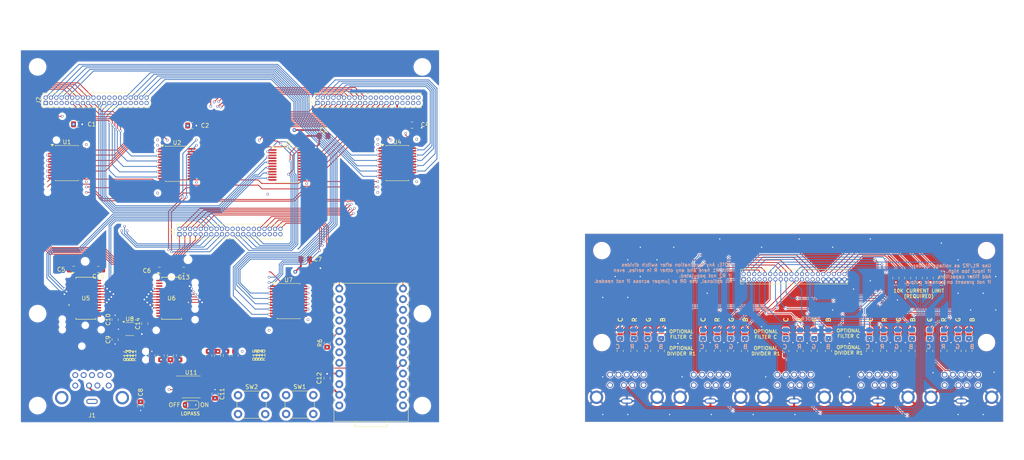
<source format=kicad_pcb>
(kicad_pcb (version 20241229) (generator "pcbnew") (generator_version "9.0")
  (title_block (title "OveRGBkill") (date "2023-12-18") (rev "2") (company "@partlyhuman"))
  (layers (0 "F.Cu" signal "Front") (4 "In1.Cu" signal) (6 "In2.Cu" signal) (2 "B.Cu" signal "Back") (13 "F.Paste" user) (15 "B.Paste" user) (5 "F.SilkS" user "F.Silkscreen") (7 "B.SilkS" user "B.Silkscreen") (1 "F.Mask" user) (3 "B.Mask" user) (25 "Edge.Cuts" user))
  (net 0 "")
  (net 1 "/0_BVID")
  (net 2 "/0_GVID")
  (net 3 "/0_RVID")
  (net 4 "/0_CVID")
  (net 5 "/0_LAUD")
  (net 6 "/0_RAUD")
  (net 7 "/1_BVID")
  (net 8 "/1_GVID")
  (net 9 "/1_RVID")
  (net 10 "/1_CVID")
  (net 11 "/1_LAUD")
  (net 12 "/1_RAUD")
  (net 13 "/4_BVID")
  (net 14 "/4_GVID")
  (net 15 "/4_RVID")
  (net 16 "/4_CVID")
  (net 17 "/4_LAUD")
  (net 18 "/4_RAUD")
  (net 19 "/3_BVID")
  (net 20 "/3_GVID")
  (net 21 "/3_RVID")
  (net 22 "/3_CVID")
  (net 23 "/3_LAUD")
  (net 24 "/3_RAUD")
  (net 25 "/2_BVID")
  (net 26 "/2_GVID")
  (net 27 "/2_RVID")
  (net 28 "/2_CVID")
  (net 29 "/2_LAUD")
  (net 30 "/2_RAUD")
  (net 31 "/5_BVID")
  (net 32 "/5_GVID")
  (net 33 "/5_RVID")
  (net 34 "/5_CVID")
  (net 35 "/5_LAUD")
  (net 36 "/5_RAUD")
  (net 37 "/6_BVID")
  (net 38 "/6_GVID")
  (net 39 "/6_RVID")
  (net 40 "/6_CVID")
  (net 41 "/6_LAUD")
  (net 42 "/6_RAUD")
  (net 43 "/9_BVID")
  (net 44 "/9_GVID")
  (net 45 "/9_RVID")
  (net 46 "/9_CVID")
  (net 47 "/9_LAUD")
  (net 48 "/9_RAUD")
  (net 49 "/8_BVID")
  (net 50 "/8_GVID")
  (net 51 "/8_RVID")
  (net 52 "/8_CVID")
  (net 53 "/8_LAUD")
  (net 54 "/8_RAUD")
  (net 55 "/7_BVID")
  (net 56 "/7_GVID")
  (net 57 "/7_RVID")
  (net 58 "/7_CVID")
  (net 59 "/7_LAUD")
  (net 60 "/7_RAUD")
  (net 61 "/10_BVID")
  (net 62 "/10_GVID")
  (net 63 "/10_RVID")
  (net 64 "/10_CVID")
  (net 65 "/10_LAUD")
  (net 66 "/10_RAUD")
  (net 67 "/11_BVID")
  (net 68 "/11_GVID")
  (net 69 "/11_RVID")
  (net 70 "/11_CVID")
  (net 71 "/11_LAUD")
  (net 72 "/11_RAUD")
  (net 73 "/14_BVID")
  (net 74 "/14_GVID")
  (net 75 "/14_RVID")
  (net 76 "/14_CVID")
  (net 77 "/14_LAUD")
  (net 78 "/14_RAUD")
  (net 79 "/13_BVID")
  (net 80 "/13_GVID")
  (net 81 "/13_RVID")
  (net 82 "/13_CVID")
  (net 83 "/13_LAUD")
  (net 84 "/13_RAUD")
  (net 85 "/12_BVID")
  (net 86 "/12_GVID")
  (net 87 "/12_RVID")
  (net 88 "/12_CVID")
  (net 89 "/12_LAUD")
  (net 90 "/12_RAUD")
  (net 91 "/SEL_BVID")
  (net 92 "/S0")
  (net 93 "/S1")
  (net 94 "/S2")
  (net 95 "/Daughterboard/0_BVID")
  (net 97 "/S3")
  (net 98 "/SEL_GVID")
  (net 100 "/SEL_RVID")
  (net 102 "/SEL_CVID")
  (net 104 "/SEL_LAUD")
  (net 106 "/SEL_RAUD")
  (net 107 "/R0")
  (net 108 "/R1")
  (net 109 "/R2")
  (net 110 "/R3")
  (net 111 "Net-(B1-11(MOSI))")
  (net 117 "GND")
  (net 119 "Net-(B1-12(MISO))")
  (net 120 "/0_VCC")
  (net 121 "/1_VCC")
  (net 122 "/4_VCC")
  (net 123 "/3_VCC")
  (net 124 "/2_VCC")
  (net 125 "/5_VCC")
  (net 126 "/6_VCC")
  (net 127 "/9_VCC")
  (net 128 "/8_VCC")
  (net 129 "/7_VCC")
  (net 130 "/10_VCC")
  (net 131 "/11_VCC")
  (net 132 "/14_VCC")
  (net 133 "/13_VCC")
  (net 134 "/12_VCC")
  (net 135 "/SEL_VCC")
  (net 138 "/Daughterboard/0_VCC")
  (net 139 "/Daughterboard/0_GVID")
  (net 140 "/Daughterboard/0_CVID")
  (net 141 "/Daughterboard/0_RVID")
  (net 142 "/Daughterboard/0_LAUD")
  (net 143 "/Daughterboard/0_RAUD")
  (net 144 "/Daughterboard/0_GND")
  (net 145 "/Daughterboard/1_BVID")
  (net 146 "/Daughterboard/1_VCC")
  (net 147 "/Daughterboard/1_GVID")
  (net 148 "/Daughterboard/1_CVID")
  (net 149 "/Daughterboard/1_RVID")
  (net 150 "/Daughterboard/1_LAUD")
  (net 151 "/Daughterboard/1_RAUD")
  (net 152 "/Daughterboard/2_BVID")
  (net 153 "/Daughterboard/2_VCC")
  (net 154 "/Daughterboard/2_GVID")
  (net 155 "/Daughterboard/2_CVID")
  (net 156 "/Daughterboard/2_RVID")
  (net 157 "/Daughterboard/2_LAUD")
  (net 158 "/Daughterboard/2_RAUD")
  (net 159 "/Daughterboard/3_BVID")
  (net 160 "/Daughterboard/3_VCC")
  (net 161 "/Daughterboard/3_GVID")
  (net 162 "/Daughterboard/3_CVID")
  (net 163 "/Daughterboard/3_RVID")
  (net 164 "/Daughterboard/3_LAUD")
  (net 165 "/Daughterboard/3_RAUD")
  (net 166 "/Daughterboard/4_BVID")
  (net 167 "/Daughterboard/4_VCC")
  (net 168 "/Daughterboard/4_GVID")
  (net 169 "/Daughterboard/4_CVID")
  (net 170 "/Daughterboard/4_RVID")
  (net 171 "/Daughterboard/4_LAUD")
  (net 172 "/Daughterboard/4_RAUD")
  (net 176 "Net-(C201-Pad1)")
  (net 177 "Net-(C202-Pad1)")
  (net 178 "Net-(C203-Pad1)")
  (net 179 "Net-(C204-Pad1)")
  (net 180 "Net-(C205-Pad1)")
  (net 181 "Net-(C206-Pad1)")
  (net 182 "Net-(C207-Pad1)")
  (net 183 "Net-(C208-Pad1)")
  (net 184 "Net-(C209-Pad1)")
  (net 185 "Net-(C210-Pad1)")
  (net 186 "Net-(C211-Pad1)")
  (net 187 "Net-(C212-Pad1)")
  (net 188 "Net-(C213-Pad1)")
  (net 189 "Net-(C214-Pad1)")
  (net 190 "Net-(C215-Pad1)")
  (net 191 "Net-(C216-Pad1)")
  (net 192 "Net-(C217-Pad1)")
  (net 193 "Net-(C218-Pad1)")
  (net 194 "Net-(C219-Pad1)")
  (net 195 "Net-(C220-Pad1)")
  (net 196 "Net-(J201-BVID)")
  (net 197 "Net-(J201-GVID)")
  (net 198 "Net-(J201-CVID)")
  (net 201 "Net-(J201-RVID)")
  (net 202 "Net-(J202-BVID)")
  (net 203 "Net-(J202-GVID)")
  (net 204 "Net-(J202-CVID)")
  (net 207 "Net-(J202-RVID)")
  (net 208 "Net-(J203-BVID)")
  (net 209 "Net-(J203-GVID)")
  (net 210 "Net-(J203-CVID)")
  (net 213 "Net-(J203-RVID)")
  (net 214 "Net-(J204-BVID)")
  (net 215 "Net-(J204-GVID)")
  (net 216 "Net-(J204-CVID)")
  (net 219 "Net-(J204-RVID)")
  (net 220 "Net-(J205-BVID)")
  (net 221 "Net-(J205-GVID)")
  (net 222 "Net-(J205-CVID)")
  (net 225 "Net-(J205-RVID)")
  (net 226 "Net-(J206-Pin_21)")
  (net 227 "Net-(J206-Pin_22)")
  (net 228 "Net-(J206-Pin_23)")
  (net 229 "Net-(J206-Pin_24)")
  (net 230 "Net-(J206-Pin_25)")
  (net 231 "/OUT_BVID")
  (net 232 "/OUT_GVID")
  (net 233 "/OUT_CVID")
  (net 234 "/OUT_RVID")
  (net 235 "Net-(U11-CH1_OUT)")
  (net 236 "Net-(U11-CH2_OUT)")
  (net 237 "Net-(U11-CH3_OUT)")
  (net 238 "Net-(U11-CH4_OUT)")
  (net 239 "Net-(JP11-C)")
  (net 248 "VCC")
  (net 249 "-5V")
  (net 250 "Net-(U8-C1-)")
  (net 251 "Net-(U8-C1+)")
  (net 252 "/AUDSEL0")
  (net 253 "/AUDSEL2")
  (net 255 "/AUDSEL1")
  (net 258 "/AUDSEL3")
  (footprint "Capacitor_SMD:C_0805_2012Metric_Pad1.18x1.45mm_HandSolder" (layer "F.Cu") (at 42.4 91.3 90)
    (property "Reference" "C10")
    (property "Value" "2.2uF")
  )
  (footprint "Resistor_SMD:R_0805_2012Metric_Pad1.20x1.40mm_HandSolder" (layer "F.Cu") (at 229.6 98.8 90)
    (property "Reference" "R226" (hide yes))
    (property "Value" "R_Small" (hide yes))
  )
  (footprint "Resistor_SMD:R_0805_2012Metric_Pad1.20x1.40mm_HandSolder" (layer "F.Cu") (at 229.123403 81.351667 -90)
    (property "Reference" "R235" (hide yes))
    (property "Value" "R_Small" (hide yes))
  )
  (footprint "Capacitor_SMD:C_0805_2012Metric_Pad1.18x1.45mm_HandSolder" (layer "F.Cu") (at 32.5 79.3)
    (property "Reference" "C5")
    (property "Value" "0.1u")
  )
  (footprint "Capacitor_SMD:C_0805_2012Metric_Pad1.18x1.45mm_HandSolder" (layer "F.Cu") (at 66.3 109.0625 -90)
    (property "Reference" "C11")
    (property "Value" "0.1u")
  )
  (footprint "DIN9:CUI_MD-90SM" (layer "F.Cu") (at 164.776597 110.771996)
    (property "Reference" "J201" (hide yes))
    (property "Value" "MD-90SM" (hide yes))
  )
  (footprint "MountingHole:MountingHole_3.2mm_M3" (layer "F.Cu") (at 250.8 96.8 90)
    (property "Reference" "H2" (hide yes))
    (property "Value" "MountingHole" (hide yes))
  )
  (footprint "connector:REB_PinHeader_2x20_P1.27mm_Vertical_Renumbered" (layer "F.Cu") (at 57.801597 70.871996 90)
    (property "Reference" "J3")
    (property "Value" "Conn_02x22_Top_Bottom")
  )
  (footprint "Resistor_SMD:R_0805_2012Metric_Pad1.20x1.40mm_HandSolder" (layer "F.Cu") (at 189.6 98.8 90)
    (property "Reference" "R206" (hide yes))
    (property "Value" "R_Small" (hide yes))
  )
  (footprint "Resistor_SMD:R_0805_2012Metric_Pad1.20x1.40mm_HandSolder" (layer "F.Cu") (at 93.1 96.9 -90)
    (property "Reference" "R6")
    (property "Value" "100K")
  )
  (footprint "Resistor_SMD:R_0805_2012Metric_Pad1.20x1.40mm_HandSolder" (layer "F.Cu") (at 240.6 98.8 90)
    (property "Reference" "R232" (hide yes))
    (property "Value" "R_Small" (hide yes))
  )
  (footprint "Capacitor_SMD:C_0805_2012Metric_Pad1.18x1.45mm_HandSolder" (layer "F.Cu") (at 166.466666 94.8 90)
    (property "Reference" "C204" (hide yes))
    (property "Value" "C_Small" (hide yes))
  )
  (footprint "REB-MUX:PW28_TEX" (layer "F.Cu") (at 55.9 86.2)
    (property "Reference" "U6")
    (property "Value" "MUX506IPWR")
  )
  (footprint "DIN9:CUI_MD-90SM" (layer "F.Cu") (at 36.876597 110.871996)
    (property "Reference" "J1")
    (property "Value" "MD-90SM")
  )
  (footprint "MountingHole:MountingHole_3.2mm_M3" (layer "F.Cu") (at 115.876597 89.871996 90)
    (property "Reference" "H2" (hide yes))
    (property "Value" "MountingHole" (hide yes))
  )
  (footprint "Capacitor_SMD:C_0805_2012Metric_Pad1.18x1.45mm_HandSolder" (layer "F.Cu") (at 53 79.5)
    (property "Reference" "C6")
    (property "Value" "0.1u")
  )
  (footprint "Capacitor_SMD:C_0805_2012Metric_Pad1.18x1.45mm_HandSolder" (layer "F.Cu") (at 186.4 94.8 90)
    (property "Reference" "C208" (hide yes))
    (property "Value" "C_Small" (hide yes))
  )
  (footprint "Capacitor_SMD:C_0805_2012Metric_Pad1.18x1.45mm_HandSolder" (layer "F.Cu") (at 183 94.8 90)
    (property "Reference" "C207" (hide yes))
    (property "Value" "C_Small" (hide yes))
  )
  (footprint "Resistor_SMD:R_0805_2012Metric_Pad1.20x1.40mm_HandSolder" (layer "F.Cu") (at 66.9 99.9 90)
    (property "Reference" "R16")
    (property "Value" "75R")
  )
  (footprint "Resistor_SMD:R_0805_2012Metric_Pad1.20x1.40mm_HandSolder" (layer "F.Cu") (at 183 98.8 90)
    (property "Reference" "R207" (hide yes))
    (property "Value" "R_Small" (hide yes))
  )
  (footprint "Resistor_SMD:R_0805_2012Metric_Pad1.20x1.40mm_HandSolder" (layer "F.Cu") (at 209.6 98.8 90)
    (property "Reference" "R210" (hide yes))
    (property "Value" "R_Small" (hide yes))
  )
  (footprint "DIN9:CUI_MD-90SM" (layer "F.Cu") (at 244.776597 110.771996)
    (property "Reference" "J205" (hide yes))
    (property "Value" "MD-90SM" (hide yes))
  )
  (footprint "Capacitor_SMD:C_0805_2012Metric_Pad1.18x1.45mm_HandSolder" (layer "F.Cu") (at 240.6 94.8 90)
    (property "Reference" "C220" (hide yes))
    (property "Value" "C_Small" (hide yes))
  )
  (footprint "DIN9:CUI_MD-90SM" (layer "F.Cu") (at 184.776597 110.771996)
    (property "Reference" "J202" (hide yes))
    (property "Value" "MD-90SM" (hide yes))
  )
  (footprint "Resistor_SMD:R_0805_2012Metric_Pad1.20x1.40mm_HandSolder" (layer "F.Cu") (at 64.8 99.9 90)
    (property "Reference" "R15")
    (property "Value" "75R")
  )
  (footprint "Capacitor_SMD:C_0805_2012Metric_Pad1.18x1.45mm_HandSolder" (layer "F.Cu") (at 226.2 94.8 90)
    (property "Reference" "C216" (hide yes))
    (property "Value" "C_Small" (hide yes))
  )
  (footprint "Package_SO:SSOP-24_5.3x8.2mm_P0.65mm" (layer "F.Cu") (at 30.876597 53.871996)
    (property "Reference" "U1")
    (property "Value" "CD74HC4067SM")
  )
  (footprint "Resistor_SMD:R_0805_2012Metric_Pad1.20x1.40mm_HandSolder" (layer "F.Cu") (at 234.723403 81.351667 -90)
    (property "Reference" "R234" (hide yes))
    (property "Value" "R_Small" (hide yes))
  )
  (footprint "Capacitor_SMD:C_0805_2012Metric_Pad1.18x1.45mm_HandSolder" (layer "F.Cu") (at 87.876597 76.871996 180)
    (property "Reference" "C7")
    (property "Value" "0.1u")
  )
  (footprint "Capacitor_SMD:C_0805_2012Metric_Pad1.18x1.45mm_HandSolder" (layer "F.Cu") (at 206.2 94.8 90)
    (property "Reference" "C212" (hide yes))
    (property "Value" "C_Small" (hide yes))
  )
  (footprint "Resistor_SMD:R_0805_2012Metric_Pad1.20x1.40mm_HandSolder" (layer "F.Cu") (at 206.2 98.8 90)
    (property "Reference" "R212" (hide yes))
    (property "Value" "R_Small" (hide yes))
  )
  (footprint "Package_TO_SOT_SMD:SOT-23-6" (layer "F.Cu") (at 45.9 93.5625)
    (property "Reference" "U8")
    (property "Value" "LM2776")
  )
  (footprint "connector:REB_PinHeader_2x20_P1.27mm_Vertical_Renumbered" (layer "F.Cu") (at 90.801597 39.496996 90)
    (property "Reference" "J4")
    (property "Value" "Conn_02x22_Top_Bottom")
  )
  (footprint "MountingHole:MountingHole_3.2mm_M3" (layer "F.Cu") (at 158.8 74.8 90)
    (property "Reference" "H2" (hide yes))
    (property "Value" "MountingHole" (hide yes))
  )
  (footprint "REB-MUX:PW28_TEX" (layer "F.Cu") (at 35.4 86.2)
    (property "Reference" "U5")
    (property "Value" "MUX506IPWR")
  )
  (footprint "Capacitor_SMD:C_0805_2012Metric_Pad1.18x1.45mm_HandSolder" (layer "F.Cu") (at 213 94.8 90)
    (property "Reference" "C209" (hide yes))
    (property "Value" "C_Small" (hide yes))
  )
  (footprint "Resistor_SMD:R_0805_2012Metric_Pad1.20x1.40mm_HandSolder" (layer "F.Cu") (at 244 98.8 90)
    (property "Reference" "R230" (hide yes))
    (property "Value" "R_Small" (hide yes))
  )
  (footprint "Capacitor_SMD:C_0805_2012Metric_Pad1.18x1.45mm_HandSolder" (layer "F.Cu") (at 193 94.8 90)
    (property "Reference" "C205" (hide yes))
    (property "Value" "C_Small" (hide yes))
  )
  (footprint "Resistor_SMD:R_0805_2012Metric_Pad1.20x1.40mm_HandSolder" (layer "F.Cu") (at 233 98.8 90)
    (property "Reference" "R225" (hide yes))
    (property "Value" "R_Small" (hide yes))
  )
  (footprint "Capacitor_SMD:C_0805_2012Metric_Pad1.18x1.45mm_HandSolder" (layer "F.Cu") (at 60.8 44.9 180)
    (property "Reference" "C2")
    (property "Value" "0.1u")
  )
  (footprint "Capacitor_SMD:C_0805_2012Metric_Pad1.18x1.45mm_HandSolder" (layer "F.Cu") (at 229.6 94.8 90)
    (property "Reference" "C214" (hide yes))
    (property "Value" "C_Small" (hide yes))
  )
  (footprint "DIN9:CUI_MD-90SM" (layer "F.Cu") (at 204.776597 110.771996)
    (property "Reference" "J203" (hide yes))
    (property "Value" "MD-90SM" (hide yes))
  )
  (footprint "connector:REB_PinHeader_2x20_P1.27mm_Vertical_Renumbered" (layer "F.Cu") (at 25.801597 39.496996 90)
    (property "Reference" "J2")
    (property "Value" "Conn_02x22_Top_Bottom")
  )
  (footprint "Resistor_SMD:R_0805_2012Metric_Pad1.20x1.40mm_HandSolder" (layer "F.Cu") (at 173 98.8 90)
    (property "Reference" "R201" (hide yes))
    (property "Value" "R_Small" (hide yes))
  )
  (footprint "Button_Switch_THT:SW_PUSH_6mm" (layer "F.Cu") (at 83.3 109.371996)
    (property "Reference" "SW1")
    (property "Value" "SW_Push")
  )
  (footprint "Resistor_SMD:R_0805_2012Metric_Pad1.20x1.40mm_HandSolder" (layer "F.Cu") (at 246.6 98.8 90)
    (property "Reference" "R229" (hide yes))
    (property "Value" "R_Small" (hide yes))
  )
  (footprint "MountingHole:MountingHole_3.2mm_M3" (layer "F.Cu") (at 23.876597 89.871996 90)
    (property "Reference" "H2" (hide yes))
    (property "Value" "MountingHole" (hide yes))
  )
  (footprint "Capacitor_SMD:C_0805_2012Metric_Pad1.18x1.45mm_HandSolder" (layer "F.Cu") (at 246.6 94.8 90)
    (property "Reference" "C217" (hide yes))
    (property "Value" "C_Small" (hide yes))
  )
  (footprint "Package_SO:SSOP-24_5.3x8.2mm_P0.65mm" (layer "F.Cu") (at 109.876597 53.871996)
    (property "Reference" "U4")
    (property "Value" "CD74HC4067SM")
  )
  (footprint "Capacitor_SMD:C_0805_2012Metric_Pad1.18x1.45mm_HandSolder" (layer "F.Cu") (at 92.276597 47.371996)
    (property "Reference" "C3")
    (property "Value" "0.1u")
  )
  (footprint "MountingHole:MountingHole_3.2mm_M3" (layer "F.Cu") (at 23.876597 30.871996)
    (property "Reference" "H5" (hide yes))
    (property "Value" "MountingHole" (hide yes))
  )
  (footprint "Resistor_SMD:R_0805_2012Metric_Pad1.20x1.40mm_HandSolder" (layer "F.Cu") (at 163.2 98.8 90)
    (property "Reference" "R203" (hide yes))
    (property "Value" "R_Small" (hide yes))
  )
  (footprint "Resistor_SMD:R_0805_2012Metric_Pad1.20x1.40mm_HandSolder" (layer "F.Cu") (at 231.923403 81.351667 -90)
    (property "Reference" "R237" (hide yes))
    (property "Value" "R_Small" (hide yes))
  )
  (footprint "Package_SO:SSOP-24_5.3x8.2mm_P0.65mm" (layer "F.Cu") (at 83.543263 54.316996)
    (property "Reference" "U3")
    (property "Value" "CD74HC4067SM")
  )
  (footprint "Resistor_SMD:R_0805_2012Metric_Pad1.20x1.40mm_HandSolder" (layer "F.Cu") (at 213 98.8 90)
    (property "Reference" "R209" (hide yes))
    (property "Value" "R_Small" (hide yes))
  )
  (footprint "Resistor_SMD:R_0805_2012Metric_Pad1.20x1.40mm_HandSolder" (layer "F.Cu") (at 166.466666 98.8 90)
    (property "Reference" "R204" (hide yes))
    (property "Value" "R_Small" (hide yes))
  )
  (footprint "MountingHole:MountingHole_3.2mm_M3" (layer "F.Cu") (at 23.876597 111.871996 90)
    (property "Reference" "H2" (hide yes))
    (property "Value" "MountingHole" (hide yes))
  )
  (footprint "Capacitor_SMD:C_0805_2012Metric_Pad1.18x1.45mm_HandSolder" (layer "F.Cu") (at 189.6 94.8 90)
    (property "Reference" "C206" (hide yes))
    (property "Value" "C_Small" (hide yes))
  )
  (footprint "MountingHole:MountingHole_3.2mm_M3" (layer "F.Cu") (at 158.8 96.8 90)
    (property "Reference" "H2" (hide yes))
    (property "Value" "MountingHole" (hide yes))
  )
  (footprint "Capacitor_SMD:C_0805_2012Metric_Pad1.18x1.45mm_HandSolder" (layer "F.Cu") (at 48.5 112 -90)
    (property "Reference" "C8")
    (property "Value" "1u")
  )
  (footprint "Button_Switch_THT:SW_PUSH_6mm" (layer "F.Cu") (at 71.8 109.4)
    (property "Reference" "SW2")
    (property "Value" "SW_Push")
  )
  (footprint "Capacitor_SMD:C_0805_2012Metric_Pad1.18x1.45mm_HandSolder" (layer "F.Cu") (at 209.6 94.8 90)
    (property "Reference" "C210" (hide yes))
    (property "Value" "C_Small" (hide yes))
  )
  (footprint "Resistor_SMD:R_0805_2012Metric_Pad1.20x1.40mm_HandSolder" (layer "F.Cu") (at 169.733332 98.8 90)
    (property "Reference" "R202" (hide yes))
    (property "Value" "R_Small" (hide yes))
  )
  (footprint "Capacitor_SMD:C_0805_2012Metric_Pad1.18x1.45mm_HandSolder" (layer "F.Cu") (at 49.5 92.2625 90)
    (property "Reference" "C14")
    (property "Value" "1uF")
  )
  (footprint "Capacitor_SMD:C_0805_2012Metric_Pad1.18x1.45mm_HandSolder" (layer "F.Cu") (at 237.2 94.8 90)
    (property "Reference" "C219" (hide yes))
    (property "Value" "C_Small" (hide yes))
  )
  (footprint "Capacitor_SMD:C_0805_2012Metric_Pad1.18x1.45mm_HandSolder" (layer "F.Cu") (at 202.79 94.8 90)
    (property "Reference" "C211" (hide yes))
    (property "Value" "C_Small" (hide yes))
  )
  (footprint "Resistor_SMD:R_0805_2012Metric_Pad1.20x1.40mm_HandSolder" (layer "F.Cu") (at 69 99.9 90)
    (property "Reference" "R17")
    (property "Value" "75R")
  )
  (footprint "Capacitor_SMD:C_0805_2012Metric_Pad1.18x1.45mm_HandSolder" (layer "F.Cu") (at 233 94.8 90)
    (property "Reference" "C213" (hide yes))
    (property "Value" "C_Small" (hide yes))
  )
  (footprint "Resistor_SMD:R_0805_2012Metric_Pad1.20x1.40mm_HandSolder" (layer "F.Cu") (at 222.8 98.8 90)
    (property "Reference" "R227" (hide yes))
    (property "Value" "R_Small" (hide yes))
  )
  (footprint "connector:REB_PinHeader_2x20_P1.27mm_Vertical_Renumbered" (layer "F.Cu") (at 192.701597 81.673333 90)
    (property "Reference" "J206" (hide yes))
    (property "Value" "Conn_02x22_Top_Bottom" (hide yes))
  )
  (footprint "Resistor_SMD:R_0805_2012Metric_Pad1.20x1.40mm_HandSolder" (layer "F.Cu") (at 237.323403 81.351667 -90)
    (property "Reference" "R236" (hide yes))
    (property "Value" "R_Small" (hide yes))
  )
  (footprint "Resistor_SMD:R_0805_2012Metric_Pad1.20x1.40mm_HandSolder" (layer "F.Cu") (at 71.1 99.9 90)
    (property "Reference" "R18")
    (property "Value" "75R")
  )
  (footprint "Resistor_SMD:R_0805_2012Metric_Pad1.20x1.40mm_HandSolder" (layer "F.Cu") (at 57.8 99.9 90)
    (property "Reference" "R11")
    (property "Value" "240R")
  )
  (footprint "Resistor_SMD:R_0805_2012Metric_Pad1.20x1.40mm_HandSolder" (layer "F.Cu") (at 55.634314 99.9 90)
    (property "Reference" "R12")
    (property "Value" "240R")
  )
  (footprint "Capacitor_SMD:C_0805_2012Metric_Pad1.18x1.45mm_HandSolder" (layer "F.Cu") (at 33.5 44.6 180)
    (property "Reference" "C1")
    (property "Value" "0.1u")
  )
  (footprint "Capacitor_SMD:C_0805_2012Metric_Pad1.18x1.45mm_HandSolder" (layer "F.Cu") (at 58.8 79.5 180)
    (property "Reference" "C13")
    (property "Value" "0.1u")
  )
  (footprint "Capacitor_SMD:C_0805_2012Metric_Pad1.18x1.45mm_HandSolder" (layer "F.Cu") (at 38.4 79.3 180)
    (property "Reference" "C15")
    (property "Value" "0.1u")
  )
  (footprint "Resistor_SMD:R_0805_2012Metric_Pad1.20x1.40mm_HandSolder" (layer "F.Cu") (at 192.95 98.8 90)
    (property "Reference" "R205" (hide yes))
    (property "Value" "R_Small" (hide yes))
  )
  (footprint "Resistor_SMD:R_0805_2012Metric_Pad1.20x1.40mm_HandSolder" (layer "F.Cu") (at 51.2 99.9 90)
    (property "Reference" "R14")
    (property "Value" "240R")
  )
  (footprint "Package_SO:TSSOP-14_4.4x5mm_P0.65mm" (layer "F.Cu") (at 60.6 107.4)
    (property "Reference" "U11")
    (property "Value" "THS7374")
  )
  (footprint "Resistor_SMD:R_0805_2012Metric_Pad1.20x1.40mm_HandSolder" (layer "F.Cu") (at 186.4 98.8 90)
    (property "Reference" "R208" (hide yes))
    (property "Value" "R_Small" (hide yes))
  )
  (footprint "Resistor_SMD:R_0805_2012Metric_Pad1.20x1.40mm_HandSolder" (layer "F.Cu") (at 237.2 98.8 90)
    (property "Reference" "R231" (hide yes))
    (property "Value" "R_Small" (hide yes))
  )
  (footprint "MountingHole:MountingHole_3.2mm_M3" (layer "F.Cu") (at 115.876597 30.871996 90)
    (property "Reference" "H1" (hide yes))
    (property "Value" "MountingHole" (hide yes))
  )
  (footprint "MountingHole:MountingHole_3.2mm_M3" (layer "F.Cu") (at 115.876597 111.871996 90)
    (property "Reference" "H2" (hide yes))
    (property "Value" "MountingHole" (hide yes))
  )
  (footprint "Package_SO:SSOP-24_5.3x8.2mm_P0.65mm" (layer "F.Cu") (at 57.20993 54.046996)
    (property "Reference" "U2")
    (property "Value" "CD74HC4067SM")
  )
  (footprint "SparkFun-Boards:SPARKFUN_PRO_MICRO" (layer "F.Cu") (at 103.626597 99.121996 180)
    (property "Reference" "B1" (hide yes))
    (property "Value" "SPARKFUN_PRO_MICRO" (hide yes))
  )
  (footprint "Resistor_SMD:R_0805_2012Metric_Pad1.20x1.40mm_HandSolder" (layer "F.Cu") (at 226.2 98.8 90)
    (property "Reference" "R228" (hide yes))
    (property "Value" "R_Small" (hide yes))
  )
  (footprint "Capacitor_SMD:C_0805_2012Metric_Pad1.18x1.45mm_HandSolder" (layer "F.Cu") (at 173 94.8 90)
    (property "Reference" "C201" (hide yes))
    (property "Value" "C_Small" (hide yes))
  )
  (footprint "MountingHole:MountingHole_3.2mm_M3" (layer "F.Cu") (at 250.8 74.8 90)
    (property "Reference" "H2" (hide yes))
    (property "Value" "MountingHole" (hide yes))
  )
  (footprint "Resistor_SMD:R_0805_2012Metric_Pad1.20x1.40mm_HandSolder" (layer "F.Cu") (at 240 81.4 -90)
    (property "Reference" "R233" (hide yes))
    (property "Value" "R_Small" (hide yes))
  )
  (footprint "Capacitor_SMD:C_0805_2012Metric_Pad1.18x1.45mm_HandSolder" (layer "F.Cu") (at 42.4 96.1 90)
    (property "Reference" "C9")
    (property "Value" "2.2uF")
  )
  (footprint "Capacitor_SMD:C_0805_2012Metric_Pad1.18x1.45mm_HandSolder" (layer "F.Cu") (at 93.1 105.3 -90)
    (property "Reference" "C12")
    (property "Value" "0.1u")
  )
  (footprint "Capacitor_SMD:C_0805_2012Metric_Pad1.18x1.45mm_HandSolder" (layer "F.Cu") (at 163.2 94.8 90)
    (property "Reference" "C203" (hide yes))
    (property "Value" "C_Small" (hide yes))
  )
  (footprint "Package_SO:SSOP-24_5.3x8.2mm_P0.65mm" (layer "F.Cu") (at 83.876597 86.871996)
    (property "Reference" "U7")
    (property "Value" "CD74HC4067SM")
  )
  (footprint "Resistor_SMD:R_0805_2012Metric_Pad1.20x1.40mm_HandSolder" (layer "F.Cu") (at 202.8 98.8 90)
    (property "Reference" "R211" (hide yes))
    (property "Value" "R_Small" (hide yes))
  )
  (footprint "Jumper:SolderJumper-3_P1.3mm_Open_RoundedPad1.0x1.5mm_NumberLabels" (layer "F.Cu") (at 60.4 111.7)
    (property "Reference" "JP11")
    (property "Value" "LOPASS_EN")
  )
  (footprint "Capacitor_SMD:C_0805_2012Metric_Pad1.18x1.45mm_HandSolder" (layer "F.Cu") (at 169.733332 94.8 90)
    (property "Reference" "C202" (hide yes))
    (property "Value" "C_Small" (hide yes))
  )
  (footprint "Capacitor_SMD:C_0805_2012Metric_Pad1.18x1.45mm_HandSolder" (layer "F.Cu") (at 222.8 94.8 90)
    (property "Reference" "C215" (hide yes))
    (property "Value" "C_Small" (hide yes))
  )
  (footprint "Capacitor_SMD:C_0805_2012Metric_Pad1.18x1.45mm_HandSolder" (layer "F.Cu") (at 113.4 44.8 180)
    (property "Reference" "C4")
    (property "Value" "0.1u")
  )
  (footprint "DIN9:CUI_MD-90SM" (layer "F.Cu") (at 224.776597 110.771996)
    (property "Reference" "J204" (hide yes))
    (property "Value" "MD-90SM" (hide yes))
  )
  (footprint "Capacitor_SMD:C_0805_2012Metric_Pad1.18x1.45mm_HandSolder" (layer "F.Cu") (at 244 94.8 90)
    (property "Reference" "C218" (hide yes))
    (property "Value" "C_Small" (hide yes))
  )
  (footprint "Resistor_SMD:R_0805_2012Metric_Pad1.20x1.40mm_HandSolder" (layer "F.Cu") (at 53.4 99.9 90)
    (property "Reference" "R13")
    (property "Value" "240R")
  )
  (footprint "Resistor_SMD:R_0805_2012Metric_Pad1.20x1.40mm_HandSolder" (layer "B.Cu") (at 183 94.8 90)
    (property "Reference" "R219" (hide yes))
    (property "Value" "R_Small" (hide yes))
  )
  (footprint "Resistor_SMD:R_0805_2012Metric_Pad1.20x1.40mm_HandSolder" (layer "B.Cu") (at 202.8 94.8 90)
    (property "Reference" "R223" (hide yes))
    (property "Value" "R_Small" (hide yes))
  )
  (footprint "Resistor_SMD:R_0805_2012Metric_Pad1.20x1.40mm_HandSolder" (layer "B.Cu") (at 166.4 94.8 90)
    (property "Reference" "R216" (hide yes))
    (property "Value" "R_Small" (hide yes))
  )
  (footprint "Resistor_SMD:R_0805_2012Metric_Pad1.20x1.40mm_HandSolder" (layer "B.Cu") (at 233 94.8 90)
    (property "Reference" "R238" (hide yes))
    (property "Value" "R_Small" (hide yes))
  )
  (footprint "Resistor_SMD:R_0805_2012Metric_Pad1.20x1.40mm_HandSolder" (layer "B.Cu") (at 222.8 94.8 90)
    (property "Reference" "R240" (hide yes))
    (property "Value" "R_Small" (hide yes))
  )
  (footprint "Resistor_SMD:R_0805_2012Metric_Pad1.20x1.40mm_HandSolder" (layer "B.Cu") (at 244 94.8 90)
    (property "Reference" "R243" (hide yes))
    (property "Value" "R_Small" (hide yes))
  )
  (footprint "Resistor_SMD:R_0805_2012Metric_Pad1.20x1.40mm_HandSolder" (layer "B.Cu") (at 213 94.8 90)
    (property "Reference" "R221" (hide yes))
    (property "Value" "R_Small" (hide yes))
  )
  (footprint "Resistor_SMD:R_0805_2012Metric_Pad1.20x1.40mm_HandSolder" (layer "B.Cu") (at 240.6 94.8 90)
    (property "Reference" "R245" (hide yes))
    (property "Value" "R_Small" (hide yes))
  )
  (footprint "Resistor_SMD:R_0805_2012Metric_Pad1.20x1.40mm_HandSolder" (layer "B.Cu") (at 173 94.8 90)
    (property "Reference" "R213" (hide yes))
    (property "Value" "R_Small" (hide yes))
  )
  (footprint "Resistor_SMD:R_0805_2012Metric_Pad1.20x1.40mm_HandSolder" (layer "B.Cu") (at 186.4 94.8 90)
    (property "Reference" "R220" (hide yes))
    (property "Value" "R_Small" (hide yes))
  )
  (footprint "Resistor_SMD:R_0805_2012Metric_Pad1.20x1.40mm_HandSolder" (layer "B.Cu") (at 229.6 94.8 90)
    (property "Reference" "R239" (hide yes))
    (property "Value" "R_Small" (hide yes))
  )
  (footprint "Resistor_SMD:R_0805_2012Metric_Pad1.20x1.40mm_HandSolder" (layer "B.Cu") (at 209.6 94.8 90)
    (property "Reference" "R222" (hide yes))
    (property "Value" "R_Small" (hide yes))
  )
  (footprint "Resistor_SMD:R_0805_2012Metric_Pad1.20x1.40mm_HandSolder" (layer "B.Cu") (at 169.8 94.8 90)
    (property "Reference" "R214" (hide yes))
    (property "Value" "R_Small" (hide yes))
  )
  (footprint "Resistor_SMD:R_0805_2012Metric_Pad1.20x1.40mm_HandSolder" (layer "B.Cu") (at 193 94.8 90)
    (property "Reference" "R217" (hide yes))
    (property "Value" "R_Small" (hide yes))
  )
  (footprint "Resistor_SMD:R_0805_2012Metric_Pad1.20x1.40mm_HandSolder" (layer "B.Cu") (at 206.2 94.8 90)
    (property "Reference" "R224" (hide yes))
    (property "Value" "R_Small" (hide yes))
  )
  (footprint "Resistor_SMD:R_0805_2012Metric_Pad1.20x1.40mm_HandSolder" (layer "B.Cu") (at 189.6 94.8 90)
    (property "Reference" "R218" (hide yes))
    (property "Value" "R_Small" (hide yes))
  )
  (footprint "Resistor_SMD:R_0805_2012Metric_Pad1.20x1.40mm_HandSolder" (layer "B.Cu") (at 237.2 94.8 90)
    (property "Reference" "R244" (hide yes))
    (property "Value" "R_Small" (hide yes))
  )
  (footprint "Resistor_SMD:R_0805_2012Metric_Pad1.20x1.40mm_HandSolder" (layer "B.Cu") (at 226.2 94.8 90)
    (property "Reference" "R241" (hide yes))
    (property "Value" "R_Small" (hide yes))
  )
  (footprint "Resistor_SMD:R_0805_2012Metric_Pad1.20x1.40mm_HandSolder" (layer "B.Cu") (at 163.2 94.8 90)
    (property "Reference" "R215" (hide yes))
    (property "Value" "R_Small" (hide yes))
  )
  (footprint "Resistor_SMD:R_0805_2012Metric_Pad1.20x1.40mm_HandSolder" (layer "B.Cu") (at 246.6 94.8 90)
    (property "Reference" "R242" (hide yes))
    (property "Value" "R_Small" (hide yes))
  )
  (gr_rect (start 19.876597 26.871996) (end 119.876597 115.871996) (stroke (width 0.0381)) (fill no) (layer "Edge.Cuts"))
  (gr_rect (start 154.776597 70.771996) (end 254.776597 115.771996) (stroke (width 0.0381)) (fill no) (layer "Edge.Cuts"))
  (gr_text "C\n\nR\n\nG\n\nB" (at 193.8 92 90) (layer "F.SilkS") (effects (font (size 1.05 1.05) (thickness 0.2) (bold yes)) (justify left bottom)))
  (gr_text "OPTIONAL\nDIVIDER R1" (at 217.8 98.6 0) (layer "F.SilkS") (effects (font (size 0.8128 0.8128) (thickness 0.1524) (bold yes))))
  (gr_text "OPTIONAL\nFILTER C" (at 198 94.8 0) (layer "F.SilkS") (effects (font (size 0.8128 0.8128) (thickness 0.1524) (bold yes))))
  (gr_text "LOPASS" (at 60.4 113.8 0) (layer "F.SilkS") (effects (font (size 0.8128 0.8128) (thickness 0.1524) (bold yes))))
  (gr_text "C\n\nR\n\nG\n\nB" (at 233.8 92 90) (layer "F.SilkS") (effects (font (size 1.05 1.05) (thickness 0.2) (bold yes)) (justify left bottom)))
  (gr_text "C\n\nR\n\nG\n\nB" (at 174 92 90) (layer "F.SilkS") (effects (font (size 1.05 1.05) (thickness 0.2) (bold yes)) (justify left bottom)))
  (gr_text "OPTIONAL\nDIVIDER R1" (at 198 98.8 0) (layer "F.SilkS") (effects (font (size 0.8128 0.8128) (thickness 0.1524) (bold yes))))
  (gr_text "C\n\nR\n\nG\n\nB" (at 248 92 90) (layer "F.SilkS") (effects (font (size 1.05 1.05) (thickness 0.2) (bold yes)) (justify left bottom)))
  (gr_text "C\n\nR\n\nG\n\nB" (at 213.6 92 90) (layer "F.SilkS") (effects (font (size 1.05 1.05) (thickness 0.2) (bold yes)) (justify left bottom)))
  (gr_text "OPTIONAL\nDIVIDER R1" (at 177.8 98.8 0) (layer "F.SilkS") (effects (font (size 0.8128 0.8128) (thickness 0.1524) (bold yes))))
  (gr_text "10K CURRENT LIMIT\n(REQUIRED)" (at 234.6 86.2 0) (layer "F.SilkS") (effects (font (size 0.8128 0.8128) (thickness 0.1524) (bold yes)) (justify bottom)))
  (gr_text "OPTIONAL\nFILTER C" (at 217.8 94.6 0) (layer "F.SilkS") (effects (font (size 0.8128 0.8128) (thickness 0.1524) (bold yes))))
  (gr_text "OPTIONAL\nFILTER C" (at 177.8 94.8 0) (layer "F.SilkS") (effects (font (size 0.8128 0.8128) (thickness 0.1524) (bold yes))))
  (gr_text "Use R1/R2 as voltage divider\nif input too high.\nAdd filter capacitors\nif not present on console output." (at 252 82.8 0) (layer "B.SilkS") (effects (font (size 0.8128 0.8128) (thickness 0.1524) (bold yes)) (justify left bottom mirror)))
  (gr_text "B   G   R   C" (at 173.6 98.4 0) (layer "B.SilkS") (effects (font (size 1.05 1.05) (thickness 0.2) (bold yes)) (justify left bottom mirror)))
  (gr_text "DIVIDER R2" (at 211.2 91.6 0) (layer "B.SilkS") (effects (font (size 0.8128 0.8128) (thickness 0.1524) (bold yes)) (justify left bottom mirror)))
  (gr_text "B   G   R   C" (at 193.8 98.4 0) (layer "B.SilkS") (effects (font (size 1.05 1.05) (thickness 0.2) (bold yes)) (justify left bottom mirror)))
  (gr_text "B   G   R   C" (at 213.6 98.4 0) (layer "B.SilkS") (effects (font (size 1.05 1.05) (thickness 0.2) (bold yes)) (justify left bottom mirror)))
  (gr_text "B   G   R   C" (at 248 98.4 0) (layer "B.SilkS") (effects (font (size 1.05 1.05) (thickness 0.2) (bold yes)) (justify left bottom mirror)))
  (gr_text "NOTE: Any termination after switch divides\nwith R1 here and any other R in series, even\nif R2 not populated.\nAll optional, use 0R or jumper across if not needed." (at 190 82.6 0) (layer "B.SilkS") (effects (font (size 0.8128 0.8128) (thickness 0.1524) (bold yes)) (justify left bottom mirror)))
  (gr_text "B   G   R   C" (at 233.4 98.4 0) (layer "B.SilkS") (effects (font (size 1.05 1.05) (thickness 0.2) (bold yes)) (justify left bottom mirror)))
  (segment (start 36.276597 43.671996) (end 40.876597 43.671996) (width 0.2) (layer "F.Cu") (net 1))
  (segment (start 40.976597 43.771996) (end 40.976597 44.171996) (width 0.2) (layer "F.Cu") (net 1))
  (segment (start 40.876597 43.671996) (end 40.976597 43.771996) (width 0.2) (layer "F.Cu") (net 1))
  (segment (start 32.151597 39.496996) (end 32.151597 39.546996) (width 0.2) (layer "F.Cu") (net 1))
  (segment (start 32.151597 39.546996) (end 36.276597 43.671996) (width 0.2) (layer "F.Cu") (net 1))
  (via (at 40.976597 44.171996) (size 0.6) (drill 0.4) (layers "F.Cu" "B.Cu") (net 1))
  (via (at 52.55993 57.221996) (size 0.6) (drill 0.4) (layers "F.Cu" "B.Cu") (net 1))
  (segment (start 42.626597 57.221996) (end 52.55993 57.221996) (width 0.2) (layer "B.Cu") (net 1))
  (segment (start 40.976597 55.571996) (end 42.626597 57.221996) (width 0.2) (layer "B.Cu") (net 1))
  (segment (start 40.976597 44.171996) (end 40.976597 55.571996) (width 0.2) (layer "B.Cu") (net 1))
  (via (at 78.893263 57.491996) (size 0.6) (drill 0.4) (layers "F.Cu" "B.Cu") (net 2))
  (segment (start 38.501597 62.256916) (end 41.916677 65.671996) (width 0.2) (layer "B.Cu") (net 2))
  (segment (start 67.893183 65.671996) (end 76.073183 57.491996) (width 0.2) (layer "B.Cu") (net 2))
  (segment (start 41.916677 65.671996) (end 67.893183 65.671996) (width 0.2) (layer "B.Cu") (net 2))
  (segment (start 76.073183 57.491996) (end 78.893263 57.491996) (width 0.2) (layer "B.Cu") (net 2))
  (segment (start 38.501597 39.496996) (end 38.501597 62.256916) (width 0.2) (layer "B.Cu") (net 2))
  (via (at 26.226597 57.046996) (size 0.6) (drill 0.4) (layers "F.Cu" "B.Cu") (net 3))
  (via (at 105.226597 57.046996) (size 0.6) (drill 0.4) (layers "F.Cu" "B.Cu") (net 4))
  (segment (start 105.226597 57.046996) (end 101.691677 57.046996) (width 0.2) (layer "B.Cu") (net 4))
  (segment (start 87.174102 38.429421) (end 80.619172 31.874491) (width 0.2) (layer "B.Cu") (net 4))
  (segment (start 37.234102 31.874491) (end 30.881597 38.226996) (width 0.2) (layer "B.Cu") (net 4))
  (segment (start 101.691677 57.046996) (end 87.174102 42.529421) (width 0.2) (layer "B.Cu") (net 4))
  (segment (start 87.174102 42.529421) (end 87.174102 38.429421) (width 0.2) (layer "B.Cu") (net 4))
  (segment (start 80.619172 31.874491) (end 37.234102 31.874491) (width 0.2) (layer "B.Cu") (net 4))
  (segment (start 27.946986 88.474999) (end 32.479 88.474999) (width 0.2) (layer "F.Cu") (net 5))
  (segment (start 37.231597 38.226996) (end 33.678593 34.673992) (width 0.2) (layer "F.Cu") (net 5))
  (segment (start 33.678593 34.673992) (end 24.314681 34.673992) (width 0.2) (layer "F.Cu") (net 5))
  (segment (start 20.676098 38.312575) (end 20.676098 81.204111) (width 0.2) (layer "F.Cu") (net 5))
  (segment (start 24.314681 34.673992) (end 20.676098 38.312575) (width 0.2) (layer "F.Cu") (net 5))
  (segment (start 20.676098 81.204111) (end 27.946986 88.474999) (width 0.2) (layer "F.Cu") (net 5))
  (segment (start 51.3 88.5) (end 52.953999 88.5) (width 0.2) (layer "F.Cu") (net 6))
  (via (at 51.3 88.5) (size 0.6) (drill 0.4) (layers "F.Cu" "B.Cu") (net 6))
  (segment (start 37.196597 43.271996) (end 41.276597 43.271996) (width 0.2) (layer "F.Cu") (net 7))
  (segment (start 41.276597 43.271996) (end 41.730142 43.725541) (width 0.2) (layer "F.Cu") (net 7))
  (segment (start 41.730142 43.725541) (end 41.730142 44.671996) (width 0.2) (layer "F.Cu") (net 7))
  (segment (start 33.421597 39.496996) (end 37.196597 43.271996) (width 0.2) (layer "F.Cu") (net 7))
  (via (at 41.730142 44.671996) (size 0.6) (drill 0.4) (layers "F.Cu" "B.Cu") (net 7))
  (via (at 52.55993 55.951996) (size 0.6) (drill 0.4) (layers "F.Cu" "B.Cu") (net 7))
  (segment (start 52.53993 55.971996) (end 43.476597 55.971996) (width 0.2) (layer "B.Cu") (net 7))
  (segment (start 43.476597 55.971996) (end 41.730142 54.225541) (width 0.2) (layer "B.Cu") (net 7))
  (segment (start 41.730142 54.225541) (end 41.730142 44.671996) (width 0.2) (layer "B.Cu") (net 7))
  (segment (start 52.55993 55.951996) (end 52.53993 55.971996) (width 0.2) (layer "B.Cu") (net 7))
  (via (at 78.893263 56.221996) (size 0.6) (drill 0.4) (layers "F.Cu" "B.Cu") (net 8))
  (segment (start 39.771597 39.496996) (end 38.978094 40.290499) (width 0.2) (layer "B.Cu") (net 8))
  (segment (start 38.978094 40.290499) (end 38.978094 62.168433) (width 0.2) (layer "B.Cu") (net 8))
  (segment (start 77.021078 57.092495) (end 77.891577 56.221996) (width 0.2) (layer "B.Cu") (net 8))
  (segment (start 67.727704 65.272495) (end 75.907704 57.092495) (width 0.2) (layer "B.Cu") (net 8))
  (segment (start 38.978094 62.168433) (end 42.082156 65.272495) (width 0.2) (layer "B.Cu") (net 8))
  (segment (start 75.907704 57.092495) (end 77.021078 57.092495) (width 0.2) (layer "B.Cu") (net 8))
  (segment (start 42.082156 65.272495) (end 67.727704 65.272495) (width 0.2) (layer "B.Cu") (net 8))
  (segment (start 77.891577 56.221996) (end 78.893263 56.221996) (width 0.2) (layer "B.Cu") (net 8))
  (via (at 26.226595 55.776996) (size 0.6) (drill 0.4) (layers "F.Cu" "B.Cu") (net 9))
  (via (at 105.226597 55.776996) (size 0.6) (drill 0.4) (layers "F.Cu" "B.Cu") (net 10))
  (segment (start 36.363603 31.47499) (end 29.611597 38.226996) (width 0.2) (layer "B.Cu") (net 10))
  (segment (start 80.784651 31.47499) (end 36.363603 31.47499) (width 0.2) (layer "B.Cu") (net 10))
  (segment (start 87.573603 38.263942) (end 80.784651 31.47499) (width 0.2) (layer "B.Cu") (net 10))
  (segment (start 105.226597 55.776996) (end 100.986657 55.776996) (width 0.2) (layer "B.Cu") (net 10))
  (segment (start 87.573603 42.363942) (end 87.573603 38.263942) (width 0.2) (layer "B.Cu") (net 10))
  (segment (start 100.986657 55.776996) (end 87.573603 42.363942) (width 0.2) (layer "B.Cu") (net 10))
  (segment (start 27.934658 87.824998) (end 32.479 87.824998) (width 0.2) (layer "F.Cu") (net 11))
  (segment (start 24.48016 35.073493) (end 21.076098 38.477555) (width 0.2) (layer "F.Cu") (net 11))
  (segment (start 21.076098 80.966438) (end 27.934658 87.824998) (width 0.2) (layer "F.Cu") (net 11))
  (segment (start 32.808094 35.073493) (end 24.48016 35.073493) (width 0.2) (layer "F.Cu") (net 11))
  (segment (start 35.961597 38.226996) (end 32.808094 35.073493) (width 0.2) (layer "F.Cu") (net 11))
  (segment (start 21.076098 38.477555) (end 21.076098 80.966438) (width 0.2) (layer "F.Cu") (net 11))
  (segment (start 50.8 87.8) (end 52.954002 87.8) (width 0.2) (layer "F.Cu") (net 12))
  (via (at 50.8 87.8) (size 0.6) (drill 0.4) (layers "F.Cu" "B.Cu") (net 12))
  (segment (start 37.231597 39.496996) (end 39.306597 41.571996) (width 0.2) (layer "F.Cu") (net 13))
  (segment (start 43.676597 43.271996) (end 43.676597 46.172496) (width 0.2) (layer "F.Cu") (net 13))
  (segment (start 41.976597 41.571996) (end 43.676597 43.271996) (width 0.2) (layer "F.Cu") (net 13))
  (segment (start 39.306597 41.571996) (end 41.976597 41.571996) (width 0.2) (layer "F.Cu") (net 13))
  (via (at 43.676597 46.172496) (size 0.6) (drill 0.4) (layers "F.Cu" "B.Cu") (net 13))
  (via (at 52.559931 52.141995) (size 0.6) (drill 0.4) (layers "F.Cu" "B.Cu") (net 13))
  (segment (start 52.52993 52.171996) (end 46.276597 52.171996) (width 0.2) (layer "B.Cu") (net 13))
  (segment (start 43.676597 49.571996) (end 43.676597 46.172496) (width 0.2) (layer "B.Cu") (net 13))
  (segment (start 46.276597 52.171996) (end 43.676597 49.571996) (width 0.2) (layer "B.Cu") (net 13))
  (segment (start 52.559931 52.141995) (end 52.52993 52.171996) (width 0.2) (layer "B.Cu") (net 13))
  (via (at 78.893263 52.411996) (size 0.6) (drill 0.4) (layers "F.Cu" "B.Cu") (net 14))
  (segment (start 40.176597 61.671996) (end 42.578593 64.073992) (width 0.2) (layer "B.Cu") (net 14))
  (segment (start 43.581597 39.496996) (end 40.176597 42.901996) (width 0.2) (layer "B.Cu") (net 14))
  (segment (start 67.231267 64.073992) (end 78.893263 52.411996) (width 0.2) (layer "B.Cu") (net 14))
  (segment (start 42.578593 64.073992) (end 67.231267 64.073992) (width 0.2) (layer "B.Cu") (net 14))
  (segment (start 40.176597 42.901996) (end 40.176597 61.671996) (width 0.2) (layer "B.Cu") (net 14))
  (via (at 26.226597 51.966996) (size 0.6) (drill 0.4) (layers "F.Cu" "B.Cu") (net 15))
  (via (at 105.226597 51.966996) (size 0.6) (drill 0.4) (layers "F.Cu" "B.Cu") (net 16))
  (segment (start 105.226597 51.966996) (end 98.871597 51.966996) (width 0.2) (layer "B.Cu") (net 16))
  (segment (start 88.772106 37.767505) (end 81.281088 30.276487) (width 0.2) (layer "B.Cu") (net 16))
  (segment (start 98.871597 51.966996) (end 88.772106 41.867505) (width 0.2) (layer "B.Cu") (net 16))
  (segment (start 81.281088 30.276487) (end 33.752106 30.276487) (width 0.2) (layer "B.Cu") (net 16))
  (segment (start 33.752106 30.276487) (end 25.801597 38.226996) (width 0.2) (layer "B.Cu") (net 16))
  (segment (start 88.772106 41.867505) (end 88.772106 37.767505) (width 0.2) (layer "B.Cu") (net 16))
  (segment (start 30.196597 36.271996) (end 24.976597 36.271996) (width 0.2) (layer "F.Cu") (net 17))
  (segment (start 22.274601 80.274601) (end 27.9 85.9) (width 0.2) (layer "F.Cu") (net 17))
  (segment (start 22.274601 38.973992) (end 22.274601 80.274601) (width 0.2) (layer "F.Cu") (net 17))
  (segment (start 27.9 85.9) (end 32.453999 85.9) (width 0.2) (layer "F.Cu") (net 17))
  (segment (start 32.151597 38.226996) (end 30.196597 36.271996) (width 0.2) (layer "F.Cu") (net 17))
  (segment (start 32.453999 85.9) (end 32.479 85.874999) (width 0.2) (layer "F.Cu") (net 17))
  (segment (start 24.976597 36.271996) (end 22.274601 38.973992) (width 0.2) (layer "F.Cu") (net 17))
  (segment (start 50.1 85.9) (end 50.125001 85.874999) (width 0.2) (layer "F.Cu") (net 18))
  (segment (start 50 85.9) (end 50.1 85.9) (width 0.2) (layer "F.Cu") (net 18))
  (segment (start 50.125001 85.874999) (end 52.979 85.874999) (width 0.2) (layer "F.Cu") (net 18))
  (via (at 50 85.9) (size 0.6) (drill 0.4) (layers "F.Cu" "B.Cu") (net 18))
  (segment (start 35.961597 39.496996) (end 38.636597 42.171996) (width 0.2) (layer "F.Cu") (net 19))
  (segment (start 38.636597 42.171996) (end 41.676597 42.171996) (width 0.2) (layer "F.Cu") (net 19))
  (segment (start 41.676597 42.171996) (end 42.929142 43.424541) (width 0.2) (layer "F.Cu") (net 19))
  (segment (start 42.929142 43.424541) (end 42.929142 45.888744) (width 0.2) (layer "F.Cu") (net 19))
  (via (at 42.929142 45.888744) (size 0.6) (drill 0.4) (layers "F.Cu" "B.Cu") (net 19))
  (via (at 52.55993 53.411996) (size 0.6) (drill 0.4) (layers "F.Cu" "B.Cu") (net 19))
  (segment (start 52.51993 53.371996) (end 45.276597 53.371996) (width 0.2) (layer "B.Cu") (net 19))
  (segment (start 42.929142 51.024541) (end 42.929142 45.888744) (width 0.2) (layer "B.Cu") (net 19))
  (segment (start 45.276597 53.371996) (end 42.929142 51.024541) (width 0.2) (layer "B.Cu") (net 19))
  (segment (start 52.55993 53.411996) (end 52.51993 53.371996) (width 0.2) (layer "B.Cu") (net 19))
  (via (at 78.893263 53.681996) (size 0.6) (drill 0.4) (layers "F.Cu" "B.Cu") (net 20))
  (segment (start 39.777096 61.837475) (end 42.413114 64.473493) (width 0.2) (layer "B.Cu") (net 20))
  (segment (start 39.777096 42.031497) (end 39.777096 61.837475) (width 0.2) (layer "B.Cu") (net 20))
  (segment (start 67.396746 64.473493) (end 78.188243 53.681996) (width 0.2) (layer "B.Cu") (net 20))
  (segment (start 78.188243 53.681996) (end 78.893263 53.681996) (width 0.2) (layer "B.Cu") (net 20))
  (segment (start 42.311597 39.496996) (end 39.777096 42.031497) (width 0.2) (layer "B.Cu") (net 20))
  (segment (start 42.413114 64.473493) (end 67.396746 64.473493) (width 0.2) (layer "B.Cu") (net 20))
  (via (at 26.226597 53.236996) (size 0.6) (drill 0.4) (layers "F.Cu" "B.Cu") (net 21))
  (via (at 105.226597 53.236996) (size 0.6) (drill 0.4) (layers "F.Cu" "B.Cu") (net 22))
  (segment (start 88.372605 37.932984) (end 81.115609 30.675988) (width 0.2) (layer "B.Cu") (net 22))
  (segment (start 34.622605 30.675988) (end 27.071597 38.226996) (width 0.2) (layer "B.Cu") (net 22))
  (segment (start 99.576617 53.236996) (end 88.372605 42.032984) (width 0.2) (layer "B.Cu") (net 22))
  (segment (start 81.115609 30.675988) (end 34.622605 30.675988) (width 0.2) (layer "B.Cu") (net 22))
  (segment (start 88.372605 42.032984) (end 88.372605 37.932984) (width 0.2) (layer "B.Cu") (net 22))
  (segment (start 105.226597 53.236996) (end 99.576617 53.236996) (width 0.2) (layer "B.Cu") (net 22))
  (segment (start 31.067096 35.872495) (end 24.811118 35.872495) (width 0.2) (layer "F.Cu") (net 23))
  (segment (start 24.811118 35.872495) (end 21.8751 38.808513) (width 0.2) (layer "F.Cu") (net 23))
  (segment (start 21.8751 80.4751) (end 27.924998 86.524998) (width 0.2) (layer "F.Cu") (net 23))
  (segment (start 21.8751 38.808513) (end 21.8751 80.4751) (width 0.2) (layer "F.Cu") (net 23))
  (segment (start 27.924998 86.524998) (end 32.479 86.524998) (width 0.2) (layer "F.Cu") (net 23))
  (segment (start 33.421597 38.226996) (end 31.067096 35.872495) (width 0.2) (layer "F.Cu") (net 23))
  (segment (start 49.5 86.5) (end 49.524998 86.524998) (width 0.2) (layer "F.Cu") (net 24))
  (segment (start 49.524998 86.524998) (end 52.979 86.524998) (width 0.2) (layer "F.Cu") (net 24))
  (segment (start 49.4 86.5) (end 49.5 86.5) (width 0.2) (layer "F.Cu") (net 24))
  (via (at 49.4 86.5) (size 0.6) (drill 0.4) (layers "F.Cu" "B.Cu") (net 24))
  (segment (start 42.329642 43.425041) (end 42.329642 45.271996) (width 0.2) (layer "F.Cu") (net 25))
  (segment (start 41.676597 42.771996) (end 42.329642 43.425041) (width 0.2) (layer "F.Cu") (net 25))
  (segment (start 37.966597 42.771996) (end 41.676597 42.771996) (width 0.2) (layer "F.Cu") (net 25))
  (segment (start 34.691597 39.496996) (end 37.966597 42.771996) (width 0.2) (layer "F.Cu") (net 25))
  (via (at 42.329642 45.271996) (size 0.6) (drill 0.4) (layers "F.Cu" "B.Cu") (net 25))
  (via (at 52.55993 54.681996) (size 0.6) (drill 0.4) (layers "F.Cu" "B.Cu") (net 25))
  (segment (start 44.376597 54.671996) (end 42.329642 52.625041) (width 0.2) (layer "B.Cu") (net 25))
  (segment (start 42.329642 52.625041) (end 42.329642 45.271996) (width 0.2) (layer "B.Cu") (net 25))
  (segment (start 52.55993 54.681996) (end 52.54993 54.671996) (width 0.2) (layer "B.Cu") (net 25))
  (segment (start 52.54993 54.671996) (end 44.376597 54.671996) (width 0.2) (layer "B.Cu") (net 25))
  (via (at 78.893263 54.951996) (size 0.6) (drill 0.4) (layers "F.Cu" "B.Cu") (net 26))
  (segment (start 75.742225 56.692994) (end 76.625639 56.692994) (width 0.2) (layer "B.Cu") (net 26))
  (segment (start 42.247635 64.872994) (end 67.562225 64.872994) (width 0.2) (layer "B.Cu") (net 26))
  (segment (start 39.377595 62.002954) (end 42.247635 64.872994) (width 0.2) (layer "B.Cu") (net 26))
  (segment (start 41.041597 39.496996) (end 39.377595 41.160998) (width 0.2) (layer "B.Cu") (net 26))
  (segment (start 67.562225 64.872994) (end 75.742225 56.692994) (width 0.2) (layer "B.Cu") (net 26))
  (segment (start 76.625639 56.692994) (end 78.366637 54.951996) (width 0.2) (layer "B.Cu") (net 26))
  (segment (start 39.377595 41.160998) (end 39.377595 62.002954) (width 0.2) (layer "B.Cu") (net 26))
  (segment (start 78.366637 54.951996) (end 78.893263 54.951996) (width 0.2) (layer "B.Cu") (net 26))
  (via (at 26.226597 54.506996) (size 0.6) (drill 0.4) (layers "F.Cu" "B.Cu") (net 27))
  (via (at 105.226597 54.506996) (size 0.6) (drill 0.4) (layers "F.Cu" "B.Cu") (net 28))
  (segment (start 87.973104 38.098463) (end 80.95013 31.075489) (width 0.2) (layer "B.Cu") (net 28))
  (segment (start 35.493104 31.075489) (end 28.341597 38.226996) (width 0.2) (layer "B.Cu") (net 28))
  (segment (start 100.281637 54.506996) (end 87.973104 42.198463) (width 0.2) (layer "B.Cu") (net 28))
  (segment (start 87.973104 42.198463) (end 87.973104 38.098463) (width 0.2) (layer "B.Cu") (net 28))
  (segment (start 80.95013 31.075489) (end 35.493104 31.075489) (width 0.2) (layer "B.Cu") (net 28))
  (segment (start 105.226597 54.506996) (end 100.281637 54.506996) (width 0.2) (layer "B.Cu") (net 28))
  (segment (start 27.974999 87.174999) (end 21.475599 80.675599) (width 0.2) (layer "F.Cu") (net 29))
  (segment (start 21.475599 80.675599) (end 21.475599 38.643034) (width 0.2) (layer "F.Cu") (net 29))
  (segment (start 21.475599 38.643034) (end 24.645639 35.472994) (width 0.2) (layer "F.Cu") (net 29))
  (segment (start 24.645639 35.472994) (end 31.937595 35.472994) (width 0.2) (layer "F.Cu") (net 29))
  (segment (start 31.937595 35.472994) (end 34.691597 38.226996) (width 0.2) (layer "F.Cu") (net 29))
  (segment (start 32.479 87.174999) (end 27.974999 87.174999) (width 0.2) (layer "F.Cu") (net 29))
  (segment (start 50.1 87.2) (end 52.953999 87.2) (width 0.2) (layer "F.Cu") (net 30))
  (via (at 50.1 87.2) (size 0.6) (drill 0.4) (layers "F.Cu" "B.Cu") (net 30))
  (via (at 52.55993 50.871996) (size 0.6) (drill 0.4) (layers "F.Cu" "B.Cu") (net 31))
  (via (at 45.276597 70.071996) (size 0.6) (drill 0.4) (layers "F.Cu" "B.Cu") (net 31))
  (segment (start 61.850599 73.172994) (end 47.707555 73.172994) (width 0.2) (layer "B.Cu") (net 31))
  (segment (start 45.276597 70.742036) (end 45.276597 70.071996) (width 0.2) (layer "B.Cu") (net 31))
  (segment (start 47.707555 73.172994) (end 45.276597 70.742036) (width 0.2) (layer "B.Cu") (net 31))
  (segment (start 64.151597 70.871996) (end 61.850599 73.172994) (width 0.2) (layer "B.Cu") (net 31))
  (via (at 78.893263 51.141996) (size 0.6) (drill 0.4) (layers "F.Cu" "B.Cu") (net 32))
  (segment (start 84.636517 74.771996) (end 86.074601 73.333912) (width 0.2) (layer "B.Cu") (net 32))
  (segment (start 83.377597 48.772996) (end 81.262263 48.772996) (width 0.2) (layer "B.Cu") (net 32))
  (segment (start 81.262263 48.772996) (end 78.893263 51.141996) (width 0.2) (layer "B.Cu") (net 32))
  (segment (start 74.401597 74.771996) (end 84.636517 74.771996) (width 0.2) (layer "B.Cu") (net 32))
  (segment (start 86.074601 73.333912) (end 86.074601 51.47) (width 0.2) (layer "B.Cu") (net 32))
  (segment (start 70.501597 70.871996) (end 74.401597 74.771996) (width 0.2) (layer "B.Cu") (net 32))
  (segment (start 86.074601 51.47) (end 83.377597 48.772996) (width 0.2) (layer "B.Cu") (net 32))
  (segment (start 42.236517 76.471996) (end 55.676597 76.471996) (width 0.2) (layer "F.Cu") (net 33))
  (segment (start 27.378593 74.073992) (end 39.838513 74.073992) (width 0.2) (layer "F.Cu") (net 33))
  (segment (start 55.676597 76.471996) (end 57.801597 74.346996) (width 0.2) (layer "F.Cu") (net 33))
  (segment (start 57.801597 74.346996) (end 57.801597 70.871996) (width 0.2) (layer "F.Cu") (net 33))
  (segment (start 24.274601 70.97) (end 27.378593 74.073992) (width 0.2) (layer "F.Cu") (net 33))
  (segment (start 26.226597 50.696996) (end 25.835201 50.696996) (width 0.2) (layer "F.Cu") (net 33))
  (segment (start 39.838513 74.073992) (end 42.236517 76.471996) (width 0.2) (layer "F.Cu") (net 33))
  (segment (start 24.274601 52.257596) (end 24.274601 70.97) (width 0.2) (layer "F.Cu") (net 33))
  (segment (start 25.835201 50.696996) (end 24.274601 52.257596) (width 0.2) (layer "F.Cu") (net 33))
  (segment (start 66.209102 66.274491) (end 62.881597 69.601996) (width 0.2) (layer "F.Cu") (net 34))
  (segment (start 97.636517 66.271996) (end 97.634022 66.274491) (width 0.2) (layer "F.Cu") (net 34))
  (segment (start 99.376597 65.871996) (end 98.976597 66.271996) (width 0.2) (layer "F.Cu") (net 34))
  (segment (start 98.976597 66.271996) (end 97.636517 66.271996) (width 0.2) (layer "F.Cu") (net 34))
  (segment (start 97.634022 66.274491) (end 66.209102 66.274491) (width 0.2) (layer "F.Cu") (net 34))
  (via (at 105.226597 50.696996) (size 0.6) (drill 0.4) (layers "F.Cu" "B.Cu") (net 34))
  (via (at 99.376597 65.871996) (size 0.6) (drill 0.4) (layers "F.Cu" "B.Cu") (net 34))
  (segment (start 30.274999 85.225001) (end 32.479 85.225001) (width 0.2) (layer "F.Cu") (net 35))
  (via (at 30.274999 85.225001) (size 0.6) (drill 0.4) (layers "F.Cu" "B.Cu") (net 35))
  (segment (start 33.675599 74.272994) (end 41.874601 66.073992) (width 0.2) (layer "B.Cu") (net 35))
  (segment (start 26.076597 81.376597) (end 26.076597 75.542036) (width 0.2) (layer "B.Cu") (net 35))
  (segment (start 41.874601 66.073992) (end 65.703593 66.073992) (width 0.2) (layer "B.Cu") (net 35))
  (segment (start 26.076597 75.542036) (end 27.345639 74.272994) (width 0.2) (layer "B.Cu") (net 35))
  (segment (start 65.703593 66.073992) (end 69.231597 69.601996) (width 0.2) (layer "B.Cu") (net 35))
  (segment (start 29.925001 85.225001) (end 26.076597 81.376597) (width 0.2) (layer "B.Cu") (net 35))
  (segment (start 30.274999 85.225001) (end 29.925001 85.225001) (width 0.2) (layer "B.Cu") (net 35))
  (segment (start 27.345639 74.272994) (end 33.675599 74.272994) (width 0.2) (layer "B.Cu") (net 35))
  (segment (start 52.953999 85.2) (end 52.979 85.225001) (width 0.2) (layer "F.Cu") (net 36))
  (segment (start 50.4 85.2) (end 52.953999 85.2) (width 0.2) (layer "F.Cu") (net 36))
  (via (at 50.4 85.2) (size 0.6) (drill 0.4) (layers "F.Cu" "B.Cu") (net 36))
  (via (at 44.676597 68.971996) (size 0.6) (drill 0.4) (layers "F.Cu" "B.Cu") (net 37))
  (via (at 52.55993 49.601996) (size 0.6) (drill 0.4) (layers "F.Cu" "B.Cu") (net 37))
  (segment (start 47.542076 73.572495) (end 44.676597 70.707016) (width 0.2) (layer "B.Cu") (net 37))
  (segment (start 65.421597 70.871996) (end 62.721098 73.572495) (width 0.2) (layer "B.Cu") (net 37))
  (segment (start 62.721098 73.572495) (end 47.542076 73.572495) (width 0.2) (layer "B.Cu") (net 37))
  (segment (start 44.676597 70.707016) (end 44.676597 68.971996) (width 0.2) (layer "B.Cu") (net 37))
  (segment (start 78.893263 49.871996) (end 78.993263 49.971996) (width 0.2) (layer "F.Cu") (net 38))
  (segment (start 78.993263 49.971996) (end 83.576597 49.971996) (width 0.2) (layer "F.Cu") (net 38))
  (via (at 83.576597 49.971996) (size 0.6) (drill 0.4) (layers "F.Cu" "B.Cu") (net 38))
  (segment (start 75.272096 74.372495) (end 84.471038 74.372495) (width 0.2) (layer "B.Cu") (net 38))
  (segment (start 71.771597 70.871996) (end 75.272096 74.372495) (width 0.2) (layer "B.Cu") (net 38))
  (segment (start 85.6751 56.673562) (end 85.277096 56.275558) (width 0.2) (layer "B.Cu") (net 38))
  (segment (start 85.277096 56.275558) (end 85.277096 51.672495) (width 0.2) (layer "B.Cu") (net 38))
  (segment (start 84.471038 74.372495) (end 85.6751 73.168433) (width 0.2) (layer "B.Cu") (net 38))
  (segment (start 85.6751 73.168433) (end 85.6751 56.673562) (width 0.2) (layer "B.Cu") (net 38))
  (segment (start 85.277096 51.672495) (end 83.576597 49.971996) (width 0.2) (layer "B.Cu") (net 38))
  (segment (start 25.835201 49.426996) (end 23.8751 51.387097) (width 0.2) (layer "F.Cu") (net 39))
  (segment (start 39.673034 74.473493) (end 42.071038 76.871497) (width 0.2) (layer "F.Cu") (net 39))
  (segment (start 23.8751 71.135479) (end 27.213114 74.473493) (width 0.2) (layer "F.Cu") (net 39))
  (segment (start 59.071597 73.641976) (end 59.071597 70.871996) (width 0.2) (layer "F.Cu") (net 39))
  (segment (start 42.071038 76.871497) (end 55.842076 76.871497) (width 0.2) (layer "F.Cu") (net 39))
  (segment (start 55.842076 76.871497) (end 59.071597 73.641976) (width 0.2) (layer "F.Cu") (net 39))
  (segment (start 27.213114 74.473493) (end 39.673034 74.473493) (width 0.2) (layer "F.Cu") (net 39))
  (segment (start 23.8751 51.387097) (end 23.8751 71.135479) (width 0.2) (layer "F.Cu") (net 39))
  (segment (start 26.226597 49.426996) (end 25.835201 49.426996) (width 0.2) (layer "F.Cu") (net 39))
  (segment (start 97.468543 65.87499) (end 65.338603 65.87499) (width 0.2) (layer "F.Cu") (net 40))
  (segment (start 97.471038 65.872495) (end 97.468543 65.87499) (width 0.2) (layer "F.Cu") (net 40))
  (segment (start 99.676597 64.671996) (end 98.476098 65.872495) (width 0.2) (layer "F.Cu") (net 40))
  (segment (start 98.476098 65.872495) (end 97.471038 65.872495) (width 0.2) (layer "F.Cu") (net 40))
  (segment (start 65.338603 65.87499) (end 61.611597 69.601996) (width 0.2) (layer "F.Cu") (net 40))
  (via (at 105.226597 49.426996) (size 0.6) (drill 0.4) (layers "F.Cu" "B.Cu") (net 40))
  (via (at 99.676597 64.671996) (size 0.6) (drill 0.4) (layers "F.Cu" "B.Cu") (net 40))
  (segment (start 30.8 84.574999) (end 32.479 84.574999) (width 0.2) (layer "F.Cu") (net 41))
  (via (at 30.8 84.574999) (size 0.6) (drill 0.4) (layers "F.Cu" "B.Cu") (net 41))
  (segment (start 64.833094 66.473493) (end 67.961597 69.601996) (width 0.2) (layer "B.Cu") (net 41))
  (segment (start 30.201683 84.574999) (end 26.476098 80.849414) (width 0.2) (layer "B.Cu") (net 41))
  (segment (start 26.476098 75.707515) (end 27.511118 74.672495) (width 0.2) (layer "B.Cu") (net 41))
  (segment (start 30.8 84.574999) (end 30.201683 84.574999) (width 0.2) (layer "B.Cu") (net 41))
  (segment (start 42.04008 66.473493) (end 64.833094 66.473493) (width 0.2) (layer "B.Cu") (net 41))
  (segment (start 33.841078 74.672495) (end 42.04008 66.473493) (width 0.2) (layer "B.Cu") (net 41))
  (segment (start 26.476098 80.849414) (end 26.476098 75.707515) (width 0.2) (layer "B.Cu") (net 41))
  (segment (start 27.511118 74.672495) (end 33.841078 74.672495) (width 0.2) (layer "B.Cu") (net 41))
  (segment (start 51 84.6) (end 52.953999 84.6) (width 0.2) (layer "F.Cu") (net 42))
  (via (at 51 84.6) (size 0.6) (drill 0.4) (layers "F.Cu" "B.Cu") (net 42))
  (segment (start 55.876597 65.572496) (end 59.476597 61.972496) (width 0.2) (layer "F.Cu") (net 43))
  (segment (start 55.876597 75.071996) (end 55.876597 65.572496) (width 0.2) (layer "F.Cu") (net 43))
  (via (at 61.85993 49.601996) (size 0.6) (drill 0.4) (layers "F.Cu" "B.Cu") (net 43))
  (via (at 59.476597 61.972496) (size 0.6) (drill 0.4) (layers "F.Cu" "B.Cu") (net 43))
  (via (at 55.876597 75.071996) (size 0.6) (drill 0.4) (layers "F.Cu" "B.Cu") (net 43))
  (segment (start 59.476597 51.985329) (end 61.85993 49.601996) (width 0.2) (layer "B.Cu") (net 43))
  (segment (start 59.476597 61.972496) (end 59.476597 51.985329) (width 0.2) (layer "B.Cu") (net 43))
  (segment (start 65.031597 75.071996) (end 55.876597 75.071996) (width 0.2) (layer "B.Cu") (net 43))
  (segment (start 69.231597 70.871996) (end 65.031597 75.071996) (width 0.2) (layer "B.Cu") (net 43))
  (segment (start 84.976597 51.971996) (end 84.976597 55.473993) (width 0.2) (layer "F.Cu") (net 44))
  (segment (start 87.076597 49.871996) (end 84.976597 51.971996) (width 0.2) (layer "F.Cu") (net 44))
  (segment (start 84.976597 55.473993) (end 83.878594 56.571996) (width 0.2) (layer "F.Cu") (net 44))
  (segment (start 88.193263 49.871996) (end 87.076597 49.871996) (width 0.2) (layer "F.Cu") (net 44))
  (via (at 83.878594 56.571996) (size 0.6) (drill 0.4) (layers "F.Cu" "B.Cu") (net 44))
  (segment (start 75.581597 70.871996) (end 77.883593 73.173992) (width 0.2) (layer "B.Cu") (net 44))
  (segment (start 77.883593 73.173992) (end 83.974601 73.173992) (width 0.2) (layer "B.Cu") (net 44))
  (segment (start 84.476597 57.169999) (end 83.878594 56.571996) (width 0.2) (layer "B.Cu") (net 44))
  (segment (start 84.476597 72.671996) (end 84.476597 57.169999) (width 0.2) (layer "B.Cu") (net 44))
  (segment (start 83.974601 73.173992) (end 84.476597 72.671996) (width 0.2) (layer "B.Cu") (net 44))
  (segment (start 56.3902 78.070499) (end 41.574394 78.070499) (width 0.2) (layer "F.Cu") (net 45))
  (segment (start 22.676098 44.972495) (end 24.976597 42.671996) (width 0.2) (layer "F.Cu") (net 45))
  (segment (start 22.676098 71.632123) (end 22.676098 44.972495) (width 0.2) (layer "F.Cu") (net 45))
  (segment (start 39.17639 75.672495) (end 26.71647 75.672495) (width 0.2) (layer "F.Cu") (net 45))
  (segment (start 24.976597 42.671996) (end 29.776597 42.671996) (width 0.2) (layer "F.Cu") (net 45))
  (segment (start 26.71647 75.672495) (end 22.676098 71.632123) (width 0.2) (layer "F.Cu") (net 45))
  (segment (start 62.881597 70.871996) (end 62.881597 71.579102) (width 0.2) (layer "F.Cu") (net 45))
  (segment (start 41.574394 78.070499) (end 39.17639 75.672495) (width 0.2) (layer "F.Cu") (net 45))
  (segment (start 62.881597 71.579102) (end 56.3902 78.070499) (width 0.2) (layer "F.Cu") (net 45))
  (via (at 29.776597 42.671996) (size 0.6) (drill 0.4) (layers "F.Cu" "B.Cu") (net 45))
  (via (at 35.526597 49.426996) (size 0.6) (drill 0.4) (layers "F.Cu" "B.Cu") (net 45))
  (segment (start 62.727106 64.676487) (end 96.972106 64.676487) (width 0.2) (layer "F.Cu") (net 46))
  (segment (start 114.135201 49.426996) (end 114.526597 49.426996) (width 0.2) (layer "F.Cu") (net 46))
  (segment (start 111.876597 47.168392) (end 114.135201 49.426996) (width 0.2) (layer "F.Cu") (net 46))
  (segment (start 111.876597 46.771996) (end 111.876597 47.168392) (width 0.2) (layer "F.Cu") (net 46))
  (segment (start 98.076597 63.571996) (end 96.972106 64.676487) (width 0.2) (layer "F.Cu") (net 46))
  (segment (start 57.801597 69.601996) (end 62.727106 64.676487) (width 0.2) (layer "F.Cu") (net 46))
  (via (at 98.076597 63.571996) (size 0.6) (drill 0.4) (layers "F.Cu" "B.Cu") (net 46))
  (via (at 111.876597 46.771996) (size 0.6) (drill 0.4) (layers "F.Cu" "B.Cu") (net 46))
  (segment (start 38.346001 83.9) (end 38.321 83.925001) (width 0.2) (layer "F.Cu") (net 47))
  (segment (start 40.5 83.9) (end 38.346001 83.9) (width 0.2) (layer "F.Cu") (net 47))
  (via (at 40.5 83.9) (size 0.6) (drill 0.4) (layers "F.Cu" "B.Cu") (net 47))
  (segment (start 41.376597 79.9) (end 41.376597 83.023403) (width 0.2) (layer "B.Cu") (net 47))
  (segment (start 62.221597 67.671996) (end 42.536517 67.671996) (width 0.2) (layer "B.Cu") (net 47))
  (segment (start 41.376597 83.023403) (end 40.5 83.9) (width 0.2) (layer "B.Cu") (net 47))
  (segment (start 41.376597 68.831916) (end 41.376597 79.9) (width 0.2) (layer "B.Cu") (net 47))
  (segment (start 64.151597 69.601996) (end 62.221597 67.671996) (width 0.2) (layer "B.Cu") (net 47))
  (segment (start 42.536517 67.671996) (end 41.376597 68.831916) (width 0.2) (layer "B.Cu") (net 47))
  (segment (start 58.831422 83.914579) (end 58.821 83.925001) (width 0.2) (layer "F.Cu") (net 48))
  (segment (start 60.712149 83.914579) (end 58.831422 83.914579) (width 0.2) (layer "F.Cu") (net 48))
  (via (at 60.712149 83.914579) (size 0.6) (drill 0.4) (layers "F.Cu" "B.Cu") (net 48))
  (segment (start 55.176597 74.571996) (end 55.176597 65.396555) (width 0.2) (layer "F.Cu") (net 49))
  (segment (start 55.176597 65.396555) (end 58.600656 61.972496) (width 0.2) (layer "F.Cu") (net 49))
  (via (at 61.85993 48.331996) (size 0.6) (drill 0.4) (layers "F.Cu" "B.Cu") (net 49))
  (via (at 55.176597 74.571996) (size 0.6) (drill 0.4) (layers "F.Cu" "B.Cu") (net 49))
  (via (at 58.600656 61.972496) (size 0.6) (drill 0.4) (layers "F.Cu" "B.Cu") (net 49))
  (segment (start 67.961597 70.871996) (end 64.361097 74.472496) (width 0.2) (layer "B.Cu") (net 49))
  (segment (start 58.600656 51.59127) (end 61.85993 48.331996) (width 0.2) (layer "B.Cu") (net 49))
  (segment (start 64.361097 74.472496) (end 55.276097 74.472496) (width 0.2) (layer "B.Cu") (net 49))
  (segment (start 55.276097 74.472496) (end 55.176597 74.571996) (width 0.2) (layer "B.Cu") (net 49))
  (segment (start 58.600656 61.972496) (end 58.600656 51.59127) (width 0.2) (layer "B.Cu") (net 49))
  (segment (start 88.193263 48.601996) (end 87.046597 48.601996) (width 0.2) (layer "F.Cu") (net 50))
  (segment (start 87.046597 48.601996) (end 84.276597 51.371996) (width 0.2) (layer "F.Cu") (net 50))
  (segment (start 84.276597 51.371996) (end 84.276597 53.371996) (width 0.2) (layer "F.Cu") (net 50))
  (via (at 84.276597 53.371996) (size 0.6) (drill 0.4) (layers "F.Cu" "B.Cu") (net 50))
  (segment (start 84.478094 56.606516) (end 84.478094 53.573493) (width 0.2) (layer "B.Cu") (net 50))
  (segment (start 84.478094 53.573493) (end 84.276597 53.371996) (width 0.2) (layer "B.Cu") (net 50))
  (segment (start 74.311597 70.871996) (end 77.013094 73.573493) (width 0.2) (layer "B.Cu") (net 50))
  (segment (start 84.14008 73.573493) (end 84.876098 72.837475) (width 0.2) (layer "B.Cu") (net 50))
  (segment (start 84.876098 72.837475) (end 84.876098 57.00452) (width 0.2) (layer "B.Cu") (net 50))
  (segment (start 77.013094 73.573493) (end 84.14008 73.573493) (width 0.2) (layer "B.Cu") (net 50))
  (segment (start 84.876098 57.00452) (end 84.478094 56.606516) (width 0.2) (layer "B.Cu") (net 50))
  (segment (start 41.74008 77.670499) (end 56.173034 77.670499) (width 0.2) (layer "F.Cu") (net 51))
  (segment (start 39.342076 75.272495) (end 41.74008 77.670499) (width 0.2) (layer "F.Cu") (net 51))
  (segment (start 23.076098 71.466437) (end 26.882156 75.272495) (width 0.2) (layer "F.Cu") (net 51))
  (segment (start 23.076098 45.272495) (end 23.076098 71.466437) (width 0.2) (layer "F.Cu") (net 51))
  (segment (start 56.173034 77.670499) (end 61.611597 72.231936) (width 0.2) (layer "F.Cu") (net 51))
  (segment (start 26.882156 75.272495) (end 39.342076 75.272495) (width 0.2) (layer "F.Cu") (net 51))
  (segment (start 25.076597 43.271996) (end 23.076098 45.272495) (width 0.2) (layer "F.Cu") (net 51))
  (segment (start 28.676597 43.271996) (end 25.076597 43.271996) (width 0.2) (layer "F.Cu") (net 51))
  (segment (start 35.526597 48.156996) (end 33.561597 48.156996) (width 0.2) (layer "F.Cu") (net 51))
  (segment (start 61.611597 72.231936) (end 61.611597 70.871996) (width 0.2) (layer "F.Cu") (net 51))
  (segment (start 33.561597 48.156996) (end 28.676597 43.271996) (width 0.2) (layer "F.Cu") (net 51))
  (segment (start 98.876597 63.671996) (end 97.4751 65.073493) (width 0.2) (layer "F.Cu") (net 52))
  (segment (start 97.4751 65.073493) (end 97.14008 65.073493) (width 0.2) (layer "F.Cu") (net 52))
  (segment (start 97.137585 65.075988) (end 63.597605 65.075988) (width 0.2) (layer "F.Cu") (net 52))
  (segment (start 97.14008 65.073493) (end 97.137585 65.075988) (width 0.2) (layer "F.Cu") (net 52))
  (segment (start 63.597605 65.075988) (end 59.071597 69.601996) (width 0.2) (layer "F.Cu") (net 52))
  (via (at 114.526597 48.156996) (size 0.6) (drill 0.4) (layers "F.Cu" "B.Cu") (net 52))
  (via (at 98.876597 63.671996) (size 0.6) (drill 0.4) (layers "F.Cu" "B.Cu") (net 52))
  (segment (start 38.346 83.3) (end 38.321 83.275) (width 0.2) (layer "F.Cu") (net 53))
  (segment (start 39.8 83.3) (end 38.346 83.3) (width 0.2) (layer "F.Cu") (net 53))
  (via (at 39.8 83.3) (size 0.6) (drill 0.4) (layers "F.Cu" "B.Cu") (net 53))
  (segment (start 39.8 83.3) (end 40.976597 82.123403) (width 0.2) (layer "B.Cu") (net 53))
  (segment (start 40.977096 68.666437) (end 42.371038 67.272495) (width 0.2) (layer "B.Cu") (net 53))
  (segment (start 63.092096 67.272495) (end 65.421597 69.601996) (width 0.2) (layer "B.Cu") (net 53))
  (segment (start 40.976597 82.123403) (end 40.976597 77.271996) (width 0.2) (layer "B.Cu") (net 53))
  (segment (start 42.371038 67.272495) (end 63.092096 67.272495) (width 0.2) (layer "B.Cu") (net 53))
  (segment (start 40.977096 77.271497) (end 40.977096 68.666437) (width 0.2) (layer "B.Cu") (net 53))
  (segment (start 40.976597 77.271996) (end 40.977096 77.271497) (width 0.2) (layer "B.Cu") (net 53))
  (segment (start 60.2 83.3) (end 58.846 83.3) (width 0.2) (layer "F.Cu") (net 54))
  (via (at 60.2 83.3) (size 0.6) (drill 0.4) (layers "F.Cu" "B.Cu") (net 54))
  (via (at 43.976597 70.071996) (size 0.6) (drill 0.4) (layers "F.Cu" "B.Cu") (net 55))
  (via (at 52.55993 48.331996) (size 0.6) (drill 0.4) (layers "F.Cu" "B.Cu") (net 55))
  (segment (start 47.376597 73.971996) (end 43.976597 70.571996) (width 0.2) (layer "B.Cu") (net 55))
  (segment (start 63.591597 73.971996) (end 47.376597 73.971996) (width 0.2) (layer "B.Cu") (net 55))
  (segment (start 43.976597 70.571996) (end 43.976597 70.071996) (width 0.2) (layer "B.Cu") (net 55))
  (segment (start 66.691597 70.871996) (end 63.591597 73.971996) (width 0.2) (layer "B.Cu") (net 55))
  (segment (start 78.893263 48.601996) (end 81.256097 48.601996) (width 0.2) (layer "F.Cu") (net 56))
  (segment (start 81.256097 48.601996) (end 82.026597 49.372496) (width 0.2) (layer "F.Cu") (net 56))
  (via (at 82.026597 49.372496) (size 0.6) (drill 0.4) (layers "F.Cu" "B.Cu") (net 56))
  (segment (start 84.877595 56.441037) (end 84.877595 52.223494) (width 0.2) (layer "B.Cu") (net 56))
  (segment (start 85.275599 73.002954) (end 85.275599 56.839041) (width 0.2) (layer "B.Cu") (net 56))
  (segment (start 84.877595 52.223494) (end 82.026597 49.372496) (width 0.2) (layer "B.Cu") (net 56))
  (segment (start 76.142595 73.972994) (end 84.305559 73.972994) (width 0.2) (layer "B.Cu") (net 56))
  (segment (start 85.275599 56.839041) (end 84.877595 56.441037) (width 0.2) (layer "B.Cu") (net 56))
  (segment (start 73.041597 70.871996) (end 76.142595 73.972994) (width 0.2) (layer "B.Cu") (net 56))
  (segment (start 84.305559 73.972994) (end 85.275599 73.002954) (width 0.2) (layer "B.Cu") (net 56))
  (segment (start 60.341597 72.936956) (end 60.341597 70.871996) (width 0.2) (layer "F.Cu") (net 57))
  (segment (start 25.835201 48.156996) (end 23.475599 50.516598) (width 0.2) (layer "F.Cu") (net 57))
  (segment (start 26.226597 48.156996) (end 25.835201 48.156996) (width 0.2) (layer "F.Cu") (net 57))
  (segment (start 56.007555 77.270998) (end 60.341597 72.936956) (width 0.2) (layer "F.Cu") (net 57))
  (segment (start 23.475599 50.516598) (end 23.475599 71.300958) (width 0.2) (layer "F.Cu") (net 57))
  (segment (start 27.047635 74.872994) (end 39.507555 74.872994) (width 0.2) (layer "F.Cu") (net 57))
  (segment (start 39.507555 74.872994) (end 41.905559 77.270998) (width 0.2) (layer "F.Cu") (net 57))
  (segment (start 41.905559 77.270998) (end 56.007555 77.270998) (width 0.2) (layer "F.Cu") (net 57))
  (segment (start 23.475599 71.300958) (end 27.047635 74.872994) (width 0.2) (layer "F.Cu") (net 57))
  (segment (start 98.676597 64.771996) (end 97.975599 65.472994) (width 0.2) (layer "F.Cu") (net 58))
  (segment (start 97.303064 65.475489) (end 64.468104 65.475489) (width 0.2) (layer "F.Cu") (net 58))
  (segment (start 64.468104 65.475489) (end 60.341597 69.601996) (width 0.2) (layer "F.Cu") (net 58))
  (segment (start 97.975599 65.472994) (end 97.305559 65.472994) (width 0.2) (layer "F.Cu") (net 58))
  (segment (start 97.305559 65.472994) (end 97.303064 65.475489) (width 0.2) (layer "F.Cu") (net 58))
  (via (at 105.226597 48.171496) (size 0.6) (drill 0.4) (layers "F.Cu" "B.Cu") (net 58))
  (via (at 98.676597 64.771996) (size 0.6) (drill 0.4) (layers "F.Cu" "B.Cu") (net 58))
  (segment (start 30.625001 83.925001) (end 32.479 83.925001) (width 0.2) (layer "F.Cu") (net 59))
  (segment (start 30.360791 83.885577) (end 30.585577 83.885577) (width 0.2) (layer "F.Cu") (net 59))
  (segment (start 30.585577 83.885577) (end 30.625001 83.925001) (width 0.2) (layer "F.Cu") (net 59))
  (via (at 30.360791 83.885577) (size 0.6) (drill 0.4) (layers "F.Cu" "B.Cu") (net 59))
  (segment (start 26.876597 75.871996) (end 27.676597 75.071996) (width 0.2) (layer "B.Cu") (net 59))
  (segment (start 27.676597 75.071996) (end 34.006557 75.071996) (width 0.2) (layer "B.Cu") (net 59))
  (segment (start 42.205559 66.872994) (end 63.962595 66.872994) (width 0.2) (layer "B.Cu") (net 59))
  (segment (start 30.285577 83.885577) (end 26.876597 80.476597) (width 0.2) (layer "B.Cu") (net 59))
  (segment (start 34.006557 75.071996) (end 42.205559 66.872994) (width 0.2) (layer "B.Cu") (net 59))
  (segment (start 63.962595 66.872994) (end 66.691597 69.601996) (width 0.2) (layer "B.Cu") (net 59))
  (segment (start 30.360791 83.885577) (end 30.285577 83.885577) (width 0.2) (layer "B.Cu") (net 59))
  (segment (start 26.876597 80.476597) (end 26.876597 75.871996) (width 0.2) (layer "B.Cu") (net 59))
  (segment (start 51.5 83.925001) (end 52.979 83.925001) (width 0.2) (layer "F.Cu") (net 60))
  (via (at 51.5 83.925001) (size 0.6) (drill 0.4) (layers "F.Cu" "B.Cu") (net 60))
  (segment (start 76.079092 43.569501) (end 68.776597 50.871996) (width 0.2) (layer "F.Cu") (net 61))
  (segment (start 93.079092 43.569501) (end 76.079092 43.569501) (width 0.2) (layer "F.Cu") (net 61))
  (segment (start 68.776597 50.871996) (end 61.85993 50.871996) (width 0.2) (layer "F.Cu") (net 61))
  (segment (start 97.151597 39.496996) (end 93.079092 43.569501) (width 0.2) (layer "F.Cu") (net 61))
  (segment (start 91.856597 51.141996) (end 88.193263 51.141996) (width 0.2) (layer "F.Cu") (net 62))
  (segment (start 103.501597 39.496996) (end 91.856597 51.141996) (width 0.2) (layer "F.Cu") (net 62))
  (segment (start 42.816677 50.771996) (end 35.601597 50.771996) (width 0.2) (layer "F.Cu") (net 63))
  (segment (start 35.601597 50.771996) (end 35.526597 50.696996) (width 0.2) (layer "F.Cu") (net 63))
  (segment (start 90.801597 39.496996) (end 88.726597 41.571996) (width 0.2) (layer "F.Cu") (net 63))
  (segment (start 52.016677 41.571996) (end 42.816677 50.771996) (width 0.2) (layer "F.Cu") (net 63))
  (segment (start 88.726597 41.571996) (end 52.016677 41.571996) (width 0.2) (layer "F.Cu") (net 63))
  (via (at 114.526597 50.696996) (size 0.6) (drill 0.4) (layers "F.Cu" "B.Cu") (net 64))
  (segment (start 117.776597 36.631916) (end 117.776597 49.171996) (width 0.2) (layer "B.Cu") (net 64))
  (segment (start 116.714681 35.57) (end 117.776597 36.631916) (width 0.2) (layer "B.Cu") (net 64))
  (segment (start 98.538593 35.57) (end 116.714681 35.57) (width 0.2) (layer "B.Cu") (net 64))
  (segment (start 117.776597 49.171996) (end 116.251597 50.696996) (width 0.2) (layer "B.Cu") (net 64))
  (segment (start 116.251597 50.696996) (end 114.526597 50.696996) (width 0.2) (layer "B.Cu") (net 64))
  (segment (start 95.881597 38.226996) (end 98.538593 35.57) (width 0.2) (layer "B.Cu") (net 64))
  (segment (start 65.276597 40.071996) (end 65.291496 40.086895) (width 0.2) (layer "F.Cu") (net 65))
  (segment (start 99.831597 35.826996) (end 68.221597 35.826996) (width 0.2) (layer "F.Cu") (net 65))
  (segment (start 41.2 84.6) (end 38.346001 84.6) (width 0.2) (layer "F.Cu") (net 65))
  (segment (start 102.231597 38.226996) (end 99.831597 35.826996) (width 0.2) (layer "F.Cu") (net 65))
  (segment (start 65.291496 40.086895) (end 65.291496 40.271996) (width 0.2) (layer "F.Cu") (net 65))
  (segment (start 65.276597 38.771996) (end 65.276597 40.071996) (width 0.2) (layer "F.Cu") (net 65))
  (segment (start 38.346001 84.6) (end 38.321 84.574999) (width 0.2) (layer "F.Cu") (net 65))
  (segment (start 68.221597 35.826996) (end 65.276597 38.771996) (width 0.2) (layer "F.Cu") (net 65))
  (via (at 41.2 84.6) (size 0.6) (drill 0.4) (layers "F.Cu" "B.Cu") (net 65))
  (via (at 65.291496 40.271996) (size 0.6) (drill 0.4) (layers "F.Cu" "B.Cu") (net 65))
  (segment (start 61.095294 84.6) (end 58.846001 84.6) (width 0.2) (layer "F.Cu") (net 66))
  (segment (start 61.106134 84.61084) (end 61.095294 84.6) (width 0.2) (layer "F.Cu") (net 66))
  (via (at 61.106134 84.61084) (size 0.6) (drill 0.4) (layers "F.Cu" "B.Cu") (net 66))
  (segment (start 98.421597 39.496996) (end 93.949591 43.969002) (width 0.2) (layer "F.Cu") (net 67))
  (segment (start 68.106597 52.141996) (end 61.85993 52.141996) (width 0.2) (layer "F.Cu") (net 67))
  (segment (start 93.949591 43.969002) (end 76.279591 43.969002) (width 0.2) (layer "F.Cu") (net 67))
  (segment (start 76.279591 43.969002) (end 68.106597 52.141996) (width 0.2) (layer "F.Cu") (net 67))
  (segment (start 104.771597 39.496996) (end 91.856597 52.411996) (width 0.2) (layer "F.Cu") (net 68))
  (segment (start 91.856597 52.411996) (end 88.193263 52.411996) (width 0.2) (layer "F.Cu") (net 68))
  (segment (start 89.927096 41.971497) (end 52.182156 41.971497) (width 0.2) (layer "F.Cu") (net 69))
  (segment (start 92.071597 39.496996) (end 92.071597 39.826996) (width 0.2) (layer "F.Cu") (net 69))
  (segment (start 42.186657 51.966996) (end 35.526597 51.966996) (width 0.2) (layer "F.Cu") (net 69))
  (segment (start 92.071597 39.826996) (end 89.927096 41.971497) (width 0.2) (layer "F.Cu") (net 69))
  (segment (start 52.182156 41.971497) (end 42.186657 51.966996) (width 0.2) (layer "F.Cu") (net 69))
  (via (at 114.526597 51.966996) (size 0.6) (drill 0.4) (layers "F.Cu" "B.Cu") (net 70))
  (segment (start 97.668094 35.170499) (end 116.88016 35.170499) (width 0.2) (layer "B.Cu") (net 70))
  (segment (start 118.176098 36.466437) (end 118.176098 49.754985) (width 0.2) (layer "B.Cu") (net 70))
  (segment (start 116.88016 35.170499) (end 118.176098 36.466437) (width 0.2) (layer "B.Cu") (net 70))
  (segment (start 118.176098 49.754985) (end 115.964087 51.966996) (width 0.2) (layer "B.Cu") (net 70))
  (segment (start 94.611597 38.226996) (end 97.668094 35.170499) (width 0.2) (layer "B.Cu") (net 70))
  (segment (start 115.964087 51.966996) (end 114.526597 51.966996) (width 0.2) (layer "B.Cu") (net 70))
  (segment (start 69.121597 36.226996) (end 66.076597 39.271996) (width 0.2) (layer "F.Cu") (net 71))
  (segment (start 98.961597 36.226996) (end 69.121597 36.226996) (width 0.2) (layer "F.Cu") (net 71))
  (segment (start 100.961597 38.226996) (end 98.961597 36.226996) (width 0.2) (layer "F.Cu") (net 71))
  (segment (start 38.346001 85.2) (end 38.321 85.225001) (width 0.2) (layer "F.Cu") (net 71))
  (segment (start 42 85.2) (end 38.346001 85.2) (width 0.2) (layer "F.Cu") (net 71))
  (via (at 66.076597 39.271996) (size 0.6) (drill 0.4) (layers "F.Cu" "B.Cu") (net 71))
  (via (at 42 85.2) (size 0.6) (drill 0.4) (layers "F.Cu" "B.Cu") (net 71))
  (segment (start 61.598182 85.225001) (end 58.821 85.225001) (width 0.2) (layer "F.Cu") (net 72))
  (segment (start 61.60746 85.234279) (end 61.598182 85.225001) (width 0.2) (layer "F.Cu") (net 72))
  (via (at 61.60746 85.234279) (size 0.6) (drill 0.4) (layers "F.Cu" "B.Cu") (net 72))
  (segment (start 96.561088 45.167505) (end 76.776028 45.167505) (width 0.2) (layer "F.Cu") (net 73))
  (segment (start 65.991537 55.951996) (end 61.85993 55.951996) (width 0.2) (layer "F.Cu") (net 73))
  (segment (start 102.231597 39.496996) (end 96.561088 45.167505) (width 0.2) (layer "F.Cu") (net 73))
  (segment (start 76.776028 45.167505) (end 65.991537 55.951996) (width 0.2) (layer "F.Cu") (net 73))
  (segment (start 108.581597 39.496996) (end 91.856597 56.221996) (width 0.2) (layer "F.Cu") (net 74))
  (segment (start 91.856597 56.221996) (end 88.193263 56.221996) (width 0.2) (layer "F.Cu") (net 74))
  (segment (start 92.208593 43.17) (end 52.678593 43.17) (width 0.2) (layer "F.Cu") (net 75))
  (segment (start 40.071597 55.776996) (end 35.526597 55.776996) (width 0.2) (layer "F.Cu") (net 75))
  (segment (start 95.881597 39.496996) (end 92.208593 43.17) (width 0.2) (layer "F.Cu") (net 75))
  (segment (start 52.678593 43.17) (end 40.071597 55.776996) (width 0.2) (layer "F.Cu") (net 75))
  (via (at 114.526597 55.776996) (size 0.6) (drill 0.4) (layers "F.Cu" "B.Cu") (net 76))
  (segment (start 117.376597 33.971996) (end 119.374601 35.97) (width 0.2) (layer "B.Cu") (net 76))
  (segment (start 95.056597 33.971996) (end 117.376597 33.971996) (width 0.2) (layer "B.Cu") (net 76))
  (segment (start 119.374601 35.97) (end 119.374601 52.873992) (width 0.2) (layer "B.Cu") (net 76))
  (segment (start 116.471597 55.776996) (end 114.526597 55.776996) (width 0.2) (layer "B.Cu") (net 76))
  (segment (start 119.374601 52.873992) (end 116.471597 55.776996) (width 0.2) (layer "B.Cu") (net 76))
  (segment (start 90.801597 38.226996) (end 95.056597 33.971996) (width 0.2) (layer "B.Cu") (net 76))
  (segment (start 97.151597 38.226996) (end 96.351597 37.426996) (width 0.2) (layer "F.Cu") (net 77))
  (segment (start 67.876597 40.471996) (end 67.679093 40.471996) (width 0.2) (layer "F.Cu") (net 77))
  (segment (start 70.921597 37.426996) (end 67.876597 40.471996) (width 0.2) (layer "F.Cu") (net 77))
  (segment (start 96.351597 37.426996) (end 70.921597 37.426996) (width 0.2) (layer "F.Cu") (net 77))
  (segment (start 38.346001 87.2) (end 38.321 87.174999) (width 0.2) (layer "F.Cu") (net 77))
  (segment (start 40.4 87.2) (end 38.346001 87.2) (width 0.2) (layer "F.Cu") (net 77))
  (via (at 67.679093 40.471996) (size 0.6) (drill 0.4) (layers "F.Cu" "B.Cu") (net 77))
  (via (at 40.4 87.2) (size 0.6) (drill 0.4) (layers "F.Cu" "B.Cu") (net 77))
  (segment (start 63.2 87.174999) (end 58.821 87.174999) (width 0.2) (layer "F.Cu") (net 78))
  (via (at 63.2 87.174999) (size 0.6) (drill 0.4) (layers "F.Cu" "B.Cu") (net 78))
  (segment (start 66.696557 54.681996) (end 61.85993 54.681996) (width 0.2) (layer "F.Cu") (net 79))
  (segment (start 100.961597 39.496996) (end 95.690589 44.768004) (width 0.2) (layer "F.Cu") (net 79))
  (segment (start 95.690589 44.768004) (end 76.610549 44.768004) (width 0.2) (layer "F.Cu") (net 79))
  (segment (start 76.610549 44.768004) (end 66.696557 54.681996) (width 0.2) (layer "F.Cu") (net 79))
  (segment (start 107.311597 39.496996) (end 91.856597 54.951996) (width 0.2) (layer "F.Cu") (net 80))
  (segment (start 91.856597 54.951996) (end 88.193263 54.951996) (width 0.2) (layer "F.Cu") (net 80))
  (segment (start 91.338094 42.770499) (end 52.513114 42.770499) (width 0.2) (layer "F.Cu") (net 81))
  (segment (start 52.513114 42.770499) (end 40.776617 54.506996) (width 0.2) (layer "F.Cu") (net 81))
  (segment (start 40.776617 54.506996) (end 35.526597 54.506996) (width 0.2) (layer "F.Cu") (net 81))
  (segment (start 94.611597 39.496996) (end 91.338094 42.770499) (width 0.2) (layer "F.Cu") (net 81))
  (via (at 114.526597 54.506996) (size 0.6) (drill 0.4) (layers "F.Cu" "B.Cu") (net 82))
  (segment (start 116.076597 54.471996) (end 114.561597 54.471996) (width 0.2) (layer "B.Cu") (net 82))
  (segment (start 114.561597 54.471996) (end 114.526597 54.506996) (width 0.2) (layer "B.Cu") (net 82))
  (segment (start 118.9751 51.573493) (end 116.076597 54.471996) (width 0.2) (layer "B.Cu") (net 82))
  (segment (start 117.211118 34.371497) (end 118.9751 36.135479) (width 0.2) (layer "B.Cu") (net 82))
  (segment (start 95.927096 34.371497) (end 117.211118 34.371497) (width 0.2) (layer "B.Cu") (net 82))
  (segment (start 92.071597 38.226996) (end 95.927096 34.371497) (width 0.2) (layer "B.Cu") (net 82))
  (segment (start 118.9751 36.135479) (end 118.9751 51.573493) (width 0.2) (layer "B.Cu") (net 82))
  (segment (start 70.421597 37.026996) (end 67.576097 39.872496) (width 0.2) (layer "F.Cu") (net 83))
  (segment (start 38.346001 86.5) (end 38.321 86.525001) (width 0.2) (layer "F.Cu") (net 83))
  (segment (start 40.9 86.5) (end 38.346001 86.5) (width 0.2) (layer "F.Cu") (net 83))
  (segment (start 67.430771 39.872496) (end 67.079593 40.223674) (width 0.2) (layer "F.Cu") (net 83))
  (segment (start 67.079593 40.223674) (end 67.079593 40.343425) (width 0.2) (layer "F.Cu") (net 83))
  (segment (start 98.421597 38.226996) (end 97.221597 37.026996) (width 0.2) (layer "F.Cu") (net 83))
  (segment (start 97.221597 37.026996) (end 70.421597 37.026996) (width 0.2) (layer "F.Cu") (net 83))
  (segment (start 67.576097 39.872496) (end 67.430771 39.872496) (width 0.2) (layer "F.Cu") (net 83))
  (segment (start 67.079593 40.343425) (end 66.889997 40.343425) (width 0.2) (layer "F.Cu") (net 83))
  (via (at 40.9 86.5) (size 0.6) (drill 0.4) (layers "F.Cu" "B.Cu") (net 83))
  (via (at 66.889997 40.343425) (size 0.6) (drill 0.4) (layers "F.Cu" "B.Cu") (net 83))
  (segment (start 62.674999 86.525001) (end 58.821 86.525001) (width 0.2) (layer "F.Cu") (net 84))
  (via (at 62.674999 86.525001) (size 0.6) (drill 0.4) (layers "F.Cu" "B.Cu") (net 84))
  (segment (start 67.401577 53.411996) (end 61.85993 53.411996) (width 0.2) (layer "F.Cu") (net 85))
  (segment (start 76.44507 44.368503) (end 67.401577 53.411996) (width 0.2) (layer "F.Cu") (net 85))
  (segment (start 94.82009 44.368503) (end 76.44507 44.368503) (width 0.2) (layer "F.Cu") (net 85))
  (segment (start 99.691597 39.496996) (end 94.82009 44.368503) (width 0.2) (layer "F.Cu") (net 85))
  (segment (start 91.856597 53.681996) (end 88.193263 53.681996) (width 0.2) (layer "F.Cu") (net 86))
  (segment (start 106.041597 39.496996) (end 91.856597 53.681996) (width 0.2) (layer "F.Cu") (net 86))
  (segment (start 90.467595 42.370998) (end 52.347635 42.370998) (width 0.2) (layer "F.Cu") (net 87))
  (segment (start 52.347635 42.370998) (end 41.481637 53.236996) (width 0.2) (layer "F.Cu") (net 87))
  (segment (start 41.481637 53.236996) (end 35.526597 53.236996) (width 0.2) (layer "F.Cu") (net 87))
  (segment (start 93.341597 39.496996) (end 90.467595 42.370998) (width 0.2) (layer "F.Cu") (net 87))
  (via (at 114.526597 53.236996) (size 0.6) (drill 0.4) (layers "F.Cu" "B.Cu") (net 88))
  (segment (start 96.797595 34.770998) (end 117.045639 34.770998) (width 0.2) (layer "B.Cu") (net 88))
  (segment (start 93.341597 38.226996) (end 96.797595 34.770998) (width 0.2) (layer "B.Cu") (net 88))
  (segment (start 118.575599 50.372994) (end 115.711597 53.236996) (width 0.2) (layer "B.Cu") (net 88))
  (segment (start 117.045639 34.770998) (end 118.575599 36.300958) (width 0.2) (layer "B.Cu") (net 88))
  (segment (start 115.711597 53.236996) (end 114.526597 53.236996) (width 0.2) (layer "B.Cu") (net 88))
  (segment (start 118.575599 36.300958) (end 118.575599 50.372994) (width 0.2) (layer "B.Cu") (net 88))
  (segment (start 38.346001 85.9) (end 38.321 85.874999) (width 0.2) (layer "F.Cu") (net 89))
  (segment (start 99.691597 38.226996) (end 98.091597 36.626996) (width 0.2) (layer "F.Cu") (net 89))
  (segment (start 69.690226 36.626996) (end 67.160912 39.156311) (width 0.2) (layer "F.Cu") (net 89))
  (segment (start 98.091597 36.626996) (end 69.690226 36.626996) (width 0.2) (layer "F.Cu") (net 89))
  (segment (start 41.5 85.9) (end 38.346001 85.9) (width 0.2) (layer "F.Cu") (net 89))
  (via (at 67.160912 39.156311) (size 0.6) (drill 0.4) (layers "F.Cu" "B.Cu") (net 89))
  (via (at 41.5 85.9) (size 0.6) (drill 0.4) (layers "F.Cu" "B.Cu") (net 89))
  (segment (start 62.08795 85.874999) (end 58.821 85.874999) (width 0.2) (layer "F.Cu") (net 90))
  (via (at 62.08795 85.874999) (size 0.6) (drill 0.4) (layers "F.Cu" "B.Cu") (net 90))
  (segment (start 53.4 100.9) (end 53.4 103.6) (width 0.2) (layer "F.Cu") (net 91))
  (segment (start 56.55 106.75) (end 57.7375 106.75) (width 0.2) (layer "F.Cu") (net 91))
  (segment (start 52.55993 47.061996) (end 53.566597 47.061996) (width 0.2) (layer "F.Cu") (net 91))
  (segment (start 53.4 103.6) (end 56.55 106.75) (width 0.2) (layer "F.Cu") (net 91))
  (segment (start 53.566597 47.061996) (end 54.876597 48.371996) (width 0.2) (layer "F.Cu") (net 91))
  (via (at 53.4 100.9) (size 0.6) (drill 0.4) (layers "F.Cu" "B.Cu") (net 91))
  (via (at 54.876597 48.371996) (size 0.6) (drill 0.4) (layers "F.Cu" "B.Cu") (net 91))
  (segment (start 78.893263 58.761996) (end 86.276597 58.761996) (width 0.2) (layer "F.Cu") (net 92))
  (segment (start 53.17943 57.872496) (end 64.024919 57.872496) (width 0.2) (layer "F.Cu") (net 92))
  (segment (start 105.181597 58.271996) (end 105.226597 58.316996) (width 0.2) (layer "F.Cu") (net 92))
  (segment (start 64.024919 57.872496) (end 64.044419 57.891996) (width 0.2) (layer "F.Cu") (net 92))
  (segment (start 26.826597 57.716996) (end 51.393534 57.716996) (width 0.2) (layer "F.Cu") (net 92))
  (segment (start 64.044419 57.891996) (end 76.596597 57.891996) (width 0.2) (layer "F.Cu") (net 92))
  (segment (start 89.364659 58.271996) (end 105.181597 58.271996) (width 0.2) (layer "F.Cu") (net 92))
  (segment (start 26.226597 58.316996) (end 26.826597 57.716996) (width 0.2) (layer "F.Cu") (net 92))
  (segment (start 52.55993 58.491996) (end 53.17943 57.872496) (width 0.2) (layer "F.Cu") (net 92))
  (segment (start 52.168534 58.491996) (end 52.55993 58.491996) (width 0.2) (layer "F.Cu") (net 92))
  (segment (start 89.254659 58.161996) (end 89.364659 58.271996) (width 0.2) (layer "F.Cu") (net 92))
  (segment (start 86.276597 58.761996) (end 86.876597 58.161996) (width 0.2) (layer "F.Cu") (net 92))
  (segment (start 76.596597 57.891996) (end 77.466597 58.761996) (width 0.2) (layer "F.Cu") (net 92))
  (segment (start 86.876597 58.161996) (end 89.254659 58.161996) (width 0.2) (layer "F.Cu") (net 92))
  (segment (start 77.466597 58.761996) (end 78.893263 58.761996) (width 0.2) (layer "F.Cu") (net 92))
  (segment (start 51.393534 57.716996) (end 52.168534 58.491996) (width 0.2) (layer "F.Cu") (net 92))
  (via (at 105.226597 58.316996) (size 0.6) (drill 0.4) (layers "F.Cu" "B.Cu") (net 92))
  (segment (start 89.254659 59.431996) (end 89.394659 59.571996) (width 0.2) (layer "F.Cu") (net 93))
  (segment (start 54.487096 59.161497) (end 76.666098 59.161497) (width 0.2) (layer "F.Cu") (net 93))
  (segment (start 105.211597 59.571996) (end 105.226597 59.586996) (width 0.2) (layer "F.Cu") (net 93))
  (segment (start 86.416597 60.031996) (end 87.016597 59.431996) (width 0.2) (layer "F.Cu") (net 93))
  (segment (start 76.666098 59.161497) (end 77.536597 60.031996) (width 0.2) (layer "F.Cu") (net 93))
  (segment (start 37.073775 58.916996) (end 37.918775 59.761996) (width 0.2) (layer "F.Cu") (net 93))
  (segment (start 87.016597 59.431996) (end 89.254659 59.431996) (width 0.2) (layer "F.Cu") (net 93))
  (segment (start 89.394659 59.571996) (end 105.211597 59.571996) (width 0.2) (layer "F.Cu") (net 93))
  (segment (start 37.918775 59.761996) (end 52.55993 59.761996) (width 0.2) (layer "F.Cu") (net 93))
  (segment (start 53.886597 59.761996) (end 54.487096 59.161497) (width 0.2) (layer "F.Cu") (net 93))
  (segment (start 78.893263 60.031996) (end 86.416597 60.031996) (width 0.2) (layer "F.Cu") (net 93))
  (segment (start 77.536597 60.031996) (end 78.893263 60.031996) (width 0.2) (layer "F.Cu") (net 93))
  (segment (start 52.55993 59.761996) (end 53.886597 59.761996) (width 0.2) (layer "F.Cu") (net 93))
  (segment (start 26.226597 59.586996) (end 26.896597 58.916996) (width 0.2) (layer "F.Cu") (net 93))
  (segment (start 26.896597 58.916996) (end 37.073775 58.916996) (width 0.2) (layer "F.Cu") (net 93))
  (via (at 105.226597 59.586996) (size 0.6) (drill 0.4) (layers "F.Cu" "B.Cu") (net 93))
  (segment (start 111.150201 62.571996) (end 114.135201 59.586996) (width 0.2) (layer "F.Cu") (net 94))
  (segment (start 56.786941 62.371996) (end 59.396941 59.761996) (width 0.2) (layer "F.Cu") (net 94))
  (segment (start 84.976597 62.571996) (end 87.516597 60.031996) (width 0.2) (layer "F.Cu") (net 94))
  (segment (start 36.791597 59.586996) (end 39.576597 62.371996) (width 0.2) (layer "F.Cu") (net 94))
  (segment (start 35.526597 59.586996) (end 36.791597 59.586996) (width 0.2) (layer "F.Cu") (net 94))
  (segment (start 61.85993 59.761996) (end 63.166597 59.761996) (width 0.2) (layer "F.Cu") (net 94))
  (segment (start 116.626597 61.621996) (end 116.626597 60.371996) (width 0.2) (layer "F.Cu") (net 94))
  (segment (start 115.841597 59.586996) (end 114.526597 59.586996) (width 0.2) (layer "F.Cu") (net 94))
  (segment (start 111.246597 83.881996) (end 111.246597 67.001996) (width 0.2) (layer "F.Cu") (net 94))
  (segment (start 91.676597 62.571996) (end 111.150201 62.571996) (width 0.2) (layer "F.Cu") (net 94))
  (segment (start 39.576597 62.371996) (end 56.786941 62.371996) (width 0.2) (layer "F.Cu") (net 94))
  (segment (start 111.246597 67.001996) (end 116.626597 61.621996) (width 0.2) (layer "F.Cu") (net 94))
  (segment (start 114.135201 59.586996) (end 114.526597 59.586996) (width 0.2) (layer "F.Cu") (net 94))
  (segment (start 59.396941 59.761996) (end 61.85993 59.761996) (width 0.2) (layer "F.Cu") (net 94))
  (segment (start 88.193263 60.031996) (end 89.136597 60.031996) (width 0.2) (layer "F.Cu") (net 94))
  (segment (start 89.136597 60.031996) (end 91.676597 62.571996) (width 0.2) (layer "F.Cu") (net 94))
  (segment (start 87.516597 60.031996) (end 88.193263 60.031996) (width 0.2) (layer "F.Cu") (net 94))
  (segment (start 63.166597 59.761996) (end 65.976597 62.571996) (width 0.2) (layer "F.Cu") (net 94))
  (segment (start 116.626597 60.371996) (end 115.841597 59.586996) (width 0.2) (layer "F.Cu") (net 94))
  (segment (start 65.976597 62.571996) (end 84.976597 62.571996) (width 0.2) (layer "F.Cu") (net 94))
  (via (at 35.526597 59.586996) (size 0.6) (drill 0.4) (layers "F.Cu" "B.Cu") (net 94))
  (segment (start 178.7625 88) (end 197.6 88) (width 0.2) (layer "F.Cu") (net 95))
  (segment (start 197.6 88) (end 199.051597 86.548403) (width 0.2) (layer "F.Cu") (net 95))
  (segment (start 173 93.7625) (end 178.7625 88) (width 0.2) (layer "F.Cu") (net 95))
  (segment (start 199.051597 86.548403) (end 199.051597 81.673333) (width 0.2) (layer "F.Cu") (net 95))
  (segment (start 86.946597 61.301996) (end 88.193263 61.301996) (width 0.2) (layer "F.Cu") (net 97))
  (segment (start 61.85993 61.031996) (end 63.636597 61.031996) (width 0.2) (layer "F.Cu") (net 97))
  (segment (start 96.006597 83.881996) (end 96.006597 79.376996) (width 0.2) (layer "F.Cu") (net 97))
  (segment (start 112.411597 62.971996) (end 114.526597 60.856996) (width 0.2) (layer "F.Cu") (net 97))
  (segment (start 56.852627 62.871996) (end 58.692627 61.031996) (width 0.2) (layer "F.Cu") (net 97))
  (segment (start 88.193263 61.301996) (end 89.606597 61.301996) (width 0.2) (layer "F.Cu") (net 97))
  (segment (start 35.526597 60.856996) (end 37.461597 60.856996) (width 0.2) (layer "F.Cu") (net 97))
  (segment (start 65.576597 62.971996) (end 85.276597 62.971996) (width 0.2) (layer "F.Cu") (net 97))
  (segment (start 91.276597 62.971996) (end 112.411597 62.971996) (width 0.2) (layer "F.Cu") (net 97))
  (segment (start 37.461597 60.856996) (end 39.476597 62.871996) (width 0.2) (layer "F.Cu") (net 97))
  (segment (start 89.606597 61.301996) (end 91.276597 62.971996) (width 0.2) (layer "F.Cu") (net 97))
  (segment (start 85.276597 62.971996) (end 86.946597 61.301996) (width 0.2) (layer "F.Cu") (net 97))
  (segment (start 63.636597 61.031996) (end 65.576597 62.971996) (width 0.2) (layer "F.Cu") (net 97))
  (segment (start 96.006597 79.376996) (end 114.526597 60.856996) (width 0.2) (layer "F.Cu") (net 97))
  (segment (start 39.476597 62.871996) (end 56.852627 62.871996) (width 0.2) (layer "F.Cu") (net 97))
  (segment (start 58.692627 61.031996) (end 61.85993 61.031996) (width 0.2) (layer "F.Cu") (net 97))
  (via (at 35.526597 60.856996) (size 0.6) (drill 0.4) (layers "F.Cu" "B.Cu") (net 97))
  (segment (start 77.916597 47.331996) (end 76.876597 48.371996) (width 0.2) (layer "F.Cu") (net 98))
  (segment (start 55.634314 104.934314) (end 56.8 106.1) (width 0.2) (layer "F.Cu") (net 98))
  (segment (start 55.634314 100.9) (end 55.634314 104.934314) (width 0.2) (layer "F.Cu") (net 98))
  (segment (start 78.893263 47.331996) (end 77.916597 47.331996) (width 0.2) (layer "F.Cu") (net 98))
  (segment (start 56.8 106.1) (end 57.7375 106.1) (width 0.2) (layer "F.Cu") (net 98))
  (via (at 76.876597 48.371996) (size 0.6) (drill 0.4) (layers "F.Cu" "B.Cu") (net 98))
  (via (at 55.634314 100.9) (size 0.6) (drill 0.4) (layers "F.Cu" "B.Cu") (net 98))
  (segment (start 51.2 100.9) (end 51.2 102.365686) (width 0.2) (layer "F.Cu") (net 100))
  (segment (start 56.234314 107.4) (end 57.7375 107.4) (width 0.2) (layer "F.Cu") (net 100))
  (segment (start 51.2 102.365686) (end 56.234314 107.4) (width 0.2) (layer "F.Cu") (net 100))
  (segment (start 57.8 100.9) (end 57.8 101.684314) (width 0.2) (layer "F.Cu") (net 102))
  (segment (start 105.632993 46.871996) (end 106.876597 46.871996) (width 0.2) (layer "F.Cu") (net 102))
  (segment (start 106.876597 46.871996) (end 108.376597 48.371996) (width 0.2) (layer "F.Cu") (net 102))
  (segment (start 56.3 103.184314) (end 56.3 104.8) (width 0.2) (layer "F.Cu") (net 102))
  (segment (start 105.226597 46.886996) (end 105.617993 46.886996) (width 0.2) (layer "F.Cu") (net 102))
  (segment (start 57.8 101.684314) (end 56.3 103.184314) (width 0.2) (layer "F.Cu") (net 102))
  (segment (start 56.3 104.8) (end 56.95 105.45) (width 0.2) (layer "F.Cu") (net 102))
  (segment (start 56.95 105.45) (end 57.7375 105.45) (width 0.2) (layer "F.Cu") (net 102))
  (segment (start 105.617993 46.886996) (end 105.632993 46.871996) (width 0.2) (layer "F.Cu") (net 102))
  (via (at 108.376597 48.371996) (size 0.6) (drill 0.4) (layers "F.Cu" "B.Cu") (net 102))
  (via (at 57.8 100.9) (size 0.6) (drill 0.4) (layers "F.Cu" "B.Cu") (net 102))
  (segment (start 51.2 98.9) (end 57.8 98.9) (width 0.2) (layer "F.Cu") (net 117))
  (segment (start 78.893262 61.301997) (end 78.893261 61.301997) (width 0.2) (layer "F.Cu") (net 117))
  (segment (start 56.4 108.05) (end 57.7375 108.05) (width 0.2) (layer "F.Cu") (net 117))
  (segment (start 35.526597 58.316996) (end 35.526595 58.316996) (width 0.2) (layer "F.Cu") (net 117))
  (segment (start 56.4 108.05) (end 56.4 108.6) (width 0.2) (layer "F.Cu") (net 117))
  (segment (start 61.85993 58.491996) (end 61.859928 58.491996) (width 0.2) (layer "F.Cu") (net 117))
  (segment (start 93.314097 47.371996) (end 91.914097 45.971996) (width 0.4) (layer "F.Cu") (net 117))
  (segment (start 43.2 93.6) (end 44.725 93.6) (width 0.2) (layer "F.Cu") (net 117))
  (segment (start 78.893263 61.301996) (end 78.893262 61.301997) (width 0.2) (layer "F.Cu") (net 117))
  (segment (start 52.55993 61.031996) (end 52.559928 61.031996) (width 0.2) (layer "F.Cu") (net 117))
  (segment (start 56.5 108.7) (end 57.7375 108.7) (width 0.2) (layer "F.Cu") (net 117))
  (segment (start 88.526597 91.316996) (end 88.526595 91.316996) (width 0.2) (layer "F.Cu") (net 117))
  (segment (start 93.1 106.375399) (end 96.006597 109.281996) (width 0.4) (layer "F.Cu") (net 117))
  (segment (start 55.3 108) (end 55.35 108.05) (width 0.2) (layer "F.Cu") (net 117))
  (segment (start 56.4 108.6) (end 56.5 108.7) (width 0.2) (layer "F.Cu") (net 117))
  (segment (start 93.1 106.3375) (end 93.1 106.375399) (width 0.4) (layer "F.Cu") (net 117))
  (segment (start 86.839097 78.509496) (end 86.839097 76.871996) (width 0.4) (layer "F.Cu") (net 117))
  (segment (start 85.476597 79.871996) (end 86.839097 78.509496) (width 0.4) (layer "F.Cu") (net 117))
  (segment (start 112.3625 43.595399) (end 109.851597 41.084496) (width 0.4) (layer "F.Cu") (net 117))
  (segment (start 105.226597 60.856996) (end 105.226599 60.856996) (width 0.2) (layer "F.Cu") (net 117))
  (segment (start 109.851597 41.084496) (end 109.851597 39.496996) (width 0.4) (layer "F.Cu") (net 117))
  (segment (start 112.3625 44.8) (end 112.3625 43.595399) (width 0.4) (layer "F.Cu") (net 117))
  (segment (start 44.725 93.6) (end 44.7625 93.5625) (width 0.2) (layer "F.Cu") (net 117))
  (segment (start 114.526597 58.316996) (end 114.526599 58.316996) (width 0.2) (layer "F.Cu") (net 117))
  (segment (start 79.226597 93.856996) (end 79.226599 93.856996) (width 0.2) (layer "F.Cu") (net 117))
  (segment (start 91.914097 45.971996) (end 85.276598 45.971995) (width 0.4) (layer "F.Cu") (net 117))
  (segment (start 55.35 108.05) (end 56.4 108.05) (width 0.2) (layer "F.Cu") (net 117))
  (segment (start 88.193263 58.761996) (end 88.193261 58.761996) (width 0.2) (layer "F.Cu") (net 117))
  (via (at 55.3 108) (size 0.6) (drill 0.4) (layers "F.Cu" "B.Cu") (net 117))
  (via (at 88.193261 58.761996) (size 0.6) (drill 0.4) (layers "F.Cu" "B.Cu") (net 117))
  (via (at 32.4625 44.6) (size 0.9) (drill 0.4) (layers "F.Cu" "B.Cu") (net 117))
  (via (at 43.2 93.6) (size 0.6) (drill 0.3) (layers "F.Cu" "B.Cu") (net 117))
  (via (at 61.859928 58.491996) (size 0.6) (drill 0.4) (layers "F.Cu" "B.Cu") (net 117))
  (via (at 105.226599 60.856996) (size 0.6) (drill 0.4) (layers "F.Cu" "B.Cu") (net 117))
  (via (at 88.526595 91.316996) (size 0.6) (drill 0.4) (layers "F.Cu" "B.Cu") (net 117))
  (via (at 114.526599 58.316996) (size 0.6) (drill 0.4) (layers "F.Cu" "B.Cu") (net 117))
  (via (at 35.526595 58.316996) (size 0.6) (drill 0.4) (layers "F.Cu" "B.Cu") (net 117))
  (via (at 48.5 110.9625) (size 0.6) (drill 0.3) (layers "F.Cu" "B.Cu") (net 117))
  (via (at 79.226599 93.856996) (size 0.6) (drill 0.4) (layers "F.Cu" "B.Cu") (net 117))
  (via (at 59.7625 44.9) (size 0.9) (drill 0.4) (layers "F.Cu" "B.Cu") (net 117))
  (via (at 85.476597 79.871996) (size 0.9) (drill 0.4) (layers "F.Cu" "B.Cu") (net 117))
  (via (at 51.2 98.9) (size 0.6) (drill 0.3) (layers "F.Cu" "B.Cu") (net 117))
  (via (at 42.4 90.2625) (size 0.6) (drill 0.3) (layers "F.Cu" "B.Cu") (net 117))
  (via (at 52.559928 61.031996) (size 0.6) (drill 0.4) (layers "F.Cu" "B.Cu") (net 117))
  (via (at 93.1 97.9) (size 0.6) (drill 0.4) (layers "F.Cu" "B.Cu") (net 117))
  (via (at 78.893261 61.301997) (size 0.6) (drill 0.4) (layers "F.Cu" "B.Cu") (net 117))
  (via (at 42.4 97.1375) (size 0.6) (drill 0.3) (layers "F.Cu" "B.Cu") (net 117))
  (via (at 85.276598 45.971995) (size 0.9) (drill 0.4) (layers "F.Cu" "B.Cu") (net 117))
  (via (at 59.1 111.7) (size 0.6) (drill 0.3) (layers "F.Cu" "B.Cu") (net 117))
  (via (at 66.3 110.1) (size 0.6) (drill 0.3) (layers "F.Cu" "B.Cu") (net 117))
  (via (at 79.226597 90.046996) (size 0.6) (drill 0.4) (layers "F.Cu" "B.Cu") (net 120))
  (segment (start 49.931597 38.226996) (end 54.286597 33.871996) (width 0.2) (layer "B.Cu") (net 120))
  (segment (start 86.476098 75.272495) (end 74.116178 75.272495) (width 0.2) (layer "B.Cu") (net 120))
  (segment (start 93.876597 67.871996) (end 86.476098 75.272495) (width 0.2) (layer "B.Cu") (net 120))
  (segment (start 93.876597 52.122703) (end 93.876597 67.871996) (width 0.2) (layer "B.Cu") (net 120))
  (segment (start 74.116178 75.272495) (end 70.678593 78.71008) (width 0.2) (layer "B.Cu") (net 120))
  (segment (start 79.775891 33.871996) (end 85.176098 39.272203) (width 0.2) (layer "B.Cu") (net 120))
  (segment (start 85.176098 43.422203) (end 93.876597 52.122703) (width 0.2) (layer "B.Cu") (net 120))
  (segment (start 70.678593 78.71008) (end 70.678593 85.573992) (width 0.2) (layer "B.Cu") (net 120))
  (segment (start 54.286597 33.871996) (end 79.775891 33.871996) (width 0.2) (layer "B.Cu") (net 120))
  (segment (start 85.176098 39.272203) (end 85.176098 43.422203) (width 0.2) (layer "B.Cu") (net 120))
  (segment (start 75.151597 90.046996) (end 79.226597 90.046996) (width 0.2) (layer "B.Cu") (net 120))
  (segment (start 70.678593 85.573992) (end 75.151597 90.046996) (width 0.2) (layer "B.Cu") (net 120))
  (via (at 79.226597 88.776996) (size 0.6) (drill 0.4) (layers "F.Cu" "B.Cu") (net 121))
  (segment (start 75.881597 88.776996) (end 79.226597 88.776996) (width 0.2) (layer "B.Cu") (net 121))
  (segment (start 71.078094 83.973493) (end 75.881597 88.776996) (width 0.2) (layer "B.Cu") (net 121))
  (segment (start 71.078094 78.875559) (end 71.078094 83.973493) (width 0.2) (layer "B.Cu") (net 121))
  (segment (start 86.640786 75.673493) (end 74.28016 75.673493) (width 0.2) (layer "B.Cu") (net 121))
  (segment (start 85.576098 43.256517) (end 94.276597 51.957017) (width 0.2) (layer "B.Cu") (net 121))
  (segment (start 74.28016 75.673493) (end 71.078094 78.875559) (width 0.2) (layer "B.Cu") (net 121))
  (segment (start 53.416098 33.472495) (end 79.94137 33.472495) (width 0.2) (layer "B.Cu") (net 121))
  (segment (start 94.276597 51.957017) (end 94.276597 68.037682) (width 0.2) (layer "B.Cu") (net 121))
  (segment (start 94.276597 68.037682) (end 86.640786 75.673493) (width 0.2) (layer "B.Cu") (net 121))
  (segment (start 48.661597 38.226996) (end 53.416098 33.472495) (width 0.2) (layer "B.Cu") (net 121))
  (segment (start 79.94137 33.472495) (end 80.34137 33.872495) (width 0.2) (layer "B.Cu") (net 121))
  (segment (start 80.34137 33.872495) (end 80.342076 33.872495) (width 0.2) (layer "B.Cu") (net 121))
  (segment (start 80.342076 33.872495) (end 85.576098 39.106517) (width 0.2) (layer "B.Cu") (net 121))
  (segment (start 85.576098 39.106517) (end 85.576098 43.256517) (width 0.2) (layer "B.Cu") (net 121))
  (via (at 79.226597 84.966996) (size 0.6) (drill 0.4) (layers "F.Cu" "B.Cu") (net 122))
  (segment (start 50.804601 32.273992) (end 80.438513 32.273992) (width 0.2) (layer "B.Cu") (net 122))
  (segment (start 44.851597 38.226996) (end 50.804601 32.273992) (width 0.2) (layer "B.Cu") (net 122))
  (segment (start 87.242282 76.871996) (end 74.776597 76.871996) (width 0.2) (layer "B.Cu") (net 122))
  (segment (start 80.438513 32.273992) (end 86.774601 38.61008) (width 0.2) (layer "B.Cu") (net 122))
  (segment (start 95.476597 68.637682) (end 87.242282 76.871996) (width 0.2) (layer "B.Cu") (net 122))
  (segment (start 95.476597 51.461371) (end 95.476597 68.637682) (width 0.2) (layer "B.Cu") (net 122))
  (segment (start 74.776597 84.971996) (end 79.221597 84.971996) (width 0.2) (layer "B.Cu") (net 122))
  (segment (start 72.276597 82.471996) (end 74.776597 84.971996) (width 0.2) (layer "B.Cu") (net 122))
  (segment (start 86.774601 38.61008) (end 86.774601 42.759374) (width 0.2) (layer "B.Cu") (net 122))
  (segment (start 86.774601 42.759374) (end 95.476597 51.461371) (width 0.2) (layer "B.Cu") (net 122))
  (segment (start 72.276597 79.371996) (end 72.276597 82.471996) (width 0.2) (layer "B.Cu") (net 122))
  (segment (start 74.776597 76.871996) (end 72.276597 79.371996) (width 0.2) (layer "B.Cu") (net 122))
  (segment (start 79.221597 84.971996) (end 79.226597 84.966996) (width 0.2) (layer "B.Cu") (net 122))
  (via (at 79.226597 86.236996) (size 0.6) (drill 0.4) (layers "F.Cu" "B.Cu") (net 123))
  (segment (start 51.6751 32.673493) (end 80.273034 32.673493) (width 0.2) (layer "B.Cu") (net 123))
  (segment (start 95.076597 51.627056) (end 95.076597 68.471996) (width 0.2) (layer "B.Cu") (net 123))
  (segment (start 74.611118 76.472495) (end 71.877096 79.206517) (width 0.2) (layer "B.Cu") (net 123))
  (segment (start 80.273034 32.673493) (end 86.3751 38.775559) (width 0.2) (layer "B.Cu") (net 123))
  (segment (start 87.076098 76.472495) (end 74.611118 76.472495) (width 0.2) (layer "B.Cu") (net 123))
  (segment (start 71.877096 82.637475) (end 74.376597 85.136976) (width 0.2) (layer "B.Cu") (net 123))
  (segment (start 86.3751 38.775559) (end 86.3751 42.925559) (width 0.2) (layer "B.Cu") (net 123))
  (segment (start 86.3751 42.925559) (end 95.076597 51.627056) (width 0.2) (layer "B.Cu") (net 123))
  (segment (start 95.076597 68.471996) (end 87.076098 76.472495) (width 0.2) (layer "B.Cu") (net 123))
  (segment (start 71.877096 79.206517) (end 71.877096 82.637475) (width 0.2) (layer "B.Cu") (net 123))
  (segment (start 46.121597 38.226996) (end 51.6751 32.673493) (width 0.2) (layer "B.Cu") (net 123))
  (segment (start 74.376597 85.136976) (end 74.376597 85.171996) (width 0.2) (layer "B.Cu") (net 123))
  (segment (start 74.376597 85.171996) (end 75.441597 86.236996) (width 0.2) (layer "B.Cu") (net 123))
  (segment (start 75.441597 86.236996) (end 79.226597 86.236996) (width 0.2) (layer "B.Cu") (net 123))
  (via (at 79.226597 87.506996) (size 0.6) (drill 0.4) (layers "F.Cu" "B.Cu") (net 124))
  (segment (start 71.477595 79.041038) (end 71.477595 83.072994) (width 0.2) (layer "B.Cu") (net 124))
  (segment (start 52.545599 33.072994) (end 80.106849 33.072994) (width 0.2) (layer "B.Cu") (net 124))
  (segment (start 94.676597 68.271996) (end 86.875599 76.072994) (width 0.2) (layer "B.Cu") (net 124))
  (segment (start 85.975599 43.091038) (end 94.676597 51.792036) (width 0.2) (layer "B.Cu") (net 124))
  (segment (start 94.676597 51.792036) (end 94.676597 68.271996) (width 0.2) (layer "B.Cu") (net 124))
  (segment (start 86.875599 76.072994) (end 74.445639 76.072994) (width 0.2) (layer "B.Cu") (net 124))
  (segment (start 85.975599 38.941038) (end 85.975599 43.091038) (width 0.2) (layer "B.Cu") (net 124))
  (segment (start 80.106849 33.072994) (end 80.506849 33.472994) (width 0.2) (layer "B.Cu") (net 124))
  (segment (start 71.477595 83.072994) (end 75.911597 87.506996) (width 0.2) (layer "B.Cu") (net 124))
  (segment (start 74.445639 76.072994) (end 71.477595 79.041038) (width 0.2) (layer "B.Cu") (net 124))
  (segment (start 80.506849 33.472994) (end 80.507555 33.472994) (width 0.2) (layer "B.Cu") (net 124))
  (segment (start 47.391597 38.226996) (end 52.545599 33.072994) (width 0.2) (layer "B.Cu") (net 124))
  (segment (start 80.507555 33.472994) (end 85.975599 38.941038) (width 0.2) (layer "B.Cu") (net 124))
  (segment (start 75.911597 87.506996) (end 79.226597 87.506996) (width 0.2) (layer "B.Cu") (net 124))
  (segment (start 90.013406 68.274491) (end 90.543754 68.804839) (width 0.2) (layer "F.Cu") (net 125))
  (segment (start 91.299036 69.560121) (end 91.299036 74.794435) (width 0.2) (layer "F.Cu") (net 125))
  (segment (start 83.776597 68.274491) (end 90.013406 68.274491) (width 0.2) (layer "F.Cu") (net 125))
  (segment (start 83.259102 68.274491) (end 83.776597 68.274491) (width 0.2) (layer "F.Cu") (net 125))
  (segment (start 90.543754 68.804839) (end 91.299036 69.560121) (width 0.2) (layer "F.Cu") (net 125))
  (segment (start 81.931597 69.601996) (end 83.259102 68.274491) (width 0.2) (layer "F.Cu") (net 125))
  (via (at 91.299036 74.794435) (size 0.6) (drill 0.4) (layers "F.Cu" "B.Cu") (net 125))
  (via (at 79.226597 83.696996) (size 0.6) (drill 0.4) (layers "F.Cu" "B.Cu") (net 125))
  (segment (start 88.021475 78.071996) (end 82.807969 78.071996) (width 0.2) (layer "B.Cu") (net 125))
  (segment (start 91.299036 74.794435) (end 88.021475 78.071996) (width 0.2) (layer "B.Cu") (net 125))
  (segment (start 82.476597 80.503367) (end 79.282968 83.696996) (width 0.2) (layer "B.Cu") (net 125))
  (segment (start 79.282968 83.696996) (end 79.226597 83.696996) (width 0.2) (layer "B.Cu") (net 125))
  (segment (start 82.476597 78.403368) (end 82.476597 80.503367) (width 0.2) (layer "B.Cu") (net 125))
  (segment (start 82.807969 78.071996) (end 82.476597 78.403368) (width 0.2) (layer "B.Cu") (net 125))
  (segment (start 91.776597 73.371996) (end 91.776597 69.471996) (width 0.2) (layer "F.Cu") (net 126))
  (segment (start 82.389102 67.874491) (end 80.661597 69.601996) (width 0.2) (layer "F.Cu") (net 126))
  (segment (start 91.776597 69.471996) (end 90.179092 67.874491) (width 0.2) (layer "F.Cu") (net 126))
  (segment (start 90.179092 67.874491) (end 82.389102 67.874491) (width 0.2) (layer "F.Cu") (net 126))
  (segment (start 91.966194 73.561593) (end 91.776597 73.371996) (width 0.2) (layer "F.Cu") (net 126))
  (via (at 79.226597 82.426996) (size 0.6) (drill 0.4) (layers "F.Cu" "B.Cu") (net 126))
  (via (at 91.966194 73.561593) (size 0.6) (drill 0.4) (layers "F.Cu" "B.Cu") (net 126))
  (segment (start 87.573653 77.671996) (end 82.642283 77.671996) (width 0.2) (layer "B.Cu") (net 126))
  (segment (start 82.076597 80.337681) (end 79.987283 82.426996) (width 0.2) (layer "B.Cu") (net 126))
  (segment (start 91.684056 73.561593) (end 87.573653 77.671996) (width 0.2) (layer "B.Cu") (net 126))
  (segment (start 82.642283 77.671996) (end 82.076597 78.237682) (width 0.2) (layer "B.Cu") (net 126))
  (segment (start 82.076597 78.237682) (end 82.076597 80.337681) (width 0.2) (layer "B.Cu") (net 126))
  (segment (start 79.987283 82.426996) (end 79.226597 82.426996) (width 0.2) (layer "B.Cu") (net 126))
  (segment (start 91.966194 73.561593) (end 91.684056 73.561593) (width 0.2) (layer "B.Cu") (net 126))
  (segment (start 93.376597 68.971996) (end 93.376597 81.371996) (width 0.2) (layer "F.Cu") (net 127))
  (segment (start 76.851597 69.601996) (end 79.779102 66.674491) (width 0.2) (layer "F.Cu") (net 127))
  (segment (start 91.079092 66.674491) (end 93.376597 68.971996) (width 0.2) (layer "F.Cu") (net 127))
  (segment (start 92.321597 82.426996) (end 88.526597 82.426996) (width 0.2) (layer "F.Cu") (net 127))
  (segment (start 93.376597 81.371996) (end 92.321597 82.426996) (width 0.2) (layer "F.Cu") (net 127))
  (segment (start 79.779102 66.674491) (end 91.079092 66.674491) (width 0.2) (layer "F.Cu") (net 127))
  (segment (start 80.649102 67.074491) (end 90.913406 67.074491) (width 0.2) (layer "F.Cu") (net 128))
  (segment (start 78.121597 69.601996) (end 80.649102 67.074491) (width 0.2) (layer "F.Cu") (net 128))
  (segment (start 92.291597 81.156996) (end 88.526597 81.156996) (width 0.2) (layer "F.Cu") (net 128))
  (segment (start 92.976597 69.137682) (end 92.976597 80.471996) (width 0.2) (layer "F.Cu") (net 128))
  (segment (start 90.913406 67.074491) (end 92.976597 69.137682) (width 0.2) (layer "F.Cu") (net 128))
  (segment (start 92.976597 80.471996) (end 92.291597 81.156996) (width 0.2) (layer "F.Cu") (net 128))
  (segment (start 90.74772 67.474491) (end 92.377097 69.103868) (width 0.2) (layer "F.Cu") (net 129))
  (segment (start 81.519102 67.474491) (end 90.74772 67.474491) (width 0.2) (layer "F.Cu") (net 129))
  (segment (start 92.377097 69.103868) (end 92.377097 72.585003) (width 0.2) (layer "F.Cu") (net 129))
  (segment (start 79.391597 69.601996) (end 81.519102 67.474491) (width 0.2) (layer "F.Cu") (net 129))
  (via (at 79.226597 81.156996) (size 0.6) (drill 0.4) (layers "F.Cu" "B.Cu") (net 129))
  (via (at 92.377097 72.585003) (size 0.6) (drill 0.4) (layers "F.Cu" "B.Cu") (net 129))
  (segment (start 92.094962 72.585003) (end 87.407968 77.271996) (width 0.2) (layer "B.Cu") (net 129))
  (segment (start 82.476597 77.271996) (end 81.676597 78.071996) (width 0.2) (layer "B.Cu") (net 129))
  (segment (start 80.691597 81.156996) (end 79.226597 81.156996) (width 0.2) (layer "B.Cu") (net 129))
  (segment (start 87.407968 77.271996) (end 82.476597 77.271996) (width 0.2) (layer "B.Cu") (net 129))
  (segment (start 81.676597 78.071996) (end 81.676597 80.171996) (width 0.2) (layer "B.Cu") (net 129))
  (segment (start 92.377097 72.585003) (end 92.094962 72.585003) (width 0.2) (layer "B.Cu") (net 129))
  (segment (start 81.676597 80.171996) (end 80.691597 81.156996) (width 0.2) (layer "B.Cu") (net 129))
  (via (at 88.526597 83.696996) (size 0.6) (drill 0.4) (layers "F.Cu" "B.Cu") (net 130))
  (via (at 88.526597 84.966996) (size 0.6) (drill 0.4) (layers "F.Cu" "B.Cu") (net 131))
  (via (at 88.526597 88.776996) (size 0.6) (drill 0.4) (layers "F.Cu" "B.Cu") (net 132))
  (via (at 88.526597 87.506996) (size 0.6) (drill 0.4) (layers "F.Cu" "B.Cu") (net 133))
  (via (at 88.526597 86.236996) (size 0.6) (drill 0.4) (layers "F.Cu" "B.Cu") (net 134))
  (segment (start 79.226597 79.886996) (end 79.617993 79.886996) (width 0.2) (layer "F.Cu") (net 135))
  (segment (start 93.071996 95.871996) (end 93.1 95.9) (width 0.2) (layer "F.Cu") (net 135))
  (segment (start 93.1 95.9) (end 94.148593 95.9) (width 0.2) (layer "F.Cu") (net 135))
  (segment (start 88.126597 95.871996) (end 93.071996 95.871996) (width 0.2) (layer "F.Cu") (net 135))
  (segment (start 86.626597 94.371996) (end 88.126597 95.871996) (width 0.2) (layer "F.Cu") (net 135))
  (segment (start 94.148593 95.9) (end 96.006597 94.041996) (width 0.2) (layer "F.Cu") (net 135))
  (segment (start 86.626597 86.8956) (end 86.626597 94.371996) (width 0.2) (layer "F.Cu") (net 135))
  (segment (start 79.617993 79.886996) (end 86.626597 86.8956) (width 0.2) (layer "F.Cu") (net 135))
  (via (at 229.123403 82.351667) (size 0.6) (drill 0.4) (layers "F.Cu" "B.Cu") (net 138))
  (segment (start 169.504601 112.4) (end 233.2 112.4) (width 0.2) (layer "B.Cu") (net 138))
  (segment (start 164.076597 106.971996) (end 169.504601 112.4) (width 0.2) (layer "B.Cu") (net 138))
  (segment (start 234.2 111.4) (end 234.2 89.2) (width 0.2) (layer "B.Cu") (net 138))
  (segment (start 229.048529 84.048529) (end 229.048529 82.426541) (width 0.2) (layer "B.Cu") (net 138))
  (segment (start 234.2 89.2) (end 229.048529 84.048529) (width 0.2) (layer "B.Cu") (net 138))
  (segment (start 233.2 112.4) (end 234.2 111.4) (width 0.2) (layer "B.Cu") (net 138))
  (segment (start 229.048529 82.426541) (end 229.123403 82.351667) (width 0.2) (layer "B.Cu") (net 138))
  (segment (start 180.6 88.4) (end 198.67493 88.4) (width 0.2) (layer "F.Cu") (net 139))
  (segment (start 174.35 94.65) (end 180.6 88.4) (width 0.2) (layer "F.Cu") (net 139))
  (segment (start 169.733332 93.7625) (end 170.620832 94.65) (width 0.2) (layer "F.Cu") (net 139))
  (segment (start 170.620832 94.65) (end 174.35 94.65) (width 0.2) (layer "F.Cu") (net 139))
  (segment (start 198.67493 88.4) (end 205.401597 81.673333) (width 0.2) (layer "F.Cu") (net 139))
  (segment (start 196.933703 78.848333) (end 197.781597 79.696227) (width 0.2) (layer "F.Cu") (net 140))
  (segment (start 178.114167 78.848333) (end 196.933703 78.848333) (width 0.2) (layer "F.Cu") (net 140))
  (segment (start 197.781597 79.696227) (end 197.781597 80.403333) (width 0.2) (layer "F.Cu") (net 140))
  (segment (start 163.2 93.7625) (end 178.114167 78.848333) (width 0.2) (layer "F.Cu") (net 140))
  (segment (start 178.555833 81.673333) (end 192.701597 81.673333) (width 0.2) (layer "F.Cu") (net 141))
  (segment (start 166.466666 93.7625) (end 178.555833 81.673333) (width 0.2) (layer "F.Cu") (net 141))
  (segment (start 201.483703 77.048333) (end 178.32385 77.048333) (width 0.2) (layer "F.Cu") (net 142))
  (segment (start 162 103.695399) (end 162.776597 104.471996) (width 0.2) (layer "F.Cu") (net 142))
  (segment (start 204.131597 79.696227) (end 201.483703 77.048333) (width 0.2) (layer "F.Cu") (net 142))
  (segment (start 162 93.372183) (end 162 103.695399) (width 0.2) (layer "F.Cu") (net 142))
  (segment (start 204.131597 80.403333) (end 204.131597 79.696227) (width 0.2) (layer "F.Cu") (net 142))
  (segment (start 178.32385 77.048333) (end 162 93.372183) (width 0.2) (layer "F.Cu") (net 142))
  (segment (start 210.481597 80.403333) (end 210.481597 79.696227) (width 0.2) (layer "F.Cu") (net 143))
  (segment (start 210.481597 79.696227) (end 206.033703 75.248333) (width 0.2) (layer "F.Cu") (net 143))
  (segment (start 179.351667 75.248333) (end 161.6 93) (width 0.2) (layer "F.Cu") (net 143))
  (segment (start 161.6 93) (end 161.6 103.648593) (width 0.2) (layer "F.Cu") (net 143))
  (segment (start 206.033703 75.248333) (end 179.351667 75.248333) (width 0.2) (layer "F.Cu") (net 143))
  (segment (start 161.6 103.648593) (end 160.776597 104.471996) (width 0.2) (layer "F.Cu") (net 143))
  (via (at 162 81) (size 0.6) (drill 0.3) (layers "F.Cu" "B.Cu") (net 144))
  (via (at 159 86) (size 0.6) (drill 0.3) (layers "F.Cu" "B.Cu") (net 144))
  (via (at 227.8 96.8) (size 0.6) (drill 0.3) (layers "F.Cu" "B.Cu") (net 144))
  (via (at 253 81) (size 0.6) (drill 0.3) (layers "F.Cu" "B.Cu") (net 144))
  (via (at 218 105) (size 0.6) (drill 0.3) (layers "F.Cu" "B.Cu") (net 144))
  (via (at 244 114) (size 0.6) (drill 0.3) (layers "F.Cu" "B.Cu") (net 144))
  (via (at 159 105) (size 0.6) (drill 0.3) (layers "F.Cu" "B.Cu") (net 144))
  (via (at 250 85) (size 0.6) (drill 0.3) (layers "F.Cu" "B.Cu") (net 144))
  (via (at 197 74) (size 0.6) (drill 0.3) (layers "F.Cu" "B.Cu") (net 144))
  (via (at 159 114) (size 0.6) (drill 0.3) (layers "F.Cu" "B.Cu") (net 144))
  (via (at 229.5 86.6) (size 0.6) (drill 0.3) (layers "F.Cu" "B.Cu") (net 144))
  (via (at 242.3 96.8) (size 0.6) (drill 0.3) (layers "F.Cu" "B.Cu") (net 144))
  (via (at 176 74) (size 0.6) (drill 0.3) (layers "F.Cu" "B.Cu") (net 144))
  (via (at 214 74) (size 0.6) (drill 0.3) (layers "F.Cu" "B.Cu") (net 144))
  (via (at 197 93) (size 0.6) (drill 0.3) (layers "F.Cu" "B.Cu") (net 144))
  (via (at 244 77) (size 0.6) (drill 0.3) (layers "F.Cu" "B.Cu") (net 144))
  (via (at 223 82) (size 0.6) (drill 0.3) (layers "F.Cu" "B.Cu") (net 144))
  (via (at 207.9 96.9) (size 0.6) (drill 0.3) (layers "F.Cu" "B.Cu") (net 144))
  (via (at 253 89) (size 0.6) (drill 0.3) (layers "F.Cu" "B.Cu") (net 144))
  (via (at 231.4 96.8) (size 0.6) (drill 0.3) (layers "F.Cu" "B.Cu") (net 144))
  (via (at 191.3 96.8) (size 0.6) (drill 0.3) (layers "F.Cu" "B.Cu") (net 144))
  (via (at 185 114) (size 0.6) (drill 0.3) (layers "F.Cu" "B.Cu") (net 144))
  (via (at 247 81) (size 0.6) (drill 0.3) (layers "F.Cu" "B.Cu") (net 144))
  (via (at 168 74) (size 0.6) (drill 0.3) (layers "F.Cu" "B.Cu") (net 144))
  (via (at 165 114) (size 0.6) (drill 0.3) (layers "F.Cu" "B.Cu") (net 144))
  (via (at 184.7 96.8) (size 0.6) (drill 0.3) (layers "F.Cu" "B.Cu") (net 144))
  (via (at 240 73) (size 0.6) (drill 0.3) (layers "F.Cu" "B.Cu") (net 144))
  (via (at 205 114) (size 0.6) (drill 0.3) (layers "F.Cu" "B.Cu") (net 144))
  (via (at 252.6 103.9) (size 0.6) (drill 0.3) (layers "F.Cu" "B.Cu") (net 144))
  (via (at 177 97) (size 0.6) (drill 0.3) (layers "F.Cu" "B.Cu") (net 144))
  (via (at 165 77) (size 0.6) (drill 0.3) (layers "F.Cu" "B.Cu") (net 144))
  (via (at 165 86) (size 0.6) (drill 0.3) (layers "F.Cu" "B.Cu") (net 144))
  (via (at 187 72) (size 0.6) (drill 0.3) (layers "F.Cu" "B.Cu") (net 144))
  (via (at 219 84) (size 0.6) (drill 0.3) (layers "F.Cu" "B.Cu") (net 144))
  (via (at 244 85) (size 0.6) (drill 0.3) (layers "F.Cu" "B.Cu") (net 144))
  (via (at 247 89) (size 0.6) (drill 0.3) (layers "F.Cu" "B.Cu") (net 144))
  (via (at 195 114) (size 0.6) (drill 0.3) (layers "F.Cu" "B.Cu") (net 144))
  (via (at 224.4 96.8) (size 0.6) (drill 0.3) (layers "F.Cu" "B.Cu") (net 144))
  (via (at 175 114) (size 0.6) (drill 0.3) (layers "F.Cu" "B.Cu") (net 144))
  (via (at 198 105) (size 0.6) (drill 0.3) (layers "F.Cu" "B.Cu") (net 144))
  (via (at 218 97) (size 0.6) (drill 0.3) (layers "F.Cu" "B.Cu") (net 144))
  (via (at 184 85) (size 0.6) (drill 0.3) (layers "F.Cu" "B.Cu") (net 144))
  (via (at 211.2 96.8) (size 0.6) (drill 0.3) (layers "F.Cu" "B.Cu") (net 144))
  (via (at 188 96.8) (size 0.6) (drill 0.3) (layers "F.Cu" "B.Cu") (net 144))
  (via (at 250 114) (size 0.6) (drill 0.3) (layers "F.Cu" "B.Cu") (net 144))
  (via (at 204.5 96.8) (size 0.6) (drill 0.3) (layers "F.Cu" "B.Cu") (net 144))
  (via (at 168 81) (size 0.6) (drill 0.3) (layers "F.Cu" "B.Cu") (net 144))
  (via (at 197 99) (size 0.6) (drill 0.3) (layers "F.Cu" "B.Cu") (net 144))
  (via (at 237.3 91.3) (size 0.6) (drill 0.3) (layers "F.Cu" "B.Cu") (net 144))
  (via (at 206 72) (size 0.6) (drill 0.3) (layers "F.Cu" "B.Cu") (net 144))
  (via (at 214 89) (size 0.6) (drill 0.3) (layers "F.Cu" "B.Cu") (net 144))
  (via (at 223 72) (size 0.6) (drill 0.3) (layers "F.Cu" "B.Cu") (net 144))
  (via (at 238 104) (size 0.6) (drill 0.3) (layers "F.Cu" "B.Cu") (net 144))
  (via (at 178 105) (size 0.6) (drill 0.3) (layers "F.Cu" "B.Cu") (net 144))
  (via (at 172 77) (size 0.6) (drill 0.3) (layers "F.Cu" "B.Cu") (net 144))
  (segment (start 197.2 89.2) (end 193 93.4) (width 0.2) (layer "F.Cu") (net 145))
  (segment (start 199.710615 89.2) (end 197.2 89.2) (width 0.2) (layer "F.Cu") (net 145))
  (segment (start 193 93.4) (end 193 93.7625) (width 0.2) (layer "F.Cu") (net 145))
  (segment (start 200.696376 88.496376) (end 200.414239 88.496376) (width 0.2) (layer "F.Cu") (net 145))
  (segment (start 200.414239 88.496376) (end 199.710615 89.2) (width 0.2) (layer "F.Cu") (net 145))
  (via (at 200.696376 88.496376) (size 0.6) (drill 0.4) (layers "F.Cu" "B.Cu") (net 145))
  (segment (start 200.321597 86.678403) (end 200.321597 81.673333) (width 0.2) (layer "B.Cu") (net 145))
  (segment (start 200.696376 87.053182) (end 200.321597 86.678403) (width 0.2) (layer "B.Cu") (net 145))
  (segment (start 200.696376 88.496376) (end 200.696376 87.053182) (width 0.2) (layer "B.Cu") (net 145))
  (segment (start 190.1523 113.047699) (end 184.076597 106.971996) (width 0.2) (layer "F.Cu") (net 146))
  (segment (start 190.1523 113.0477) (end 190.1523 113.047699) (width 0.2) (layer "F.Cu") (net 146))
  (via (at 190.1523 113.0477) (size 0.6) (drill 0.4) (layers "F.Cu" "B.Cu") (net 146))
  (via (at 231.923403 82.351667) (size 0.6) (drill 0.4) (layers "F.Cu" "B.Cu") (net 146))
  (segment (start 233.165686 113) (end 234.6 111.565686) (width 0.2) (layer "B.Cu") (net 146))
  (segment (start 190.1523 113.0477) (end 190.2 113) (width 0.2) (layer "B.Cu") (net 146))
  (segment (start 234.6 111.565686) (end 234.6 87.8) (width 0.2) (layer "B.Cu") (net 146))
  (segment (start 231.923403 85.123403) (end 231.923403 82.351667) (width 0.2) (layer "B.Cu") (net 146))
  (segment (start 234.6 87.8) (end 231.923403 85.123403) (width 0.2) (layer "B.Cu") (net 146))
  (segment (start 190.2 113) (end 233.165686 113) (width 0.2) (layer "B.Cu") (net 146))
  (segment (start 194.5625 88.8) (end 199.54493 88.8) (width 0.2) (layer "F.Cu") (net 147))
  (segment (start 199.54493 88.8) (end 206.671597 81.673333) (width 0.2) (layer "F.Cu") (net 147))
  (segment (start 189.6 93.7625) (end 194.5625 88.8) (width 0.2) (layer "F.Cu") (net 147))
  (segment (start 187.376597 79.448333) (end 196.263703 79.448333) (width 0.2) (layer "F.Cu") (net 148))
  (segment (start 196.511597 79.696227) (end 196.511597 80.403333) (width 0.2) (layer "F.Cu") (net 148))
  (segment (start 187 88.9995) (end 187 89.2) (width 0.2) (layer "F.Cu") (net 148))
  (segment (start 196.263703 79.448333) (end 196.511597 79.696227) (width 0.2) (layer "F.Cu") (net 148))
  (segment (start 183 93.2) (end 183 93.7625) (width 0.2) (layer "F.Cu") (net 148))
  (segment (start 187.276597 79.548333) (end 187.376597 79.448333) (width 0.2) (layer "F.Cu") (net 148))
  (segment (start 187 89.2) (end 183 93.2) (width 0.2) (layer "F.Cu") (net 148))
  (via (at 187.276597 79.548333) (size 0.6) (drill 0.3) (layers "F.Cu" "B.Cu") (net 148))
  (via (at 187 88.9995) (size 0.6) (drill 0.4) (layers "F.Cu" "B.Cu") (net 148))
  (segment (start 187 79.82493) (end 187.276597 79.548333) (width 0.2) (layer "B.Cu") (net 148))
  (segment (start 187 88.9995) (end 187 79.82493) (width 0.2) (layer "B.Cu") (net 148))
  (segment (start 191.1625 89) (end 186.4 93.7625) (width 0.2) (layer "F.Cu") (net 149))
  (segment (start 191.4 89) (end 191.1625 89) (width 0.2) (layer "F.Cu") (net 149))
  (via (at 191.4 89) (size 0.6) (drill 0.4) (layers "F.Cu" "B.Cu") (net 149))
  (segment (start 193.971597 86.428403) (end 193.971597 81.673333) (width 0.2) (layer "B.Cu") (net 149))
  (segment (start 191.4 89) (end 193.971597 86.428403) (width 0.2) (layer "B.Cu") (net 149))
  (segment (start 202.861597 79.696227) (end 200.813703 77.648333) (width 0.2) (layer "F.Cu") (net 150))
  (segment (start 202.861597 80.403333) (end 202.861597 79.696227) (width 0.2) (layer "F.Cu") (net 150))
  (segment (start 200.813703 77.648333) (end 183.176597 77.648333) (width 0.2) (layer "F.Cu") (net 150))
  (via (at 183.176597 77.648333) (size 0.6) (drill 0.3) (layers "F.Cu" "B.Cu") (net 150))
  (segment (start 183.176597 77.648333) (end 181.4 79.42493) (width 0.2) (layer "B.Cu") (net 150))
  (segment (start 181.4 103.095399) (end 182.776597 104.471996) (width 0.2) (layer "B.Cu") (net 150))
  (segment (start 181.4 79.42493) (end 181.4 103.095399) (width 0.2) (layer "B.Cu") (net 150))
  (segment (start 182.176597 75.848333) (end 205.363703 75.848333) (width 0.2) (layer "F.Cu") (net 151))
  (segment (start 205.363703 75.848333) (end 209.211597 79.696227) (width 0.2) (layer "F.Cu") (net 151))
  (segment (start 209.211597 79.696227) (end 209.211597 80.403333) (width 0.2) (layer "F.Cu") (net 151))
  (via (at 182.176597 75.848333) (size 0.6) (drill 0.3) (layers "F.Cu" "B.Cu") (net 151))
  (segment (start 182.176597 75.848333) (end 180.776597 77.248333) (width 0.2) (layer "B.Cu") (net 151))
  (segment (start 180.776597 77.248333) (end 180.776597 104.471996) (width 0.2) (layer "B.Cu") (net 151))
  (segment (start 207.8375 88.6) (end 202.8 88.6) (width 0.2) (layer "F.Cu") (net 152))
  (segment (start 213 93.7625) (end 207.8375 88.6) (width 0.2) (layer "F.Cu") (net 152))
  (via (at 202.8 88.6) (size 0.6) (drill 0.4) (layers "F.Cu" "B.Cu") (net 152))
  (segment (start 201.591597 87.391597) (end 201.591597 81.673333) (width 0.2) (layer "B.Cu") (net 152))
  (segment (start 202.8 88.6) (end 201.591597 87.391597) (width 0.2) (layer "B.Cu") (net 152))
  (segment (start 210.704601 113.6) (end 211 113.6) (width 0.2) (layer "F.Cu") (net 153))
  (segment (start 204.076597 106.971996) (end 210.704601 113.6) (width 0.2) (layer "F.Cu") (net 153))
  (via (at 211 113.6) (size 0.6) (drill 0.4) (layers "F.Cu" "B.Cu") (net 153))
  (via (at 234.723403 82.351667) (size 0.6) (drill 0.4) (layers "F.Cu" "B.Cu") (net 153))
  (segment (start 211 113.6) (end 233.2 113.6) (width 0.2) (layer "B.Cu") (net 153))
  (segment (start 235 111.8) (end 235 82.628264) (width 0.2) (layer "B.Cu") (net 153))
  (segment (start 233.2 113.6) (end 235 111.8) (width 0.2) (layer "B.Cu") (net 153))
  (segment (start 235 82.628264) (end 234.723403 82.351667) (width 0.2) (layer "B.Cu") (net 153))
  (segment (start 209.8 93.5625) (end 209.6 93.7625) (width 0.2) (layer "F.Cu") (net 154))
  (segment (start 208.2 89.8) (end 209.8 91.4) (width 0.2) (layer "F.Cu") (net 154))
  (segment (start 209.8 91.4) (end 209.8 93.5625) (width 0.2) (layer "F.Cu") (net 154))
  (segment (start 208 89.8) (end 208.2 89.8) (width 0.2) (layer "F.Cu") (net 154))
  (via (at 208 89.8) (size 0.6) (drill 0.4) (layers "F.Cu" "B.Cu") (net 154))
  (segment (start 208 89.8) (end 207.941597 89.741597) (width 0.2) (layer "B.Cu") (net 154))
  (segment (start 207.941597 89.741597) (end 207.941597 81.673333) (width 0.2) (layer "B.Cu") (net 154))
  (segment (start 203.6775 94.65) (end 202.79 93.7625) (width 0.2) (layer "F.Cu") (net 155))
  (segment (start 213.702817 94.65) (end 203.6775 94.65) (width 0.2) (layer "F.Cu") (net 155))
  (segment (start 216.4 91.952817) (end 213.702817 94.65) (width 0.2) (layer "F.Cu") (net 155))
  (segment (start 224.8 84.4) (end 224.4 84.8) (width 0.2) (layer "F.Cu") (net 155))
  (segment (start 224.8 77.57473) (end 224.8 84.4) (width 0.2) (layer "F.Cu") (net 155))
  (segment (start 216.4 90) (end 216.4 91.952817) (width 0.2) (layer "F.Cu") (net 155))
  (segment (start 224.176597 76.951327) (end 224.8 77.57473) (width 0.2) (layer "F.Cu") (net 155))
  (via (at 224.4 84.8) (size 0.6) (drill 0.4) (layers "F.Cu" "B.Cu") (net 155))
  (via (at 216.4 90) (size 0.6) (drill 0.4) (layers "F.Cu" "B.Cu") (net 155))
  (via (at 224.176597 76.951327) (size 0.6) (drill 0.3) (layers "F.Cu" "B.Cu") (net 155))
  (segment (start 224.4 84.8) (end 219.2 90) (width 0.2) (layer "B.Cu") (net 155))
  (segment (start 195.241597 79.696227) (end 195.241597 80.403333) (width 0.2) (layer "B.Cu") (net 155))
  (segment (start 197.986497 76.951327) (end 195.241597 79.696227) (width 0.2) (layer "B.Cu") (net 155))
  (segment (start 224.176597 76.951327) (end 197.986497 76.951327) (width 0.2) (layer "B.Cu") (net 155))
  (segment (start 219.2 90) (end 216.4 90) (width 0.2) (layer "B.Cu") (net 155))
  (segment (start 206.2 93.7625) (end 206.2 93.2) (width 0.2) (layer "F.Cu") (net 156))
  (segment (start 206.2 93.2) (end 205.4 92.4) (width 0.2) (layer "F.Cu") (net 156))
  (via (at 205.4 92.4) (size 0.6) (drill 0.4) (layers "F.Cu" "B.Cu") (net 156))
  (segment (start 198.6 92.2) (end 195.241597 88.841597) (width 0.2) (layer "B.Cu") (net 156))
  (segment (start 205.4 92.4) (end 205.2 92.2) (width 0.2) (layer "B.Cu") (net 156))
  (segment (start 205.2 92.2) (end 198.6 92.2) (width 0.2) (layer "B.Cu") (net 156))
  (segment (start 195.241597 88.841597) (end 195.241597 81.673333) (width 0.2) (layer "B.Cu") (net 156))
  (segment (start 200.143703 78.248333) (end 190.176597 78.248333) (width 0.2) (layer "F.Cu") (net 157))
  (segment (start 201.591597 79.696227) (end 200.143703 78.248333) (width 0.2) (layer "F.Cu") (net 157))
  (segment (start 201.591597 80.403333) (end 201.591597 79.696227) (width 0.2) (layer "F.Cu") (net 157))
  (via (at 190.176597 78.248333) (size 0.6) (drill 0.3) (layers "F.Cu" "B.Cu") (net 157))
  (segment (start 202.776597 99.776597) (end 202.776597 104.471996) (width 0.2) (layer "B.Cu") (net 157))
  (segment (start 190.176597 78.248333) (end 190.176597 89.176597) (width 0.2) (layer "B.Cu") (net 157))
  (segment (start 193.6 90.6) (end 202.776597 99.776597) (width 0.2) (layer "B.Cu") (net 157))
  (segment (start 190.176597 89.176597) (end 191.6 90.6) (width 0.2) (layer "B.Cu") (net 157))
  (segment (start 191.6 90.6) (end 193.6 90.6) (width 0.2) (layer "B.Cu") (net 157))
  (segment (start 207.941597 79.696227) (end 207.941597 80.403333) (width 0.2) (layer "F.Cu") (net 158))
  (segment (start 204.693703 76.448333) (end 207.941597 79.696227) (width 0.2) (layer "F.Cu") (net 158))
  (segment (start 189.176597 76.448333) (end 204.693703 76.448333) (width 0.2) (layer "F.Cu") (net 158))
  (via (at 189.176597 76.448333) (size 0.6) (drill 0.3) (layers "F.Cu" "B.Cu") (net 158))
  (segment (start 191 91) (end 193 91) (width 0.2) (layer "B.Cu") (net 158))
  (segment (start 193 91) (end 200.776597 98.776597) (width 0.2) (layer "B.Cu") (net 158))
  (segment (start 189.176597 76.448333) (end 189.176597 89.176597) (width 0.2) (layer "B.Cu") (net 158))
  (segment (start 189.176597 89.176597) (end 191 91) (width 0.2) (layer "B.Cu") (net 158))
  (segment (start 200.776597 98.776597) (end 200.776597 104.471996) (width 0.2) (layer "B.Cu") (net 158))
  (segment (start 233 93.7625) (end 233 93) (width 0.2) (layer "F.Cu") (net 159))
  (segment (start 233 93) (end 226.2 86.2) (width 0.2) (layer "F.Cu") (net 159))
  (segment (start 226.2 86.2) (end 205.6 86.2) (width 0.2) (layer "F.Cu") (net 159))
  (via (at 205.6 86.2) (size 0.6) (drill 0.4) (layers "F.Cu" "B.Cu") (net 159))
  (segment (start 205.6 86.2) (end 204.2 86.2) (width 0.2) (layer "B.Cu") (net 159))
  (segment (start 204.2 86.2) (end 202.861597 84.861597) (width 0.2) (layer "B.Cu") (net 159))
  (segment (start 202.861597 84.861597) (end 202.861597 81.673333) (width 0.2) (layer "B.Cu") (net 159))
  (segment (start 231.304601 114.2) (end 231.8 114.2) (width 0.2) (layer "F.Cu") (net 160))
  (segment (start 224.076597 106.971996) (end 231.304601 114.2) (width 0.2) (layer "F.Cu") (net 160))
  (via (at 237.323403 82.351667) (size 0.6) (drill 0.4) (layers "F.Cu" "B.Cu") (net 160))
  (via (at 231.8 114.2) (size 0.6) (drill 0.4) (layers "F.Cu" "B.Cu") (net 160))
  (segment (start 233.165685 114.2) (end 235.4 111.965685) (width 0.2) (layer "B.Cu") (net 160))
  (segment (start 237.323403 86.076597) (end 237.323403 82.351667) (width 0.2) (layer "B.Cu") (net 160))
  (segment (start 231.8 114.2) (end 233.165685 114.2) (width 0.2) (layer "B.Cu") (net 160))
  (segment (start 235.4 88) (end 237.323403 86.076597) (width 0.2) (layer "B.Cu") (net 160))
  (segment (start 235.4 111.965685) (end 235.4 88) (width 0.2) (layer "B.Cu") (net 160))
  (segment (start 226.048529 86.8) (end 214.2 86.8) (width 0.2) (layer "F.Cu") (net 161))
  (segment (start 229.6 93.7625) (end 229.6 90.351471) (width 0.2) (layer "F.Cu") (net 161))
  (segment (start 229.6 90.351471) (end 226.048529 86.8) (width 0.2) (layer "F.Cu") (net 161))
  (via (at 214.2 86.8) (size 0.6) (drill 0.4) (layers "F.Cu" "B.Cu") (net 161))
  (segment (start 210.2 86.8) (end 209.211597 85.811597) (width 0.2) (layer "B.Cu") (net 161))
  (segment (start 209.211597 85.811597) (end 209.211597 81.673333) (width 0.2) (layer "B.Cu") (net 161))
  (segment (start 214.2 86.8) (end 210.2 86.8) (width 0.2) (layer "B.Cu") (net 161))
  (segment (start 226.576597 76.948333) (end 226.8 77.171736) (width 0.2) (layer "F.Cu") (net 162))
  (segment (start 222.8 90) (end 222.8 93.7625) (width 0.2) (layer "F.Cu") (net 162))
  (segment (start 226.8 77.171736) (end 226.8 80) (width 0.2) (layer "F.Cu") (net 162))
  (segment (start 225.2 87.6) (end 222.8 90) (width 0.2) (layer "F.Cu") (net 162))
  (via (at 225.2 87.6) (size 0.6) (drill 0.4) (layers "F.Cu" "B.Cu") (net 162))
  (via (at 226.8 80) (size 0.6) (drill 0.4) (layers "F.Cu" "B.Cu") (net 162))
  (via (at 226.576597 76.948333) (size 0.6) (drill 0.3) (layers "F.Cu" "B.Cu") (net 162))
  (segment (start 193.971597 79.696227) (end 193.971597 80.403333) (width 0.2) (layer "B.Cu") (net 162))
  (segment (start 226.576597 76.948333) (end 225.979591 76.351327) (width 0.2) (layer "B.Cu") (net 162))
  (segment (start 226.8 86) (end 225.2 87.6) (width 0.2) (layer "B.Cu") (net 162))
  (segment (start 226.8 80) (end 226.8 86) (width 0.2) (layer "B.Cu") (net 162))
  (segment (start 197.316497 76.351327) (end 193.971597 79.696227) (width 0.2) (layer "B.Cu") (net 162))
  (segment (start 225.979591 76.351327) (end 197.316497 76.351327) (width 0.2) (layer "B.Cu") (net 162))
  (segment (start 226.2 93.7625) (end 226.2 93.4) (width 0.2) (layer "F.Cu") (net 163))
  (segment (start 226.2 93.4) (end 225.2 92.4) (width 0.2) (layer "F.Cu") (net 163))
  (segment (start 203.9995 89.7995) (end 198.2 89.7995) (width 0.2) (layer "F.Cu") (net 163))
  (segment (start 206.6 92.4) (end 203.9995 89.7995) (width 0.2) (layer "F.Cu") (net 163))
  (via (at 206.6 92.4) (size 0.6) (drill 0.4) (layers "F.Cu" "B.Cu") (net 163))
  (via (at 198.2 89.7995) (size 0.6) (drill 0.4) (layers "F.Cu" "B.Cu") (net 163))
  (via (at 225.2 92.4) (size 0.6) (drill 0.4) (layers "F.Cu" "B.Cu") (net 163))
  (segment (start 196.511597 88.111097) (end 196.511597 81.673333) (width 0.2) (layer "B.Cu") (net 163))
  (segment (start 198.2 89.7995) (end 196.511597 88.111097) (width 0.2) (layer "B.Cu") (net 163))
  (segment (start 225.2 92.4) (end 206.6 92.4) (width 0.2) (layer "B.Cu") (net 163))
  (segment (start 221.6 103.295399) (end 222.776597 104.471996) (width 0.2) (layer "F.Cu") (net 164))
  (segment (start 225.776597 78.151327) (end 225.776597 84.423403) (width 0.2) (layer "F.Cu") (net 164))
  (segment (start 221.6 90.2) (end 221.6 103.295399) (width 0.2) (layer "F.Cu") (net 164))
  (segment (start 225.776597 84.423403) (end 225.6 84.6) (width 0.2) (layer "F.Cu") (net 164))
  (via (at 225.776597 78.151327) (size 0.6) (drill 0.3) (layers "F.Cu" "B.Cu") (net 164))
  (via (at 221.6 90.2) (size 0.6) (drill 0.4) (layers "F.Cu" "B.Cu") (net 164))
  (via (at 225.6 84.6) (size 0.6) (drill 0.4) (layers "F.Cu" "B.Cu") (net 164))
  (segment (start 225.6 84.6) (end 221.6 88.6) (width 0.2) (layer "B.Cu") (net 164))
  (segment (start 200.321597 79.696227) (end 201.866497 78.151327) (width 0.2) (layer "B.Cu") (net 164))
  (segment (start 201.866497 78.151327) (end 225.776597 78.151327) (width 0.2) (layer "B.Cu") (net 164))
  (segment (start 221.6 88.6) (end 221.6 90.2) (width 0.2) (layer "B.Cu") (net 164))
  (segment (start 200.321597 80.403333) (end 200.321597 79.696227) (width 0.2) (layer "B.Cu") (net 164))
  (segment (start 220.776597 87.576597) (end 220.776089 87.576089) (width 0.2) (layer "F.Cu") (net 165))
  (segment (start 220.776597 104.471996) (end 220.776597 87.576597) (width 0.2) (layer "F.Cu") (net 165))
  (via (at 220.776089 87.576089) (size 0.6) (drill 0.4) (layers "F.Cu" "B.Cu") (net 165))
  (segment (start 206.671597 79.696227) (end 207.016497 79.351327) (width 0.2) (layer "B.Cu") (net 165))
  (segment (start 207.016497 79.351327) (end 219.4 79.351327) (width 0.2) (layer "B.Cu") (net 165))
  (segment (start 220.776089 80.727416) (end 219.4 79.351327) (width 0.2) (layer "B.Cu") (net 165))
  (segment (start 206.671597 80.403333) (end 206.671597 79.696227) (width 0.2) (layer "B.Cu") (net 165))
  (segment (start 220.776089 87.576089) (end 220.776089 80.727416) (width 0.2) (layer "B.Cu") (net 165))
  (segment (start 233 89.0005) (end 233.0005 89) (width 0.2) (layer "F.Cu") (net 166))
  (segment (start 246.6 92.634314) (end 246.6 93.7625) (width 0.2) (layer "F.Cu") (net 166))
  (segment (start 242.965686 89) (end 246.6 92.634314) (width 0.2) (layer "F.Cu") (net 166))
  (segment (start 233.0005 89) (end 242.965686 89) (width 0.2) (layer "F.Cu") (net 166))
  (via (at 233 89.0005) (size 0.6) (drill 0.4) (layers "F.Cu" "B.Cu") (net 166))
  (segment (start 206.6 89.8) (end 208 91.2) (width 0.2) (layer "B.Cu") (net 166))
  (segment (start 208 91.2) (end 230.8005 91.2) (width 0.2) (layer "B.Cu") (net 166))
  (segment (start 230.8005 91.2) (end 233 89.0005) (width 0.2) (layer "B.Cu") (net 166))
  (segment (start 206.6 84.141736) (end 206.6 89.8) (width 0.2) (layer "B.Cu") (net 166))
  (segment (start 204.131597 81.673333) (end 206.6 84.141736) (width 0.2) (layer "B.Cu") (net 166))
  (via (at 240 82.4) (size 0.6) (drill 0.4) (layers "F.Cu" "B.Cu") (net 167))
  (segment (start 235.8 89) (end 240 84.8) (width 0.2) (layer "B.Cu") (net 167))
  (segment (start 239.2 108.4) (end 235.8 105) (width 0.2) (layer "B.Cu") (net 167))
  (segment (start 240 84.8) (end 240 82.4) (width 0.2) (layer "B.Cu") (net 167))
  (segment (start 242.648593 108.4) (end 239.2 108.4) (width 0.2) (layer "B.Cu") (net 167))
  (segment (start 235.8 105) (end 235.8 89) (width 0.2) (layer "B.Cu") (net 167))
  (segment (start 244.076597 106.971996) (end 242.648593 108.4) (width 0.2) (layer "B.Cu") (net 167))
  (segment (start 230.4 89.6) (end 226.4 85.6) (width 0.2) (layer "F.Cu") (net 168))
  (segment (start 244 90.6) (end 243 89.6) (width 0.2) (layer "F.Cu") (net 168))
  (segment (start 213 85.6) (end 210.481597 83.081597) (width 0.2) (layer "F.Cu") (net 168))
  (segment (start 243 89.6) (end 230.4 89.6) (width 0.2) (layer "F.Cu") (net 168))
  (segment (start 226.4 85.6) (end 213 85.6) (width 0.2) (layer "F.Cu") (net 168))
  (segment (start 244 93.7625) (end 244 90.6) (width 0.2) (layer "F.Cu") (net 168))
  (segment (start 210.481597 83.081597) (end 210.481597 81.673333) (width 0.2) (layer "F.Cu") (net 168))
  (segment (start 239.1625 91.8) (end 237.2 93.7625) (width 0.2) (layer "F.Cu") (net 169))
  (segment (start 242 90.7995) (end 242 91) (width 0.2) (layer "F.Cu") (net 169))
  (segment (start 241.2 91.8) (end 239.1625 91.8) (width 0.2) (layer "F.Cu") (net 169))
  (segment (start 242 91) (end 241.2 91.8) (width 0.2) (layer "F.Cu") (net 169))
  (via (at 242 90.7995) (size 0.6) (drill 0.4) (layers "F.Cu" "B.Cu") (net 169))
  (segment (start 237.551327 75.751327) (end 242 80.2) (width 0.2) (layer "B.Cu") (net 169))
  (segment (start 196.646497 75.751327) (end 237.551327 75.751327) (width 0.2) (layer "B.Cu") (net 169))
  (segment (start 192.701597 79.696227) (end 196.646497 75.751327) (width 0.2) (layer "B.Cu") (net 169))
  (segment (start 192.701597 80.403333) (end 192.701597 79.696227) (width 0.2) (layer "B.Cu") (net 169))
  (segment (start 242 80.2) (end 242 90.7995) (width 0.2) (layer "B.Cu") (net 169))
  (segment (start 233.4 90.2) (end 233.6 90) (width 0.2) (layer "F.Cu") (net 170))
  (segment (start 233.6 90) (end 242.6 90) (width 0.2) (layer "F.Cu") (net 170))
  (segment (start 242.8 90.2) (end 242.8 91.5625) (width 0.2) (layer "F.Cu") (net 170))
  (segment (start 242.8 91.5625) (end 240.6 93.7625) (width 0.2) (layer "F.Cu") (net 170))
  (segment (start 242.6 90) (end 242.8 90.2) (width 0.2) (layer "F.Cu") (net 170))
  (via (at 233.4 90.2) (size 0.6) (drill 0.4) (layers "F.Cu" "B.Cu") (net 170))
  (segment (start 231.848529 91.8) (end 201.6 91.8) (width 0.2) (layer "B.Cu") (net 170))
  (segment (start 197.781597 87.981597) (end 197.781597 81.673333) (width 0.2) (layer "B.Cu") (net 170))
  (segment (start 233.4 90.248529) (end 231.848529 91.8) (width 0.2) (layer "B.Cu") (net 170))
  (segment (start 233.4 90.2) (end 233.4 90.248529) (width 0.2) (layer "B.Cu") (net 170))
  (segment (start 201.6 91.8) (end 197.781597 87.981597) (width 0.2) (layer "B.Cu") (net 170))
  (segment (start 241.4 80.2) (end 238.751327 77.551327) (width 0.2) (layer "B.Cu") (net 171))
  (segment (start 241.4 86.4) (end 241.4 80.2) (width 0.2) (layer "B.Cu") (net 171))
  (segment (start 239.3 100.995399) (end 239.3 88.5) (width 0.2) (layer "B.Cu") (net 171))
  (segment (start 199.051597 79.696227) (end 199.051597 80.403333) (width 0.2) (layer "B.Cu") (net 171))
  (segment (start 201.196497 77.551327) (end 199.051597 79.696227) (width 0.2) (layer "B.Cu") (net 171))
  (segment (start 239.3 88.5) (end 241.4 86.4) (width 0.2) (layer "B.Cu") (net 171))
  (segment (start 242.776597 104.471996) (end 239.3 100.995399) (width 0.2) (layer "B.Cu") (net 171))
  (segment (start 238.751327 77.551327) (end 201.196497 77.551327) (width 0.2) (layer "B.Cu") (net 171))
  (segment (start 241 80.365686) (end 241 86.1) (width 0.2) (layer "B.Cu") (net 172))
  (segment (start 241 86.1) (end 238.9 88.2) (width 0.2) (layer "B.Cu") (net 172))
  (segment (start 239.385641 78.751327) (end 241 80.365686) (width 0.2) (layer "B.Cu") (net 172))
  (segment (start 206.346497 78.751327) (end 239.385641 78.751327) (width 0.2) (layer "B.Cu") (net 172))
  (segment (start 238.9 88.2) (end 238.9 102.595399) (width 0.2) (layer "B.Cu") (net 172))
  (segment (start 205.401597 79.696227) (end 206.346497 78.751327) (width 0.2) (layer "B.Cu") (net 172))
  (segment (start 205.401597 80.403333) (end 205.401597 79.696227) (width 0.2) (layer "B.Cu") (net 172))
  (segment (start 238.9 102.595399) (end 240.776597 104.471996) (width 0.2) (layer "B.Cu") (net 172))
  (segment (start 173 97.8) (end 173 95.8) (width 0.2) (layer "F.Cu") (net 176))
  (segment (start 173 95.8) (end 173 95.8375) (width 0.2) (layer "F.Cu") (net 176))
  (via (at 173 95.8) (size 0.6) (drill 0.3) (layers "F.Cu" "B.Cu") (net 176))
  (segment (start 169.733332 97.8) (end 169.8 95.8) (width 0.2) (layer "F.Cu") (net 177))
  (segment (start 169.8 95.8) (end 169.733332 95.8375) (width 0.2) (layer "F.Cu") (net 177))
  (via (at 169.8 95.8) (size 0.6) (drill 0.3) (layers "F.Cu" "B.Cu") (net 177))
  (segment (start 163.2 95.8) (end 163.2 95.8375) (width 0.2) (layer "F.Cu") (net 178))
  (segment (start 163.2 97.8) (end 163.2 95.8) (width 0.2) (layer "F.Cu") (net 178))
  (via (at 163.2 95.8) (size 0.6) (drill 0.3) (layers "F.Cu" "B.Cu") (net 178))
  (segment (start 166.466666 97.8) (end 166.4 95.8) (width 0.2) (layer "F.Cu") (net 179))
  (segment (start 166.4 95.8) (end 166.466666 95.8375) (width 0.2) (layer "F.Cu") (net 179))
  (via (at 166.4 95.8) (size 0.6) (drill 0.3) (layers "F.Cu" "B.Cu") (net 179))
  (segment (start 192.95 95.8875) (end 193 95.8375) (width 0.2) (layer "F.Cu") (net 180))
  (segment (start 192.95 97.8) (end 192.95 95.8875) (width 0.2) (layer "F.Cu") (net 180))
  (via (at 193 95.8) (size 0.6) (drill 0.3) (layers "F.Cu" "B.Cu") (net 180))
  (segment (start 189.6 97.8) (end 189.6 95.8375) (width 0.2) (layer "F.Cu") (net 181))
  (via (at 189.6 95.8) (size 0.6) (drill 0.3) (layers "F.Cu" "B.Cu") (net 181))
  (segment (start 183 97.8) (end 183 95.8375) (width 0.2) (layer "F.Cu") (net 182))
  (via (at 183 95.8) (size 0.6) (drill 0.3) (layers "F.Cu" "B.Cu") (net 182))
  (segment (start 186.4 97.8) (end 186.4 95.8375) (width 0.2) (layer "F.Cu") (net 183))
  (via (at 186.4 95.8) (size 0.6) (drill 0.3) (layers "F.Cu" "B.Cu") (net 183))
  (segment (start 213 97.8) (end 213 95.8375) (width 0.2) (layer "F.Cu") (net 184))
  (via (at 213 95.8) (size 0.6) (drill 0.3) (layers "F.Cu" "B.Cu") (net 184))
  (segment (start 209.6 97.8) (end 209.6 95.8375) (width 0.2) (layer "F.Cu") (net 185))
  (via (at 209.6 95.8) (size 0.6) (drill 0.3) (layers "F.Cu" "B.Cu") (net 185))
  (segment (start 202.8 97.8) (end 202.8 95.8475) (width 0.2) (layer "F.Cu") (net 186))
  (segment (start 202.8 95.8475) (end 202.79 95.8375) (width 0.2) (layer "F.Cu") (net 186))
  (via (at 202.8 95.8) (size 0.6) (drill 0.3) (layers "F.Cu" "B.Cu") (net 186))
  (segment (start 206.2 97.8) (end 206.2 95.8) (width 0.2) (layer "F.Cu") (net 187))
  (via (at 206.2 95.8) (size 0.6) (drill 0.3) (layers "F.Cu" "B.Cu") (net 187))
  (segment (start 233 95.8) (end 233 95.8375) (width 0.2) (layer "F.Cu") (net 188))
  (segment (start 233 97.8) (end 233 95.8) (width 0.2) (layer "F.Cu") (net 188))
  (via (at 233 95.8) (size 0.6) (drill 0.3) (layers "F.Cu" "B.Cu") (net 188))
  (segment (start 229.6 97.8) (end 229.6 95.8) (width 0.2) (layer "F.Cu") (net 189))
  (segment (start 229.6 95.8) (end 229.6 95.8375) (width 0.2) (layer "F.Cu") (net 189))
  (via (at 229.6 95.8) (size 0.6) (drill 0.3) (layers "F.Cu" "B.Cu") (net 189))
  (segment (start 222.8 97.8) (end 222.8 95.8) (width 0.2) (layer "F.Cu") (net 190))
  (segment (start 222.8 95.8) (end 222.8 95.8375) (width 0.2) (layer "F.Cu") (net 190))
  (via (at 222.8 95.8) (size 0.6) (drill 0.3) (layers "F.Cu" "B.Cu") (net 190))
  (segment (start 226.2 95.8) (end 226.2 95.8375) (width 0.2) (layer "F.Cu") (net 191))
  (segment (start 226.2 97.8) (end 226.2 95.8) (width 0.2) (layer "F.Cu") (net 191))
  (via (at 226.2 95.8) (size 0.6) (drill 0.3) (layers "F.Cu" "B.Cu") (net 191))
  (segment (start 246.6 97.8) (end 246.6 95.8375) (width 0.2) (layer "F.Cu") (net 192))
  (via (at 246.6 95.8) (size 0.6) (drill 0.3) (layers "F.Cu" "B.Cu") (net 192))
  (segment (start 244 97.8) (end 244 95.8375) (width 0.2) (layer "F.Cu") (net 193))
  (via (at 244 95.8) (size 0.6) (drill 0.3) (layers "F.Cu" "B.Cu") (net 193))
  (segment (start 237.2 97.8) (end 237.2 95.8375) (width 0.2) (layer "F.Cu") (net 194))
  (via (at 237.2 95.8) (size 0.6) (drill 0.3) (layers "F.Cu" "B.Cu") (net 194))
  (segment (start 240.6 97.8) (end 240.6 95.8375) (width 0.2) (layer "F.Cu") (net 195))
  (via (at 240.6 95.8) (size 0.6) (drill 0.3) (layers "F.Cu" "B.Cu") (net 195))
  (segment (start 173 104.2) (end 173 99.8) (width 0.2) (layer "F.Cu") (net 196))
  (segment (start 169.224004 107.975996) (end 173 104.2) (width 0.2) (layer "F.Cu") (net 196))
  (segment (start 166.076597 106.971996) (end 167.080597 107.975996) (width 0.2) (layer "F.Cu") (net 196))
  (segment (start 167.080597 107.975996) (end 169.224004 107.975996) (width 0.2) (layer "F.Cu") (net 196))
  (segment (start 169.780597 99.847265) (end 169.733332 99.8) (width 0.2) (layer "F.Cu") (net 197))
  (segment (start 169.780597 105.967996) (end 169.780597 99.847265) (width 0.2) (layer "F.Cu") (net 197))
  (segment (start 168.776597 106.971996) (end 169.780597 105.967996) (width 0.2) (layer "F.Cu") (net 197))
  (segment (start 166.776597 103.376597) (end 163.2 99.8) (width 0.2) (layer "F.Cu") (net 198))
  (segment (start 166.776597 104.471996) (end 166.776597 103.376597) (width 0.2) (layer "F.Cu") (net 198))
  (segment (start 168.776597 102.109931) (end 166.466666 99.8) (width 0.2) (layer "F.Cu") (net 201))
  (segment (start 168.776597 104.471996) (end 168.776597 102.109931) (width 0.2) (layer "F.Cu") (net 201))
  (segment (start 187.080597 107.975996) (end 189.224004 107.975996) (width 0.2) (layer "F.Cu") (net 202))
  (segment (start 192.95 104.25) (end 192.95 99.8) (width 0.2) (layer "F.Cu") (net 202))
  (segment (start 189.224004 107.975996) (end 192.95 104.25) (width 0.2) (layer "F.Cu") (net 202))
  (segment (start 186.076597 106.971996) (end 187.080597 107.975996) (width 0.2) (layer "F.Cu") (net 202))
  (segment (start 190 105.748593) (end 190 100.2) (width 0.2) (layer "F.Cu") (net 203))
  (segment (start 188.776597 106.971996) (end 190 105.748593) (width 0.2) (layer "F.Cu") (net 203))
  (segment (start 190 100.2) (end 189.6 99.8) (width 0.2) (layer "F.Cu") (net 203))
  (segment (start 183 100.695399) (end 183 99.8) (width 0.2) (layer "F.Cu") (net 204))
  (segment (start 186.776597 104.471996) (end 183 100.695399) (width 0.2) (layer "F.Cu") (net 204))
  (segment (start 188.776597 104.471996) (end 186.4 102.095399) (width 0.2) (layer "F.Cu") (net 207))
  (segment (start 186.4 102.095399) (end 186.4 99.8) (width 0.2) (layer "F.Cu") (net 207))
  (segment (start 213 99.8) (end 213 104.4) (width 0.2) (layer "F.Cu") (net 208))
  (segment (start 213 104.4) (end 209.424004 107.975996) (width 0.2) (layer "F.Cu") (net 208))
  (segment (start 209.424004 107.975996) (end 207.080597 107.975996) (width 0.2) (layer "F.Cu") (net 208))
  (segment (start 207.080597 107.975996) (end 206.076597 106.971996) (width 0.2) (layer "F.Cu") (net 208))
  (segment (start 210 105.748593) (end 208.776597 106.971996) (width 0.2) (layer "F.Cu") (net 209))
  (segment (start 209.6 99.8) (end 210 100.2) (width 0.2) (layer "F.Cu") (net 209))
  (segment (start 210 100.2) (end 210 105.748593) (width 0.2) (layer "F.Cu") (net 209))
  (segment (start 202.7 99.8) (end 202.7 100.395399) (width 0.2) (layer "F.Cu") (net 210))
  (segment (start 202.7 100.395399) (end 206.776597 104.471996) (width 0.2) (layer "F.Cu") (net 210))
  (segment (start 206.1 101.795399) (end 208.776597 104.471996) (width 0.2) (layer "F.Cu") (net 213))
  (segment (start 206.1 99.8) (end 206.1 101.795399) (width 0.2) (layer "F.Cu") (net 213))
  (segment (start 233 104.4) (end 229.424004 107.975996) (width 0.2) (layer "F.Cu") (net 214))
  (segment (start 229.424004 107.975996) (end 227.080597 107.975996) (width 0.2) (layer "F.Cu") (net 214))
  (segment (start 233 99.8) (end 233 104.4) (width 0.2) (layer "F.Cu") (net 214))
  (segment (start 227.080597 107.975996) (end 226.076597 106.971996) (width 0.2) (layer "F.Cu") (net 214))
  (segment (start 228.776597 106.971996) (end 230 105.748593) (width 0.2) (layer "F.Cu") (net 215))
  (segment (start 230 100.2) (end 229.6 99.8) (width 0.2) (layer "F.Cu") (net 215))
  (segment (start 230 105.748593) (end 230 100.2) (width 0.2) (layer "F.Cu") (net 215))
  (segment (start 226.776597 104.471996) (end 226.776597 103.976597) (width 0.2) (layer "F.Cu") (net 216))
  (segment (start 222.8 100) (end 222.8 99.8) (width 0.2) (layer "F.Cu") (net 216))
  (segment (start 226.776597 103.976597) (end 222.8 100) (width 0.2) (layer "F.Cu") (net 216))
  (segment (start 228.776597 104.471996) (end 228.776597 104.376597) (width 0.2) (layer "F.Cu") (net 219))
  (segment (start 226.2 101.8) (end 226.2 99.8) (width 0.2) (layer "F.Cu") (net 219))
  (segment (start 228.776597 104.376597) (end 226.2 101.8) (width 0.2) (layer "F.Cu") (net 219))
  (segment (start 246.076597 106.971996) (end 247.504601 108.4) (width 0.2) (layer "F.Cu") (net 220))
  (segment (start 250.4 107.6) (end 250.4 102.8) (width 0.2) (layer "F.Cu") (net 220))
  (segment (start 247.4 99.8) (end 246.6 99.8) (width 0.2) (layer "F.Cu") (net 220))
  (segment (start 250.4 102.8) (end 247.4 99.8) (width 0.2) (layer "F.Cu") (net 220))
  (segment (start 249.6 108.4) (end 250.4 107.6) (width 0.2) (layer "F.Cu") (net 220))
  (segment (start 247.504601 108.4) (end 249.6 108.4) (width 0.2) (layer "F.Cu") (net 220))
  (segment (start 246.8 102.6) (end 244 99.8) (width 0.2) (layer "F.Cu") (net 221))
  (segment (start 249 102.6) (end 246.8 102.6) (width 0.2) (layer "F.Cu") (net 221))
  (segment (start 250 105.748593) (end 250 103.6) (width 0.2) (layer "F.Cu") (net 221))
  (segment (start 248.776597 106.971996) (end 250 105.748593) (width 0.2) (layer "F.Cu") (net 221))
  (segment (start 250 103.6) (end 249 102.6) (width 0.2) (layer "F.Cu") (net 221))
  (segment (start 240.867996 103.467996) (end 237.2 99.8) (width 0.2) (layer "F.Cu") (net 222))
  (segment (start 246.776597 104.471996) (end 245.772597 103.467996) (width 0.2) (layer "F.Cu") (net 222))
  (segment (start 245.772597 103.467996) (end 240.867996 103.467996) (width 0.2) (layer "F.Cu") (net 222))
  (segment (start 243.8 103) (end 240.6 99.8) (width 0.2) (layer "F.Cu") (net 225))
  (segment (start 247.304601 103) (end 243.8 103) (width 0.2) (layer "F.Cu") (net 225))
  (segment (start 248.776597 104.471996) (end 247.304601 103) (width 0.2) (layer "F.Cu") (net 225))
  (segment (start 221.186597 76.048333) (end 226.4 76.048333) (width 0.2) (layer "F.Cu") (net 226))
  (segment (start 229.123403 78.571736) (end 226.6 76.048333) (width 0.2) (layer "F.Cu") (net 226))
  (segment (start 229.123403 80.351667) (end 229.123403 78.571736) (width 0.2) (layer "F.Cu") (net 226))
  (segment (start 226.6 76.048333) (end 226.4 76.048333) (width 0.2) (layer "F.Cu") (net 226))
  (segment (start 216.831597 80.403333) (end 221.186597 76.048333) (width 0.2) (layer "F.Cu") (net 226))
  (segment (start 231.923403 79.971736) (end 227.6 75.648333) (width 0.2) (layer "F.Cu") (net 227))
  (segment (start 215.561597 80.403333) (end 220.316597 75.648333) (width 0.2) (layer "F.Cu") (net 227))
  (segment (start 231.923403 80.351667) (end 231.923403 79.971736) (width 0.2) (layer "F.Cu") (net 227))
  (segment (start 220.316597 75.648333) (end 227.6 75.648333) (width 0.2) (layer "F.Cu") (net 227))
  (segment (start 219.446597 75.248333) (end 229.6 75.248333) (width 0.2) (layer "F.Cu") (net 228))
  (segment (start 214.291597 80.403333) (end 219.446597 75.248333) (width 0.2) (layer "F.Cu") (net 228))
  (segment (start 234.703334 80.351667) (end 229.6 75.248333) (width 0.2) (layer "F.Cu") (net 228))
  (segment (start 234.723403 80.351667) (end 234.703334 80.351667) (width 0.2) (layer "F.Cu") (net 228))
  (segment (start 218.576597 74.848333) (end 232.2 74.848333) (width 0.2) (layer "F.Cu") (net 229))
  (segment (start 237.323403 80.351667) (end 237.323403 79.971736) (width 0.2) (layer "F.Cu") (net 229))
  (segment (start 213.021597 80.403333) (end 218.576597 74.848333) (width 0.2) (layer "F.Cu") (net 229))
  (segment (start 237.323403 79.971736) (end 232.2 74.848333) (width 0.2) (layer "F.Cu") (net 229))
  (segment (start 234.048333 74.448333) (end 234 74.448333) (width 0.2) (layer "F.Cu") (net 230))
  (segment (start 217.706597 74.448333) (end 234 74.448333) (width 0.2) (layer "F.Cu") (net 230))
  (segment (start 211.751597 80.403333) (end 217.706597 74.448333) (width 0.2) (layer "F.Cu") (net 230))
  (segment (start 240 80.4) (end 234.048333 74.448333) (width 0.2) (layer "F.Cu") (net 230))
  (via (at 69 98.9) (size 0.6) (drill 0.4) (layers "F.Cu" "B.Cu") (net 231))
  (via (at 67 98.9) (size 0.6) (drill 0.4) (layers "F.Cu" "B.Cu") (net 232))
  (via (at 64.725735 98.825735) (size 0.6) (drill 0.4) (layers "F.Cu" "B.Cu") (net 233))
  (via (at 72.8 98.9) (size 0.6) (drill 0.4) (layers "F.Cu" "B.Cu") (net 234))
  (segment (start 64.8 104.7) (end 64.8 100.9) (width 0.2) (layer "F.Cu") (net 235))
  (segment (start 64.05 105.45) (end 64.8 104.7) (width 0.2) (layer "F.Cu") (net 235))
  (segment (start 63.4625 105.45) (end 64.05 105.45) (width 0.2) (layer "F.Cu") (net 235))
  (segment (start 64.115685 106.1) (end 63.4625 106.1) (width 0.2) (layer "F.Cu") (net 236))
  (segment (start 66.9 103.315685) (end 64.115685 106.1) (width 0.2) (layer "F.Cu") (net 236))
  (segment (start 66.9 100.9) (end 66.9 103.315685) (width 0.2) (layer "F.Cu") (net 236))
  (segment (start 64.25 106.75) (end 69 102) (width 0.2) (layer "F.Cu") (net 237))
  (segment (start 69 102) (end 69 100.9) (width 0.2) (layer "F.Cu") (net 237))
  (segment (start 63.4625 106.75) (end 64.25 106.75) (width 0.2) (layer "F.Cu") (net 237))
  (segment (start 64.5 107.4) (end 68.3 103.6) (width 0.2) (layer "F.Cu") (net 238))
  (segment (start 63.4625 107.4) (end 64.5 107.4) (width 0.2) (layer "F.Cu") (net 238))
  (segment (start 68.3 103.6) (end 70.1 103.6) (width 0.2) (layer "F.Cu") (net 238))
  (segment (start 71.1 102.6) (end 71.1 100.9) (width 0.2) (layer "F.Cu") (net 238))
  (segment (start 70.1 103.6) (end 71.1 102.6) (width 0.2) (layer "F.Cu") (net 238))
  (segment (start 62.209315 108.7) (end 63.4625 108.7) (width 0.2) (layer "F.Cu") (net 239))
  (segment (start 60.4 111.7) (end 60.4 110.509315) (width 0.2) (layer "F.Cu") (net 239))
  (segment (start 60.4 110.509315) (end 62.209315 108.7) (width 0.2) (layer "F.Cu") (net 239))
  (segment (start 34.5375 44.6) (end 34.5375 45.0375) (width 0.4) (layer "F.Cu") (net 248))
  (segment (start 115.1 44.8) (end 114.4375 44.8) (width 0.4) (layer "F.Cu") (net 248))
  (segment (start 88.914097 79.499496) (end 88.526597 79.886996) (width 0.4) (layer "F.Cu") (net 248))
  (segment (start 48.5 113.0375) (end 41.7 113.0375) (width 0.4) (layer "F.Cu") (net 248))
  (segment (start 93.1 104.2625) (end 93.160504 104.201996) (width 0.4) (layer "F.Cu") (net 248))
  (segment (start 114.4375 44.8) (end 114.526597 44.889097) (width 0.4) (layer "F.Cu") (net 248))
  (segment (start 36.176597 107.071996) (end 36.176597 107.176597) (width 0.8) (layer "F.Cu") (net 248))
  (segment (start 36.176597 107.514097) (end 36.176597 107.071996) (width 0.4) (layer "F.Cu") (net 248))
  (segment (start 43.9875 94.5125) (end 44.7625 94.5125) (width 0.2) (layer "F.Cu") (net 248))
  (segment (start 91.042101 79) (end 88.914097 76.871996) (width 0.4) (layer "F.Cu") (net 248))
  (segment (start 114.526597 44.889097) (end 114.526597 46.886996) (width 0.4) (layer "F.Cu") (net 248))
  (segment (start 91.5 79) (end 91.042101 79) (width 0.4) (layer "F.Cu") (net 248))
  (segment (start 93.1 104.2625) (end 93.1 104.3) (width 0.4) (layer "F.Cu") (net 248))
  (segment (start 91.239097 49.259496) (end 90.376597 50.121996) (width 0.4) (layer "F.Cu") (net 248))
  (segment (start 115.7 45.4) (end 115.1 44.8) (width 0.4) (layer "F.Cu") (net 248))
  (segment (start 48.55 94.5125) (end 48.8 94.7625) (width 0.2) (layer "F.Cu") (net 248))
  (segment (start 43.4375 95.0625) (end 43.9875 94.5125) (width 0.2) (layer "F.Cu") (net 248))
  (segment (start 47.0375 94.5125) (end 48.55 94.5125) (width 0.2) (layer "F.Cu") (net 248))
  (segment (start 93.160504 104.201996) (end 96.006597 104.201996) (width 0.4) (layer "F.Cu") (net 248))
  (segment (start 88.914097 76.871996) (end 88.914097 79.499496) (width 0.4) (layer "F.Cu") (net 248))
  (segment (start 34.5375 45.0375) (end 35.526597 46.026597) (width 0.4) (layer "F.Cu") (net 248))
  (segment (start 63.4625 108.0125) (end 66.2875 108.0125) (width 0.2) (layer "F.Cu") (net 248))
  (segment (start 41.7 113.0375) (end 36.176597 107.514097) (width 0.4) (layer "F.Cu") (net 248))
  (segment (start 61.8375 47.039566) (end 61.8375 44.9) (width 0.4) (layer "F.Cu") (net 248))
  (segment (start 91.239097 47.371996) (end 88.233263 47.371996) (width 0.4) (layer "F.Cu") (net 248))
  (segment (start 42.4 95.0625) (end 43.4375 95.0625) (width 0.2) (layer "F.Cu") (net 248))
  (segment (start 91.239097 47.371996) (end 91.239097 49.259496) (width 0.4) (layer "F.Cu") (net 248))
  (segment (start 61.85993 47.061996) (end 61.8375 47.039566) (width 0.4) (layer "F.Cu") (net 248))
  (segment (start 66.2875 108.0125) (end 66.3 108.025) (width 0.2) (layer "F.Cu") (net 248))
  (segment (start 35.526597 46.026597) (end 35.526597 46.886996) (width 0.4) (layer "F.Cu") (net 248))
  (via (at 61.8375 44.9) (size 0.9) (drill 0.4) (layers "F.Cu" "B.Cu") (net 248))
  (via (at 91.5 79) (size 0.9) (drill 0.4) (layers "F.Cu" "B.Cu") (net 248))
  (via (at 48.5 113.0375) (size 0.6) (drill 0.3) (layers "F.Cu" "B.Cu") (net 248))
  (via (at 90.376597 50.121996) (size 0.9) (drill 0.4) (layers "F.Cu" "B.Cu") (net 248))
  (via (at 93.1 104.2625) (size 0.9) (drill 0.4) (layers "F.Cu" "B.Cu") (net 248))
  (via (at 66.3 108.025) (size 0.6) (drill 0.3) (layers "F.Cu" "B.Cu") (net 248))
  (via (at 61.7 111.7) (size 0.6) (drill 0.3) (layers "F.Cu" "B.Cu") (net 248))
  (via (at 48.8 94.7625) (size 0.6) (drill 0.4) (layers "F.Cu" "B.Cu") (net 248))
  (via (at 115.7 45.4) (size 0.6) (drill 0.4) (layers "F.Cu" "B.Cu") (net 248))
  (via (at 34.5375 44.6) (size 0.9) (drill 0.4) (layers "F.Cu" "B.Cu") (net 248))
  (segment (start 44.7625 92.6125) (end 42.675 92.6125) (width 0.2) (layer "F.Cu") (net 249))
  (segment (start 42.675 92.6125) (end 42.4 92.3375) (width 0.2) (layer "F.Cu") (net 249))
  (segment (start 47.0375 92.6125) (end 48.1125 92.6125) (width 0.2) (layer "F.Cu") (net 250))
  (segment (start 48.1125 92.6125) (end 49.5 91.225) (width 0.2) (layer "F.Cu") (net 250))
  (segment (start 49.2375 93.5625) (end 49.5 93.3) (width 0.2) (layer "F.Cu") (net 251))
  (segment (start 47.0375 93.5625) (end 49.2375 93.5625) (width 0.2) (layer "F.Cu") (net 251))
  (segment (start 79.226597 92.586996) (end 79.617993 92.586996) (width 0.2) (layer "F.Cu") (net 252))
  (segment (start 89.932793 102.901796) (end 110.006797 102.901796) (width 0.2) (layer "F.Cu") (net 252))
  (segment (start 110.006797 102.901796) (end 111.246597 101.661996) (width 0.2) (layer "F.Cu") (net 252))
  (segment (start 79.617993 92.586996) (end 89.932793 102.901796) (width 0.2) (layer "F.Cu") (net 252))
  (zone (net 144) (net_name "/Daughterboard/0_GND") (layers "F.Cu" "B.Cu") (priority 1) (connect_pads (clearance 0.2)) (min_thickness 0.25) (fill yes (thermal_gap 0.5) (thermal_bridge_width 0.5))
    (polygon (pts (xy 149.776597 59.771996) (xy 259.776597 59.771996) (xy 259.776597 120.771996) (xy 149.776597 120.771996)))
  )
  (zone (net 0) (net_name "") (layer "B.Cu") (connect_pads (clearance 0)) (min_thickness 0.25)
    (keepout (tracks allowed) (vias allowed) (pads allowed) (copperpour not_allowed) (footprints allowed))
    (fill (thermal_gap 0.5) (thermal_bridge_width 0.5))
    (polygon (pts (xy 34.7 105.4) (xy 35.2 108.1) (xy 36.3 108.4) (xy 37.2 108) (xy 37.6 105.4)))
  )
  (zone (net 248) (net_name "VCC") (layer "B.Cu") (priority 2) (connect_pads (clearance 0.6)) (min_thickness 0.25) (fill yes (thermal_gap 0.5) (thermal_bridge_width 0.5))
    (polygon (pts (xy 17.376597 24.871996) (xy 122.376597 24.871996) (xy 122.376597 119.871996) (xy 17.376597 119.871996)))
  )
  (zone (net 0) (net_name "") (layer "B.Cu") (connect_pads (clearance 0)) (min_thickness 0.25)
    (keepout (tracks allowed) (vias allowed) (pads allowed) (copperpour not_allowed) (footprints allowed))
    (fill (thermal_gap 0.5) (thermal_bridge_width 0.5))
    (polygon (pts (xy 94.6 102.3) (xy 97.5 102.3) (xy 97.5 106.1) (xy 94.6 106.1)))
  )
)
</source>
